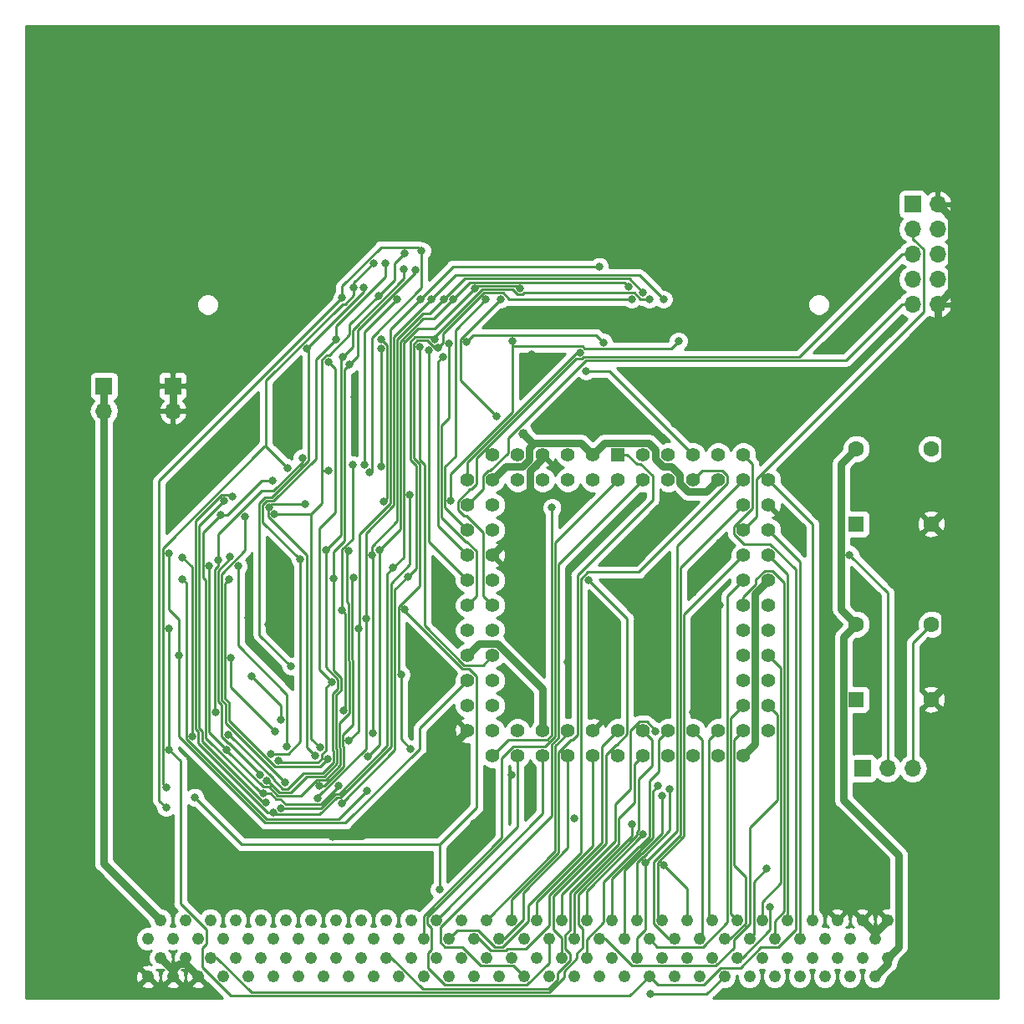
<source format=gbr>
G04 #@! TF.GenerationSoftware,KiCad,Pcbnew,(5.0.2)-1*
G04 #@! TF.CreationDate,2019-01-03T08:31:25-07:00*
G04 #@! TF.ProjectId,16MB DRAM,31364d42-2044-4524-914d-2e6b69636164,rev?*
G04 #@! TF.SameCoordinates,Original*
G04 #@! TF.FileFunction,Copper,L2,Bot*
G04 #@! TF.FilePolarity,Positive*
%FSLAX46Y46*%
G04 Gerber Fmt 4.6, Leading zero omitted, Abs format (unit mm)*
G04 Created by KiCad (PCBNEW (5.0.2)-1) date 1/3/2019 8:31:25 AM*
%MOMM*%
%LPD*%
G01*
G04 APERTURE LIST*
G04 #@! TA.AperFunction,ComponentPad*
%ADD10R,1.600000X1.600000*%
G04 #@! TD*
G04 #@! TA.AperFunction,ComponentPad*
%ADD11C,1.600000*%
G04 #@! TD*
G04 #@! TA.AperFunction,ComponentPad*
%ADD12R,1.700000X1.700000*%
G04 #@! TD*
G04 #@! TA.AperFunction,ComponentPad*
%ADD13O,1.700000X1.700000*%
G04 #@! TD*
G04 #@! TA.AperFunction,ComponentPad*
%ADD14C,1.219200*%
G04 #@! TD*
G04 #@! TA.AperFunction,ComponentPad*
%ADD15C,3.314700*%
G04 #@! TD*
G04 #@! TA.AperFunction,ComponentPad*
%ADD16C,1.397000*%
G04 #@! TD*
G04 #@! TA.AperFunction,ComponentPad*
%ADD17R,1.397000X1.397000*%
G04 #@! TD*
G04 #@! TA.AperFunction,ViaPad*
%ADD18C,1.000000*%
G04 #@! TD*
G04 #@! TA.AperFunction,ViaPad*
%ADD19C,0.800000*%
G04 #@! TD*
G04 #@! TA.AperFunction,Conductor*
%ADD20C,0.250000*%
G04 #@! TD*
G04 #@! TA.AperFunction,Conductor*
%ADD21C,0.750000*%
G04 #@! TD*
G04 #@! TA.AperFunction,Conductor*
%ADD22C,0.254000*%
G04 #@! TD*
G04 APERTURE END LIST*
D10*
G04 #@! TO.P,X1,1*
G04 #@! TO.N,Net-(X1-Pad1)*
X109855000Y-76200000D03*
D11*
G04 #@! TO.P,X1,8*
G04 #@! TO.N,+5V*
X109855000Y-68580000D03*
G04 #@! TO.P,X1,5*
G04 #@! TO.N,Net-(U7-Pad83)*
X117475000Y-68580000D03*
G04 #@! TO.P,X1,4*
G04 #@! TO.N,GND*
X117475000Y-76200000D03*
G04 #@! TD*
G04 #@! TO.P,X2,4*
G04 #@! TO.N,GND*
X117475000Y-93980000D03*
G04 #@! TO.P,X2,5*
G04 #@! TO.N,Net-(J3-Pad3)*
X117475000Y-86360000D03*
G04 #@! TO.P,X2,8*
G04 #@! TO.N,+5V*
X109855000Y-86360000D03*
D10*
G04 #@! TO.P,X2,1*
G04 #@! TO.N,Net-(X2-Pad1)*
X109855000Y-93980000D03*
G04 #@! TD*
D12*
G04 #@! TO.P,J5,1*
G04 #@! TO.N,+5V*
X33655000Y-62230000D03*
D13*
G04 #@! TO.P,J5,2*
X33655000Y-64770000D03*
G04 #@! TD*
G04 #@! TO.P,J6,2*
G04 #@! TO.N,GND*
X40640000Y-64770000D03*
D12*
G04 #@! TO.P,J6,1*
X40640000Y-62230000D03*
G04 #@! TD*
D13*
G04 #@! TO.P,J3,3*
G04 #@! TO.N,Net-(J3-Pad3)*
X115570000Y-100965000D03*
G04 #@! TO.P,J3,2*
G04 #@! TO.N,Net-(J3-Pad2)*
X113030000Y-100965000D03*
D12*
G04 #@! TO.P,J3,1*
G04 #@! TO.N,/CLK2*
X110490000Y-100965000D03*
G04 #@! TD*
D13*
G04 #@! TO.P,J4,10*
G04 #@! TO.N,GND*
X118110000Y-53975000D03*
G04 #@! TO.P,J4,9*
G04 #@! TO.N,Net-(J4-Pad9)*
X115570000Y-53975000D03*
G04 #@! TO.P,J4,8*
G04 #@! TO.N,Net-(J4-Pad8)*
X118110000Y-51435000D03*
G04 #@! TO.P,J4,7*
G04 #@! TO.N,Net-(J4-Pad7)*
X115570000Y-51435000D03*
G04 #@! TO.P,J4,6*
G04 #@! TO.N,Net-(J4-Pad6)*
X118110000Y-48895000D03*
G04 #@! TO.P,J4,5*
G04 #@! TO.N,Net-(J4-Pad5)*
X115570000Y-48895000D03*
G04 #@! TO.P,J4,4*
G04 #@! TO.N,+5V*
X118110000Y-46355000D03*
G04 #@! TO.P,J4,3*
G04 #@! TO.N,Net-(J4-Pad3)*
X115570000Y-46355000D03*
G04 #@! TO.P,J4,2*
G04 #@! TO.N,GND*
X118110000Y-43815000D03*
D12*
G04 #@! TO.P,J4,1*
G04 #@! TO.N,Net-(J4-Pad1)*
X115570000Y-43815000D03*
G04 #@! TD*
D14*
G04 #@! TO.P,J1,1*
G04 #@! TO.N,GND*
X113030000Y-116332000D03*
G04 #@! TO.P,J1,2*
X111760000Y-118237000D03*
G04 #@! TO.P,J1,3*
X110490000Y-116332000D03*
G04 #@! TO.P,J1,4*
X109220000Y-118237000D03*
G04 #@! TO.P,J1,5*
X107950000Y-116332000D03*
G04 #@! TO.P,J1,6*
G04 #@! TO.N,/A23*
X106680000Y-118237000D03*
G04 #@! TO.P,J1,7*
G04 #@! TO.N,/A22*
X105410000Y-116332000D03*
G04 #@! TO.P,J1,8*
G04 #@! TO.N,/A21*
X104140000Y-118237000D03*
G04 #@! TO.P,J1,9*
G04 #@! TO.N,/A20*
X102870000Y-116332000D03*
G04 #@! TO.P,J1,10*
G04 #@! TO.N,/A19*
X101600000Y-118237000D03*
G04 #@! TO.P,J1,11*
G04 #@! TO.N,/A18*
X100330000Y-116332000D03*
G04 #@! TO.P,J1,12*
G04 #@! TO.N,/A17*
X99060000Y-118237000D03*
G04 #@! TO.P,J1,13*
G04 #@! TO.N,/A16*
X97790000Y-116332000D03*
G04 #@! TO.P,J1,14*
G04 #@! TO.N,/A15*
X96520000Y-118237000D03*
G04 #@! TO.P,J1,15*
G04 #@! TO.N,/A14*
X95250000Y-116332000D03*
G04 #@! TO.P,J1,16*
G04 #@! TO.N,/A13*
X93980000Y-118237000D03*
G04 #@! TO.P,J1,17*
G04 #@! TO.N,/A12*
X92710000Y-116332000D03*
G04 #@! TO.P,J1,18*
G04 #@! TO.N,/A11*
X91440000Y-118237000D03*
G04 #@! TO.P,J1,19*
G04 #@! TO.N,/A10*
X90170000Y-116332000D03*
G04 #@! TO.P,J1,20*
G04 #@! TO.N,/A9*
X88900000Y-118237000D03*
G04 #@! TO.P,J1,21*
G04 #@! TO.N,/A8*
X87630000Y-116332000D03*
G04 #@! TO.P,J1,22*
G04 #@! TO.N,/A7*
X86360000Y-118237000D03*
G04 #@! TO.P,J1,23*
G04 #@! TO.N,/A6*
X85090000Y-116332000D03*
G04 #@! TO.P,J1,24*
G04 #@! TO.N,/A5*
X83820000Y-118237000D03*
G04 #@! TO.P,J1,25*
G04 #@! TO.N,/A4*
X82550000Y-116332000D03*
G04 #@! TO.P,J1,26*
G04 #@! TO.N,/A3*
X81280000Y-118237000D03*
G04 #@! TO.P,J1,27*
G04 #@! TO.N,/A2*
X80010000Y-116332000D03*
G04 #@! TO.P,J1,28*
G04 #@! TO.N,/A1*
X78740000Y-118237000D03*
G04 #@! TO.P,J1,29*
G04 #@! TO.N,/A0*
X77470000Y-116332000D03*
G04 #@! TO.P,J1,30*
G04 #@! TO.N,Net-(J1-Pad30)*
X76200000Y-118237000D03*
G04 #@! TO.P,J1,31*
G04 #@! TO.N,/~IOW*
X74930000Y-116332000D03*
G04 #@! TO.P,J1,32*
G04 #@! TO.N,/~MEMR*
X73660000Y-118237000D03*
G04 #@! TO.P,J1,33*
G04 #@! TO.N,/~MEMW*
X72390000Y-116332000D03*
G04 #@! TO.P,J1,34*
G04 #@! TO.N,/~MOVL*
X71120000Y-118237000D03*
G04 #@! TO.P,J1,35*
G04 #@! TO.N,Net-(J1-Pad35)*
X69850000Y-116332000D03*
G04 #@! TO.P,J1,36*
G04 #@! TO.N,/~M16*
X68580000Y-118237000D03*
G04 #@! TO.P,J1,37*
G04 #@! TO.N,/~BHE*
X67310000Y-116332000D03*
G04 #@! TO.P,J1,38*
G04 #@! TO.N,/CLK1*
X66040000Y-118237000D03*
G04 #@! TO.P,J1,39*
G04 #@! TO.N,/CLK2*
X64770000Y-116332000D03*
G04 #@! TO.P,J1,40*
G04 #@! TO.N,Net-(J1-Pad40)*
X63500000Y-118237000D03*
G04 #@! TO.P,J1,41*
G04 #@! TO.N,Net-(J1-Pad41)*
X62230000Y-116332000D03*
G04 #@! TO.P,J1,42*
G04 #@! TO.N,Net-(J1-Pad42)*
X60960000Y-118237000D03*
G04 #@! TO.P,J1,43*
G04 #@! TO.N,Net-(J1-Pad43)*
X59690000Y-116332000D03*
G04 #@! TO.P,J1,44*
G04 #@! TO.N,Net-(J1-Pad44)*
X58420000Y-118237000D03*
G04 #@! TO.P,J1,45*
G04 #@! TO.N,Net-(J1-Pad45)*
X57150000Y-116332000D03*
G04 #@! TO.P,J1,46*
G04 #@! TO.N,Net-(J1-Pad46)*
X55880000Y-118237000D03*
G04 #@! TO.P,J1,47*
G04 #@! TO.N,Net-(J1-Pad47)*
X54610000Y-116332000D03*
G04 #@! TO.P,J1,48*
G04 #@! TO.N,Net-(J1-Pad48)*
X53340000Y-118237000D03*
G04 #@! TO.P,J1,49*
G04 #@! TO.N,Net-(J1-Pad49)*
X52070000Y-116332000D03*
G04 #@! TO.P,J1,50*
G04 #@! TO.N,Net-(J1-Pad50)*
X50800000Y-118237000D03*
G04 #@! TO.P,J1,51*
G04 #@! TO.N,Net-(J1-Pad51)*
X49530000Y-116332000D03*
G04 #@! TO.P,J1,52*
G04 #@! TO.N,Net-(J1-Pad52)*
X48260000Y-118237000D03*
G04 #@! TO.P,J1,53*
G04 #@! TO.N,Net-(J1-Pad53)*
X46990000Y-116332000D03*
G04 #@! TO.P,J1,54*
G04 #@! TO.N,Net-(J1-Pad54)*
X45720000Y-118237000D03*
G04 #@! TO.P,J1,55*
G04 #@! TO.N,Net-(J1-Pad55)*
X44450000Y-116332000D03*
G04 #@! TO.P,J1,56*
G04 #@! TO.N,Net-(J1-Pad56)*
X43180000Y-118237000D03*
G04 #@! TO.P,J1,57*
G04 #@! TO.N,Net-(J1-Pad57)*
X41910000Y-116332000D03*
G04 #@! TO.P,J1,58*
G04 #@! TO.N,+5V*
X40640000Y-118237000D03*
G04 #@! TO.P,J1,59*
X39370000Y-116332000D03*
G04 #@! TO.P,J1,60*
X38100000Y-118237000D03*
G04 #@! TO.P,J1,61*
X113030000Y-120142000D03*
G04 #@! TO.P,J1,62*
X111760000Y-122047000D03*
G04 #@! TO.P,J1,63*
G04 #@! TO.N,Net-(J1-Pad63)*
X110490000Y-120142000D03*
G04 #@! TO.P,J1,64*
G04 #@! TO.N,Net-(J1-Pad64)*
X109220000Y-122047000D03*
G04 #@! TO.P,J1,65*
G04 #@! TO.N,Net-(J1-Pad65)*
X107950000Y-120142000D03*
G04 #@! TO.P,J1,66*
G04 #@! TO.N,/D15*
X106680000Y-122047000D03*
G04 #@! TO.P,J1,67*
G04 #@! TO.N,/D14*
X105410000Y-120142000D03*
G04 #@! TO.P,J1,68*
G04 #@! TO.N,/D13*
X104140000Y-122047000D03*
G04 #@! TO.P,J1,69*
G04 #@! TO.N,/D12*
X102870000Y-120142000D03*
G04 #@! TO.P,J1,70*
G04 #@! TO.N,/D11*
X101600000Y-122047000D03*
G04 #@! TO.P,J1,71*
G04 #@! TO.N,/D10*
X100330000Y-120142000D03*
G04 #@! TO.P,J1,72*
G04 #@! TO.N,/D9*
X99060000Y-122047000D03*
G04 #@! TO.P,J1,73*
G04 #@! TO.N,/D8*
X97790000Y-120142000D03*
G04 #@! TO.P,J1,74*
G04 #@! TO.N,/D7*
X96520000Y-122047000D03*
G04 #@! TO.P,J1,75*
G04 #@! TO.N,/D6*
X95250000Y-120142000D03*
G04 #@! TO.P,J1,76*
G04 #@! TO.N,/D5*
X93980000Y-122047000D03*
G04 #@! TO.P,J1,77*
G04 #@! TO.N,/D4*
X92710000Y-120142000D03*
G04 #@! TO.P,J1,78*
G04 #@! TO.N,/D3*
X91440000Y-122047000D03*
G04 #@! TO.P,J1,79*
G04 #@! TO.N,/D2*
X90170000Y-120142000D03*
G04 #@! TO.P,J1,80*
G04 #@! TO.N,/D1*
X88900000Y-122047000D03*
G04 #@! TO.P,J1,81*
G04 #@! TO.N,/D0*
X87630000Y-120142000D03*
G04 #@! TO.P,J1,82*
G04 #@! TO.N,Net-(J1-Pad82)*
X86360000Y-122047000D03*
G04 #@! TO.P,J1,83*
G04 #@! TO.N,Net-(J1-Pad83)*
X85090000Y-120142000D03*
G04 #@! TO.P,J1,84*
G04 #@! TO.N,Net-(J1-Pad84)*
X83820000Y-122047000D03*
G04 #@! TO.P,J1,85*
G04 #@! TO.N,/~RFSH*
X82550000Y-120142000D03*
G04 #@! TO.P,J1,86*
G04 #@! TO.N,Net-(J1-Pad86)*
X81280000Y-122047000D03*
G04 #@! TO.P,J1,87*
G04 #@! TO.N,/~WAIT*
X80010000Y-120142000D03*
G04 #@! TO.P,J1,88*
G04 #@! TO.N,Net-(J1-Pad88)*
X78740000Y-122047000D03*
G04 #@! TO.P,J1,89*
G04 #@! TO.N,Net-(J1-Pad89)*
X77470000Y-120142000D03*
G04 #@! TO.P,J1,90*
G04 #@! TO.N,/~AEN*
X76200000Y-122047000D03*
G04 #@! TO.P,J1,91*
G04 #@! TO.N,Net-(J1-Pad91)*
X74930000Y-120142000D03*
G04 #@! TO.P,J1,92*
G04 #@! TO.N,Net-(J1-Pad92)*
X73660000Y-122047000D03*
G04 #@! TO.P,J1,93*
G04 #@! TO.N,Net-(J1-Pad93)*
X72390000Y-120142000D03*
G04 #@! TO.P,J1,94*
G04 #@! TO.N,Net-(J1-Pad94)*
X71120000Y-122047000D03*
G04 #@! TO.P,J1,95*
G04 #@! TO.N,Net-(J1-Pad95)*
X69850000Y-120142000D03*
G04 #@! TO.P,J1,96*
G04 #@! TO.N,Net-(J1-Pad96)*
X68580000Y-122047000D03*
G04 #@! TO.P,J1,97*
G04 #@! TO.N,Net-(J1-Pad97)*
X67310000Y-120142000D03*
G04 #@! TO.P,J1,98*
G04 #@! TO.N,Net-(J1-Pad98)*
X66040000Y-122047000D03*
G04 #@! TO.P,J1,99*
G04 #@! TO.N,Net-(J1-Pad99)*
X64770000Y-120142000D03*
G04 #@! TO.P,J1,100*
G04 #@! TO.N,Net-(J1-Pad100)*
X63500000Y-122047000D03*
G04 #@! TO.P,J1,101*
G04 #@! TO.N,/~INTA*
X62230000Y-120142000D03*
G04 #@! TO.P,J1,102*
G04 #@! TO.N,Net-(J1-Pad102)*
X60960000Y-122047000D03*
G04 #@! TO.P,J1,103*
G04 #@! TO.N,Net-(J1-Pad103)*
X59690000Y-120142000D03*
G04 #@! TO.P,J1,104*
G04 #@! TO.N,Net-(J1-Pad104)*
X58420000Y-122047000D03*
G04 #@! TO.P,J1,105*
G04 #@! TO.N,Net-(J1-Pad105)*
X57150000Y-120142000D03*
G04 #@! TO.P,J1,106*
G04 #@! TO.N,Net-(J1-Pad106)*
X55880000Y-122047000D03*
G04 #@! TO.P,J1,107*
G04 #@! TO.N,Net-(J1-Pad107)*
X54610000Y-120142000D03*
G04 #@! TO.P,J1,108*
G04 #@! TO.N,Net-(J1-Pad108)*
X53340000Y-122047000D03*
G04 #@! TO.P,J1,109*
G04 #@! TO.N,Net-(J1-Pad109)*
X52070000Y-120142000D03*
G04 #@! TO.P,J1,110*
G04 #@! TO.N,Net-(J1-Pad110)*
X50800000Y-122047000D03*
G04 #@! TO.P,J1,111*
G04 #@! TO.N,Net-(J1-Pad111)*
X49530000Y-120142000D03*
G04 #@! TO.P,J1,112*
G04 #@! TO.N,Net-(J1-Pad112)*
X48260000Y-122047000D03*
G04 #@! TO.P,J1,113*
G04 #@! TO.N,Net-(J1-Pad113)*
X46990000Y-120142000D03*
G04 #@! TO.P,J1,114*
G04 #@! TO.N,Net-(J1-Pad114)*
X45720000Y-122047000D03*
G04 #@! TO.P,J1,115*
G04 #@! TO.N,/~RESET*
X44450000Y-120142000D03*
G04 #@! TO.P,J1,116*
G04 #@! TO.N,GND*
X43180000Y-122047000D03*
G04 #@! TO.P,J1,117*
X41910000Y-120142000D03*
G04 #@! TO.P,J1,118*
X40640000Y-122047000D03*
G04 #@! TO.P,J1,119*
X39370000Y-120142000D03*
G04 #@! TO.P,J1,120*
X38100000Y-122047000D03*
D15*
G04 #@! TO.P,J1,121*
X117475000Y-122047000D03*
G04 #@! TO.P,J1,122*
X32385000Y-122047000D03*
G04 #@! TD*
D16*
G04 #@! TO.P,U7,84*
G04 #@! TO.N,/~AEN*
X88265000Y-71755000D03*
G04 #@! TO.P,U7,83*
G04 #@! TO.N,Net-(U7-Pad83)*
X88265000Y-69215000D03*
G04 #@! TO.P,U7,82*
G04 #@! TO.N,GND*
X90805000Y-71755000D03*
G04 #@! TO.P,U7,81*
G04 #@! TO.N,Net-(J3-Pad2)*
X90805000Y-69215000D03*
G04 #@! TO.P,U7,80*
G04 #@! TO.N,/~M16*
X93345000Y-71755000D03*
G04 #@! TO.P,U7,79*
G04 #@! TO.N,/MA12*
X93345000Y-69215000D03*
G04 #@! TO.P,U7,78*
G04 #@! TO.N,+5V*
X95885000Y-71755000D03*
G04 #@! TO.P,U7,77*
G04 #@! TO.N,/MA11*
X95885000Y-69215000D03*
G04 #@! TO.P,U7,76*
G04 #@! TO.N,/D0*
X98425000Y-71755000D03*
G04 #@! TO.P,U7,75*
G04 #@! TO.N,/D1*
X98425000Y-69215000D03*
G04 #@! TO.P,U7,74*
G04 #@! TO.N,/A22*
X100965000Y-71755000D03*
G04 #@! TO.P,U7,73*
G04 #@! TO.N,/A11*
X98425000Y-74295000D03*
G04 #@! TO.P,U7,72*
G04 #@! TO.N,GND*
X100965000Y-74295000D03*
G04 #@! TO.P,U7,71*
G04 #@! TO.N,Net-(J4-Pad3)*
X98425000Y-76835000D03*
G04 #@! TO.P,U7,70*
G04 #@! TO.N,/A21*
X100965000Y-76835000D03*
G04 #@! TO.P,U7,69*
G04 #@! TO.N,/A10*
X98425000Y-79375000D03*
G04 #@! TO.P,U7,68*
G04 #@! TO.N,/A20*
X100965000Y-79375000D03*
G04 #@! TO.P,U7,67*
G04 #@! TO.N,/A9*
X98425000Y-81915000D03*
G04 #@! TO.P,U7,66*
G04 #@! TO.N,+5V*
X100965000Y-81915000D03*
G04 #@! TO.P,U7,65*
G04 #@! TO.N,/A19*
X98425000Y-84455000D03*
G04 #@! TO.P,U7,64*
G04 #@! TO.N,/A8*
X100965000Y-84455000D03*
G04 #@! TO.P,U7,63*
G04 #@! TO.N,/A17*
X98425000Y-86995000D03*
G04 #@! TO.P,U7,62*
G04 #@! TO.N,Net-(J4-Pad1)*
X100965000Y-86995000D03*
G04 #@! TO.P,U7,61*
G04 #@! TO.N,/A6*
X98425000Y-89535000D03*
G04 #@! TO.P,U7,60*
G04 #@! TO.N,/A18*
X100965000Y-89535000D03*
G04 #@! TO.P,U7,59*
G04 #@! TO.N,GND*
X98425000Y-92075000D03*
G04 #@! TO.P,U7,58*
G04 #@! TO.N,/A7*
X100965000Y-92075000D03*
G04 #@! TO.P,U7,57*
G04 #@! TO.N,/A16*
X98425000Y-94615000D03*
G04 #@! TO.P,U7,56*
G04 #@! TO.N,/A5*
X100965000Y-94615000D03*
G04 #@! TO.P,U7,55*
G04 #@! TO.N,/A15*
X98425000Y-97155000D03*
G04 #@! TO.P,U7,54*
G04 #@! TO.N,/A4*
X100965000Y-97155000D03*
G04 #@! TO.P,U7,53*
G04 #@! TO.N,+5V*
X98425000Y-99695000D03*
G04 #@! TO.P,U7,52*
G04 #@! TO.N,/A14*
X95885000Y-97155000D03*
G04 #@! TO.P,U7,51*
G04 #@! TO.N,/A3*
X95885000Y-99695000D03*
G04 #@! TO.P,U7,50*
G04 #@! TO.N,/A13*
X93345000Y-97155000D03*
G04 #@! TO.P,U7,49*
G04 #@! TO.N,/A2*
X93345000Y-99695000D03*
G04 #@! TO.P,U7,48*
G04 #@! TO.N,/~RFSH*
X90805000Y-97155000D03*
G04 #@! TO.P,U7,47*
G04 #@! TO.N,GND*
X90805000Y-99695000D03*
G04 #@! TO.P,U7,46*
G04 #@! TO.N,/~RESET*
X88265000Y-97155000D03*
G04 #@! TO.P,U7,45*
G04 #@! TO.N,/~INTA*
X88265000Y-99695000D03*
G04 #@! TO.P,U7,44*
G04 #@! TO.N,/~MOVL*
X85725000Y-97155000D03*
G04 #@! TO.P,U7,43*
G04 #@! TO.N,+5V*
X85725000Y-99695000D03*
G04 #@! TO.P,U7,42*
G04 #@! TO.N,GND*
X83185000Y-97155000D03*
G04 #@! TO.P,U7,41*
G04 #@! TO.N,/A0*
X83185000Y-99695000D03*
G04 #@! TO.P,U7,40*
G04 #@! TO.N,/~MEMW*
X80645000Y-97155000D03*
G04 #@! TO.P,U7,39*
G04 #@! TO.N,/~MEMR*
X80645000Y-99695000D03*
G04 #@! TO.P,U7,38*
G04 #@! TO.N,+5V*
X78105000Y-97155000D03*
G04 #@! TO.P,U7,37*
G04 #@! TO.N,/~BHE*
X78105000Y-99695000D03*
G04 #@! TO.P,U7,36*
G04 #@! TO.N,/A23*
X75565000Y-97155000D03*
G04 #@! TO.P,U7,35*
G04 #@! TO.N,/A1*
X75565000Y-99695000D03*
G04 #@! TO.P,U7,34*
G04 #@! TO.N,/A12*
X73025000Y-97155000D03*
G04 #@! TO.P,U7,33*
G04 #@! TO.N,/~RAS3*
X73025000Y-99695000D03*
G04 #@! TO.P,U7,32*
G04 #@! TO.N,GND*
X70485000Y-97155000D03*
G04 #@! TO.P,U7,31*
G04 #@! TO.N,/~RAS1*
X73025000Y-94615000D03*
G04 #@! TO.P,U7,30*
G04 #@! TO.N,/~CAS2*
X70485000Y-94615000D03*
G04 #@! TO.P,U7,29*
G04 #@! TO.N,/~CAS3*
X73025000Y-92075000D03*
G04 #@! TO.P,U7,28*
G04 #@! TO.N,/BA0*
X70485000Y-92075000D03*
G04 #@! TO.P,U7,27*
G04 #@! TO.N,/MA10*
X73025000Y-89535000D03*
G04 #@! TO.P,U7,26*
G04 #@! TO.N,+5V*
X70485000Y-89535000D03*
G04 #@! TO.P,U7,25*
G04 #@! TO.N,/MA9*
X73025000Y-86995000D03*
G04 #@! TO.P,U7,24*
G04 #@! TO.N,/MA8*
X70485000Y-86995000D03*
G04 #@! TO.P,U7,23*
G04 #@! TO.N,Net-(J4-Pad5)*
X73025000Y-84455000D03*
G04 #@! TO.P,U7,22*
G04 #@! TO.N,/MA7*
X70485000Y-84455000D03*
G04 #@! TO.P,U7,21*
G04 #@! TO.N,/MA5*
X73025000Y-81915000D03*
G04 #@! TO.P,U7,20*
G04 #@! TO.N,/MA6*
X70485000Y-81915000D03*
G04 #@! TO.P,U7,19*
G04 #@! TO.N,GND*
X73025000Y-79375000D03*
G04 #@! TO.P,U7,18*
G04 #@! TO.N,/MA4*
X70485000Y-79375000D03*
G04 #@! TO.P,U7,17*
G04 #@! TO.N,/MA3*
X73025000Y-76835000D03*
G04 #@! TO.P,U7,16*
G04 #@! TO.N,/MA2*
X70485000Y-76835000D03*
G04 #@! TO.P,U7,15*
G04 #@! TO.N,/MA1*
X73025000Y-74295000D03*
G04 #@! TO.P,U7,14*
G04 #@! TO.N,Net-(J4-Pad9)*
X70485000Y-74295000D03*
G04 #@! TO.P,U7,13*
G04 #@! TO.N,+5V*
X73025000Y-71755000D03*
G04 #@! TO.P,U7,12*
G04 #@! TO.N,/~WE*
X70485000Y-71755000D03*
G04 #@! TO.P,U7,11*
G04 #@! TO.N,/~OE*
X73025000Y-69215000D03*
G04 #@! TO.P,U7,10*
G04 #@! TO.N,/~WAIT*
X75565000Y-71755000D03*
G04 #@! TO.P,U7,9*
G04 #@! TO.N,/MA0*
X75565000Y-69215000D03*
G04 #@! TO.P,U7,8*
G04 #@! TO.N,/~RAS2*
X78105000Y-71755000D03*
G04 #@! TO.P,U7,7*
G04 #@! TO.N,GND*
X78105000Y-69215000D03*
G04 #@! TO.P,U7,6*
G04 #@! TO.N,/~RAS0*
X80645000Y-71755000D03*
G04 #@! TO.P,U7,5*
G04 #@! TO.N,/~CAS1*
X80645000Y-69215000D03*
G04 #@! TO.P,U7,4*
G04 #@! TO.N,/~CAS0*
X83185000Y-71755000D03*
G04 #@! TO.P,U7,3*
G04 #@! TO.N,+5V*
X83185000Y-69215000D03*
G04 #@! TO.P,U7,2*
G04 #@! TO.N,/CLK1*
X85725000Y-71755000D03*
D17*
G04 #@! TO.P,U7,1*
G04 #@! TO.N,/~IOW*
X85725000Y-69215000D03*
G04 #@! TD*
D18*
G04 #@! TO.N,GND*
X56854500Y-107824700D03*
D19*
X123190000Y-26670000D03*
X121920000Y-26670000D03*
X123190000Y-27940000D03*
X121920000Y-27940000D03*
X26670000Y-26670000D03*
X27940000Y-26670000D03*
X27940000Y-27940000D03*
X26670000Y-27940000D03*
X76200000Y-86995000D03*
X76200000Y-78740000D03*
X76835000Y-74295000D03*
X80645000Y-74295000D03*
X85090000Y-48895000D03*
X86360000Y-49530000D03*
X111125000Y-88900000D03*
X111125000Y-98425000D03*
X113030000Y-52070000D03*
X107315000Y-58420000D03*
X113665000Y-56515000D03*
X98425000Y-64770000D03*
X97790000Y-61595000D03*
X100965000Y-68580000D03*
X88900000Y-66675000D03*
X91440000Y-66040000D03*
X52070000Y-64770000D03*
X46990000Y-67310000D03*
X67695200Y-81915000D03*
X67527566Y-85725000D03*
X42545000Y-106045000D03*
X42996600Y-113665000D03*
X57150000Y-109855000D03*
X60325000Y-113665000D03*
X76835000Y-103505000D03*
X76200000Y-94615000D03*
X80645000Y-90170000D03*
X89383600Y-93980000D03*
X90170000Y-80645000D03*
X86360000Y-79375000D03*
X91440000Y-74295000D03*
X96020900Y-84455000D03*
X93345000Y-95250000D03*
X71148500Y-106500400D03*
X74930000Y-101600000D03*
X81280000Y-106045000D03*
X65405000Y-88265000D03*
X68811800Y-92075000D03*
X76980000Y-59055000D03*
X96020900Y-78105000D03*
X93345000Y-83185000D03*
X48260000Y-85725000D03*
X50290000Y-86360000D03*
X59055000Y-63320400D03*
G04 #@! TO.N,Net-(J3-Pad2)*
X109200900Y-79324800D03*
G04 #@! TO.N,/MA12*
X82492900Y-60704700D03*
D18*
G04 #@! TO.N,+5V*
X76103900Y-67064300D03*
D19*
G04 #@! TO.N,/MA11*
X70392300Y-57743600D03*
X84239800Y-57822400D03*
G04 #@! TO.N,/D0*
X88488100Y-110531700D03*
G04 #@! TO.N,/D1*
X40254500Y-86778600D03*
X40254500Y-99060000D03*
G04 #@! TO.N,/A8*
X90984900Y-103037300D03*
G04 #@! TO.N,/A17*
X100795200Y-111135500D03*
G04 #@! TO.N,/A6*
X89789700Y-102737400D03*
G04 #@! TO.N,/A7*
X90165500Y-103725600D03*
G04 #@! TO.N,/A4*
X88286300Y-107620600D03*
G04 #@! TO.N,/A3*
X87183400Y-106625300D03*
G04 #@! TO.N,/A2*
X89535000Y-97190500D03*
G04 #@! TO.N,/A12*
X90355700Y-110783900D03*
G04 #@! TO.N,/~RAS3*
X79037500Y-74570700D03*
G04 #@! TO.N,/BA0*
X41275000Y-89562700D03*
X40254500Y-79182400D03*
G04 #@! TO.N,/MA10*
X65637800Y-58281000D03*
G04 #@! TO.N,/MA7*
X68625800Y-57974800D03*
G04 #@! TO.N,/MA5*
X63362000Y-53461300D03*
X60088300Y-70213300D03*
G04 #@! TO.N,/MA6*
X66565800Y-58645900D03*
G04 #@! TO.N,/MA4*
X67977800Y-59261800D03*
G04 #@! TO.N,/MA3*
X61708800Y-57488000D03*
X62017300Y-73956100D03*
G04 #@! TO.N,/MA2*
X72318700Y-53483000D03*
G04 #@! TO.N,/MA1*
X61733300Y-58463300D03*
X61733300Y-70350200D03*
G04 #@! TO.N,/~WE*
X44941900Y-95250000D03*
X81871100Y-58837600D03*
X53747100Y-69529800D03*
X45217700Y-79851500D03*
G04 #@! TO.N,/~OE*
X57944800Y-95074800D03*
X58830800Y-70226200D03*
X57770300Y-84917800D03*
G04 #@! TO.N,/~WAIT*
X82775300Y-81883100D03*
G04 #@! TO.N,/MA0*
X73838500Y-53429000D03*
X73454000Y-65309700D03*
G04 #@! TO.N,/D15*
X45792900Y-73877500D03*
X50095400Y-104405500D03*
G04 #@! TO.N,/D14*
X47931300Y-75486100D03*
X52018700Y-102398600D03*
G04 #@! TO.N,/D13*
X47241500Y-80474000D03*
X52213200Y-98743100D03*
G04 #@! TO.N,/D12*
X41617900Y-79607900D03*
X42601700Y-97710100D03*
G04 #@! TO.N,/D11*
X46296600Y-81809600D03*
X56306600Y-100055700D03*
G04 #@! TO.N,/D10*
X41626900Y-81785400D03*
X60266700Y-103252300D03*
G04 #@! TO.N,/D9*
X46497900Y-89814700D03*
X50959100Y-97204500D03*
G04 #@! TO.N,/D8*
X101153800Y-114975600D03*
X48621300Y-91615800D03*
X51579900Y-96005800D03*
G04 #@! TO.N,/D7*
X88966900Y-123851400D03*
X46697500Y-73473400D03*
X64657200Y-73230000D03*
X50789400Y-105448600D03*
G04 #@! TO.N,/D6*
X50766100Y-71836600D03*
X45468800Y-75298900D03*
X57402400Y-102741600D03*
X49842000Y-103516300D03*
G04 #@! TO.N,/D5*
X46446000Y-79512300D03*
X49456000Y-101600000D03*
G04 #@! TO.N,/D4*
X44317700Y-80475900D03*
X58445700Y-78981000D03*
X46079400Y-99060000D03*
G04 #@! TO.N,/D3*
X67649000Y-113256000D03*
X64101600Y-84861800D03*
X42832700Y-103903500D03*
G04 #@! TO.N,/D2*
X58961000Y-81678700D03*
X55477000Y-102725700D03*
G04 #@! TO.N,/MD0*
X52601300Y-90635000D03*
X59948400Y-52273700D03*
X54241500Y-58440100D03*
G04 #@! TO.N,/MD1*
X56724500Y-92206200D03*
X56408800Y-59817400D03*
X51316400Y-100181100D03*
G04 #@! TO.N,/MD2*
X65190500Y-50479900D03*
X58559300Y-60041000D03*
X56954300Y-81765900D03*
X50170700Y-102231200D03*
G04 #@! TO.N,/MD3*
X71229900Y-52355100D03*
X75805400Y-52355100D03*
X51623300Y-105025000D03*
X62964600Y-80674900D03*
G04 #@! TO.N,/MD4*
X46286600Y-97542900D03*
X64060300Y-50424800D03*
X56136400Y-78886400D03*
X57876000Y-59260200D03*
G04 #@! TO.N,/MD5*
X53560800Y-79818200D03*
X50608600Y-99503400D03*
X62177400Y-49813600D03*
X57210500Y-57484200D03*
G04 #@! TO.N,/MD6*
X39977600Y-102877500D03*
X60967100Y-49801900D03*
X52269500Y-70527900D03*
X58982600Y-52232100D03*
G04 #@! TO.N,/MD7*
X39956800Y-104929500D03*
X65834800Y-48535000D03*
X57797700Y-53327800D03*
X60602500Y-70956400D03*
G04 #@! TO.N,/MD8*
X87111000Y-53437000D03*
X64720400Y-98983900D03*
X63748400Y-91472200D03*
X67494100Y-58369400D03*
G04 #@! TO.N,/MD9*
X83816100Y-50141200D03*
X65690000Y-53458500D03*
X58449500Y-98194800D03*
X59443900Y-86774500D03*
G04 #@! TO.N,/MD10*
X88888000Y-53416400D03*
X64415300Y-81566300D03*
X57747500Y-104509600D03*
X67136200Y-57478800D03*
G04 #@! TO.N,/MD11*
X90325200Y-53461000D03*
X66820000Y-53464600D03*
X55336300Y-103971600D03*
X60195400Y-85789000D03*
G04 #@! TO.N,/MD12*
X88263600Y-52783300D03*
X60886400Y-97415200D03*
X60816300Y-79327300D03*
X68115000Y-53475400D03*
G04 #@! TO.N,/MD13*
X86770600Y-52162400D03*
X69010800Y-53465400D03*
X60411100Y-99766700D03*
X61589000Y-78816400D03*
G04 #@! TO.N,/MD14*
X64084500Y-48799900D03*
X56386500Y-70783200D03*
X61480800Y-53085000D03*
X50941000Y-75230500D03*
X55564000Y-98851400D03*
G04 #@! TO.N,/MD15*
X54074100Y-74231700D03*
X68807400Y-73882400D03*
X50377100Y-74537000D03*
X75070400Y-57689300D03*
X55078300Y-99714400D03*
X91858900Y-57678400D03*
G04 #@! TD*
D20*
G04 #@! TO.N,/~AEN*
X88265000Y-71755000D02*
X79724300Y-80295700D01*
X79724300Y-80295700D02*
X79724300Y-97870300D01*
X79724300Y-97870300D02*
X79054100Y-98540500D01*
X79054100Y-98540500D02*
X79054100Y-105753000D01*
X79054100Y-105753000D02*
X67740100Y-117067000D01*
X67740100Y-117067000D02*
X67740100Y-118578300D01*
X67740100Y-118578300D02*
X68222600Y-119060800D01*
X68222600Y-119060800D02*
X69945700Y-119060800D01*
X69945700Y-119060800D02*
X71850700Y-120965800D01*
X71850700Y-120965800D02*
X75118800Y-120965800D01*
X75118800Y-120965800D02*
X76200000Y-122047000D01*
D21*
G04 #@! TO.N,GND*
X70485000Y-97155000D02*
X59815300Y-107824700D01*
X59815300Y-107824700D02*
X56854500Y-107824700D01*
X41910000Y-120777000D02*
X43180000Y-122047000D01*
X40640000Y-121412000D02*
X41275000Y-120777000D01*
X41275000Y-120777000D02*
X41910000Y-120777000D01*
X41910000Y-120142000D02*
X41910000Y-120777000D01*
X40640000Y-121412000D02*
X40640000Y-122047000D01*
X39370000Y-120142000D02*
X40640000Y-121412000D01*
X117475000Y-76200000D02*
X118783500Y-77508500D01*
X118783500Y-77508500D02*
X118783500Y-92671500D01*
X118783500Y-92671500D02*
X117475000Y-93980000D01*
X117475000Y-76200000D02*
X118797500Y-74877500D01*
X118797500Y-74877500D02*
X118797500Y-56012500D01*
X118797500Y-56012500D02*
X118110000Y-55325000D01*
X40640000Y-62230000D02*
X40640000Y-64770000D01*
X73025000Y-79375000D02*
X76835000Y-75565000D01*
X76835000Y-75565000D02*
X76835000Y-74295000D01*
X76835000Y-70807500D02*
X78105000Y-69537500D01*
X78105000Y-69537500D02*
X78105000Y-69215000D01*
X111760000Y-117602000D02*
X111760000Y-118237000D01*
X113030000Y-116332000D02*
X111760000Y-117602000D01*
X110490000Y-116332000D02*
X111760000Y-117602000D01*
X118110000Y-53975000D02*
X118110000Y-55325000D01*
X118110000Y-43815000D02*
X119473900Y-45178900D01*
X119473900Y-45178900D02*
X119473900Y-52611100D01*
X119473900Y-52611100D02*
X118110000Y-53975000D01*
X76835000Y-74295000D02*
X76835000Y-70807500D01*
D20*
G04 #@! TO.N,Net-(J3-Pad2)*
X109200900Y-79324800D02*
X113030000Y-83153900D01*
X113030000Y-83153900D02*
X113030000Y-100965000D01*
G04 #@! TO.N,/~M16*
X93345000Y-71755000D02*
X94271600Y-70828400D01*
X94271600Y-70828400D02*
X96326300Y-70828400D01*
X96326300Y-70828400D02*
X96824800Y-71326900D01*
X96824800Y-71326900D02*
X96824800Y-72121900D01*
X96824800Y-72121900D02*
X87847300Y-81099400D01*
X87847300Y-81099400D02*
X82690400Y-81099400D01*
X82690400Y-81099400D02*
X81989300Y-81800500D01*
X81989300Y-81800500D02*
X81989300Y-109526500D01*
X81989300Y-109526500D02*
X76646000Y-114869800D01*
X76646000Y-114869800D02*
X76646000Y-116429900D01*
X76646000Y-116429900D02*
X73980800Y-119095100D01*
X73980800Y-119095100D02*
X73294700Y-119095100D01*
X73294700Y-119095100D02*
X71558100Y-117358500D01*
X71558100Y-117358500D02*
X69458500Y-117358500D01*
X69458500Y-117358500D02*
X68580000Y-118237000D01*
G04 #@! TO.N,/MA12*
X93345000Y-69215000D02*
X84834700Y-60704700D01*
X84834700Y-60704700D02*
X82492900Y-60704700D01*
D21*
G04 #@! TO.N,+5V*
X33655000Y-64770000D02*
X33655000Y-110617000D01*
X33655000Y-110617000D02*
X39370000Y-116332000D01*
X33655000Y-62230000D02*
X33655000Y-64770000D01*
X78105000Y-97155000D02*
X78105000Y-92941500D01*
X78105000Y-92941500D02*
X73523500Y-88360000D01*
X73523500Y-88360000D02*
X71660000Y-88360000D01*
X71660000Y-88360000D02*
X70485000Y-89535000D01*
X109855000Y-68580000D02*
X108325600Y-70109400D01*
X108325600Y-70109400D02*
X108325600Y-84830600D01*
X108325600Y-84830600D02*
X109855000Y-86360000D01*
X77157400Y-68117800D02*
X76103900Y-67064300D01*
X77157400Y-68117800D02*
X76738800Y-68536400D01*
X76738800Y-68536400D02*
X76738800Y-69701300D01*
X76738800Y-69701300D02*
X76051300Y-70388800D01*
X76051300Y-70388800D02*
X74391200Y-70388800D01*
X74391200Y-70388800D02*
X73025000Y-71755000D01*
X83185000Y-69215000D02*
X81969700Y-67999700D01*
X81969700Y-67999700D02*
X77275500Y-67999700D01*
X77275500Y-67999700D02*
X77157400Y-68117800D01*
X95885000Y-71755000D02*
X94700600Y-72939400D01*
X94700600Y-72939400D02*
X92843200Y-72939400D01*
X92843200Y-72939400D02*
X91978900Y-72075100D01*
X91978900Y-72075100D02*
X91978900Y-71246300D01*
X91978900Y-71246300D02*
X91121500Y-70388900D01*
X91121500Y-70388900D02*
X90296400Y-70388900D01*
X90296400Y-70388900D02*
X89535000Y-69627500D01*
X89535000Y-69627500D02*
X89535000Y-68735100D01*
X89535000Y-68735100D02*
X88841000Y-68041100D01*
X88841000Y-68041100D02*
X84358900Y-68041100D01*
X84358900Y-68041100D02*
X83185000Y-69215000D01*
X100965000Y-81915000D02*
X99628100Y-83251900D01*
X99628100Y-83251900D02*
X99628100Y-98491900D01*
X99628100Y-98491900D02*
X98425000Y-99695000D01*
X113030000Y-120142000D02*
X114118100Y-119053900D01*
X114118100Y-119053900D02*
X114118100Y-109717900D01*
X114118100Y-109717900D02*
X108579600Y-104179400D01*
X108579600Y-104179400D02*
X108579600Y-87635400D01*
X108579600Y-87635400D02*
X109855000Y-86360000D01*
X111760000Y-122047000D02*
X113030000Y-120777000D01*
X113030000Y-120777000D02*
X113030000Y-120142000D01*
D20*
G04 #@! TO.N,/MA11*
X70392300Y-57743600D02*
X71060700Y-57075200D01*
X71060700Y-57075200D02*
X83492600Y-57075200D01*
X83492600Y-57075200D02*
X84239800Y-57822400D01*
G04 #@! TO.N,/D0*
X98425000Y-71755000D02*
X91753900Y-78426100D01*
X91753900Y-78426100D02*
X91753900Y-107265900D01*
X91753900Y-107265900D02*
X88488100Y-110531700D01*
X87630000Y-120142000D02*
X87630000Y-118132100D01*
X87630000Y-118132100D02*
X88488100Y-117274000D01*
X88488100Y-117274000D02*
X88488100Y-110531700D01*
G04 #@! TO.N,/D1*
X40254500Y-99060000D02*
X40254500Y-86778600D01*
X88900000Y-122047000D02*
X86932100Y-124014900D01*
X86932100Y-124014900D02*
X46519400Y-124014900D01*
X46519400Y-124014900D02*
X43617500Y-121113000D01*
X43617500Y-121113000D02*
X43617500Y-119174500D01*
X43617500Y-119174500D02*
X44030100Y-118761900D01*
X44030100Y-118761900D02*
X44030100Y-117287000D01*
X44030100Y-117287000D02*
X41394800Y-114651700D01*
X41394800Y-114651700D02*
X41394800Y-100200300D01*
X41394800Y-100200300D02*
X40254500Y-99060000D01*
X98425000Y-69215000D02*
X99350700Y-70140700D01*
X99350700Y-70140700D02*
X99350700Y-74660100D01*
X99350700Y-74660100D02*
X98108300Y-75902500D01*
X98108300Y-75902500D02*
X98033800Y-75902500D01*
X98033800Y-75902500D02*
X97470500Y-76465800D01*
X97470500Y-76465800D02*
X97470500Y-77237400D01*
X97470500Y-77237400D02*
X98460500Y-78227400D01*
X98460500Y-78227400D02*
X101123900Y-78227400D01*
X101123900Y-78227400D02*
X103740200Y-80843700D01*
X103740200Y-80843700D02*
X103740200Y-117261900D01*
X103740200Y-117261900D02*
X101924200Y-119077900D01*
X101924200Y-119077900D02*
X100209100Y-119077900D01*
X100209100Y-119077900D02*
X98117400Y-121169600D01*
X98117400Y-121169600D02*
X96161500Y-121169600D01*
X96161500Y-121169600D02*
X94451800Y-122879300D01*
X94451800Y-122879300D02*
X89732300Y-122879300D01*
X89732300Y-122879300D02*
X88900000Y-122047000D01*
G04 #@! TO.N,/A22*
X105410000Y-116332000D02*
X105410000Y-76200000D01*
X105410000Y-76200000D02*
X100965000Y-71755000D01*
G04 #@! TO.N,/A11*
X98425000Y-74295000D02*
X92093100Y-80626900D01*
X92093100Y-80626900D02*
X92093100Y-107698500D01*
X92093100Y-107698500D02*
X89346200Y-110445400D01*
X89346200Y-110445400D02*
X89346200Y-116698800D01*
X89346200Y-116698800D02*
X90884400Y-118237000D01*
X90884400Y-118237000D02*
X91440000Y-118237000D01*
G04 #@! TO.N,Net-(J4-Pad3)*
X115570000Y-46355000D02*
X115570000Y-47455000D01*
X98425000Y-76835000D02*
X99749100Y-75510900D01*
X99749100Y-75510900D02*
X99749100Y-71671400D01*
X99749100Y-71671400D02*
X116669900Y-54750600D01*
X116669900Y-54750600D02*
X116669900Y-48417100D01*
X116669900Y-48417100D02*
X115707800Y-47455000D01*
X115707800Y-47455000D02*
X115570000Y-47455000D01*
G04 #@! TO.N,/A21*
X100965000Y-76835000D02*
X104140000Y-80010000D01*
X104140000Y-80010000D02*
X104140000Y-118237000D01*
G04 #@! TO.N,/A10*
X98425000Y-79375000D02*
X92432300Y-85367700D01*
X92432300Y-85367700D02*
X92432300Y-107838900D01*
X92432300Y-107838900D02*
X89741600Y-110529600D01*
X89741600Y-110529600D02*
X89741600Y-115903600D01*
X89741600Y-115903600D02*
X90170000Y-116332000D01*
G04 #@! TO.N,/A20*
X100965000Y-79375000D02*
X102920400Y-81330400D01*
X102920400Y-81330400D02*
X102920400Y-116281600D01*
X102920400Y-116281600D02*
X102870000Y-116332000D01*
G04 #@! TO.N,/A9*
X88900000Y-118237000D02*
X89723800Y-119060800D01*
X89723800Y-119060800D02*
X94321300Y-119060800D01*
X94321300Y-119060800D02*
X96808800Y-116573300D01*
X96808800Y-116573300D02*
X96808800Y-83531200D01*
X96808800Y-83531200D02*
X98425000Y-81915000D01*
G04 #@! TO.N,/A19*
X98425000Y-84455000D02*
X98425000Y-83605900D01*
X98425000Y-83605900D02*
X99692100Y-82338800D01*
X99692100Y-82338800D02*
X99692100Y-81857200D01*
X99692100Y-81857200D02*
X100596000Y-80953300D01*
X100596000Y-80953300D02*
X101364800Y-80953300D01*
X101364800Y-80953300D02*
X102565900Y-82154400D01*
X102565900Y-82154400D02*
X102565900Y-115463900D01*
X102565900Y-115463900D02*
X101600000Y-116429800D01*
X101600000Y-116429800D02*
X101600000Y-118237000D01*
G04 #@! TO.N,/A8*
X90984900Y-103037300D02*
X90984900Y-107229200D01*
X90984900Y-107229200D02*
X88296500Y-109917600D01*
X88296500Y-109917600D02*
X88233800Y-109917600D01*
X88233800Y-109917600D02*
X87630000Y-110521400D01*
X87630000Y-110521400D02*
X87630000Y-116332000D01*
G04 #@! TO.N,/A17*
X100795200Y-111135500D02*
X99478600Y-112452100D01*
X99478600Y-112452100D02*
X99478600Y-117818400D01*
X99478600Y-117818400D02*
X99060000Y-118237000D01*
G04 #@! TO.N,/A6*
X89789700Y-102737400D02*
X89239500Y-103287600D01*
X89239500Y-103287600D02*
X89239500Y-108015500D01*
X89239500Y-108015500D02*
X88015600Y-109239400D01*
X88015600Y-109239400D02*
X87952800Y-109239400D01*
X87952800Y-109239400D02*
X85090000Y-112102200D01*
X85090000Y-112102200D02*
X85090000Y-116332000D01*
G04 #@! TO.N,/A18*
X100965000Y-89535000D02*
X102226700Y-90796700D01*
X102226700Y-90796700D02*
X102226700Y-112581000D01*
X102226700Y-112581000D02*
X100330000Y-114477700D01*
X100330000Y-114477700D02*
X100330000Y-116332000D01*
G04 #@! TO.N,/A7*
X90165500Y-103725600D02*
X90165500Y-107569100D01*
X90165500Y-107569100D02*
X88156100Y-109578500D01*
X88156100Y-109578500D02*
X88093300Y-109578500D01*
X88093300Y-109578500D02*
X86360000Y-111311800D01*
X86360000Y-111311800D02*
X86360000Y-118237000D01*
G04 #@! TO.N,/A16*
X98425000Y-94615000D02*
X97148000Y-95892000D01*
X97148000Y-95892000D02*
X97148000Y-115690000D01*
X97148000Y-115690000D02*
X97790000Y-116332000D01*
G04 #@! TO.N,/A5*
X100965000Y-94615000D02*
X101877700Y-95527700D01*
X101877700Y-95527700D02*
X101877700Y-104174900D01*
X101877700Y-104174900D02*
X99111500Y-106941100D01*
X99111500Y-106941100D02*
X99111500Y-116680100D01*
X99111500Y-116680100D02*
X97448900Y-118342700D01*
X97448900Y-118342700D02*
X97448900Y-119123400D01*
X97448900Y-119123400D02*
X95606500Y-120965800D01*
X95606500Y-120965800D02*
X87183800Y-120965800D01*
X87183800Y-120965800D02*
X84455000Y-118237000D01*
X84455000Y-118237000D02*
X83820000Y-118237000D01*
G04 #@! TO.N,/A15*
X98425000Y-97155000D02*
X97487200Y-98092800D01*
X97487200Y-98092800D02*
X97487200Y-110804900D01*
X97487200Y-110804900D02*
X98618900Y-111936600D01*
X98618900Y-111936600D02*
X98618900Y-116693000D01*
X98618900Y-116693000D02*
X97074900Y-118237000D01*
X97074900Y-118237000D02*
X96520000Y-118237000D01*
G04 #@! TO.N,/A4*
X88286300Y-107620600D02*
X88286300Y-107629700D01*
X88286300Y-107629700D02*
X82550000Y-113366000D01*
X82550000Y-113366000D02*
X82550000Y-116332000D01*
G04 #@! TO.N,/A14*
X95250000Y-116332000D02*
X94963600Y-116045600D01*
X94963600Y-116045600D02*
X94963600Y-98076400D01*
X94963600Y-98076400D02*
X95885000Y-97155000D01*
G04 #@! TO.N,/A3*
X81280000Y-118237000D02*
X81280000Y-113676800D01*
X81280000Y-113676800D02*
X87183400Y-107773400D01*
X87183400Y-107773400D02*
X87183400Y-106625300D01*
G04 #@! TO.N,/A13*
X93345000Y-97155000D02*
X94258900Y-98068900D01*
X94258900Y-98068900D02*
X94258900Y-117958100D01*
X94258900Y-117958100D02*
X93980000Y-118237000D01*
G04 #@! TO.N,/A2*
X80010000Y-116332000D02*
X80010000Y-113777200D01*
X80010000Y-113777200D02*
X85453200Y-108334000D01*
X85453200Y-108334000D02*
X85453200Y-104609600D01*
X85453200Y-104609600D02*
X87007600Y-103055200D01*
X87007600Y-103055200D02*
X87007600Y-97113100D01*
X87007600Y-97113100D02*
X87884700Y-96236000D01*
X87884700Y-96236000D02*
X88654800Y-96236000D01*
X88654800Y-96236000D02*
X89535000Y-97116200D01*
X89535000Y-97116200D02*
X89535000Y-97190500D01*
G04 #@! TO.N,/~RFSH*
X90805000Y-97155000D02*
X89859300Y-98100700D01*
X89859300Y-98100700D02*
X89859300Y-101270100D01*
X89859300Y-101270100D02*
X88900400Y-102229000D01*
X88900400Y-102229000D02*
X88900400Y-107875000D01*
X88900400Y-107875000D02*
X87875100Y-108900300D01*
X87875100Y-108900300D02*
X87812300Y-108900300D01*
X87812300Y-108900300D02*
X84266200Y-112446400D01*
X84266200Y-112446400D02*
X84266200Y-116555600D01*
X84266200Y-116555600D02*
X82550000Y-118271800D01*
X82550000Y-118271800D02*
X82550000Y-120142000D01*
G04 #@! TO.N,/~RESET*
X44450000Y-120142000D02*
X45085000Y-120142000D01*
X45085000Y-120142000D02*
X48609500Y-123666500D01*
X48609500Y-123666500D02*
X78772700Y-123666500D01*
X78772700Y-123666500D02*
X80308800Y-122130400D01*
X80308800Y-122130400D02*
X80308800Y-121488000D01*
X80308800Y-121488000D02*
X81590500Y-120206300D01*
X81590500Y-120206300D02*
X81590500Y-119681100D01*
X81590500Y-119681100D02*
X82144400Y-119127200D01*
X82144400Y-119127200D02*
X82144400Y-117196400D01*
X82144400Y-117196400D02*
X81720800Y-116772800D01*
X81720800Y-116772800D02*
X81720800Y-113715600D01*
X81720800Y-113715600D02*
X87672200Y-107764200D01*
X87672200Y-107764200D02*
X87672200Y-107366300D01*
X87672200Y-107366300D02*
X87797500Y-107241000D01*
X87797500Y-107241000D02*
X87797500Y-102059400D01*
X87797500Y-102059400D02*
X89193600Y-100663300D01*
X89193600Y-100663300D02*
X89193600Y-98083600D01*
X89193600Y-98083600D02*
X88265000Y-97155000D01*
G04 #@! TO.N,/~INTA*
X62230000Y-120142000D02*
X62784900Y-120142000D01*
X62784900Y-120142000D02*
X65944900Y-123302000D01*
X65944900Y-123302000D02*
X78650700Y-123302000D01*
X78650700Y-123302000D02*
X79582100Y-122370600D01*
X79582100Y-122370600D02*
X79582100Y-121735000D01*
X79582100Y-121735000D02*
X80875400Y-120441700D01*
X80875400Y-120441700D02*
X80875400Y-119737400D01*
X80875400Y-119737400D02*
X80409800Y-119271800D01*
X80409800Y-119271800D02*
X80409800Y-117837200D01*
X80409800Y-117837200D02*
X80866700Y-117380300D01*
X80866700Y-117380300D02*
X80866700Y-113610500D01*
X80866700Y-113610500D02*
X85792300Y-108684900D01*
X85792300Y-108684900D02*
X85792300Y-106058000D01*
X85792300Y-106058000D02*
X87387700Y-104462600D01*
X87387700Y-104462600D02*
X87387700Y-100572300D01*
X87387700Y-100572300D02*
X88265000Y-99695000D01*
G04 #@! TO.N,/~MOVL*
X71120000Y-118237000D02*
X71650000Y-118237000D01*
X71650000Y-118237000D02*
X72851900Y-119438900D01*
X72851900Y-119438900D02*
X74319300Y-119438900D01*
X74319300Y-119438900D02*
X74493600Y-119264600D01*
X74493600Y-119264600D02*
X76372900Y-119264600D01*
X76372900Y-119264600D02*
X78754400Y-116883100D01*
X78754400Y-116883100D02*
X78754400Y-113833900D01*
X78754400Y-113833900D02*
X84107300Y-108481000D01*
X84107300Y-108481000D02*
X84107300Y-98772700D01*
X84107300Y-98772700D02*
X85725000Y-97155000D01*
G04 #@! TO.N,/A0*
X83185000Y-99695000D02*
X83185000Y-108810600D01*
X83185000Y-108810600D02*
X77470000Y-114525600D01*
X77470000Y-114525600D02*
X77470000Y-116332000D01*
G04 #@! TO.N,/~MEMW*
X80645000Y-97155000D02*
X80645000Y-97444700D01*
X80645000Y-97444700D02*
X79393300Y-98696400D01*
X79393300Y-98696400D02*
X79393300Y-109328700D01*
X79393300Y-109328700D02*
X72390000Y-116332000D01*
G04 #@! TO.N,/~MEMR*
X80645000Y-99695000D02*
X80645000Y-109036200D01*
X80645000Y-109036200D02*
X76150300Y-113530900D01*
X76150300Y-113530900D02*
X76150300Y-116282000D01*
X76150300Y-116282000D02*
X74195300Y-118237000D01*
X74195300Y-118237000D02*
X73660000Y-118237000D01*
G04 #@! TO.N,/~BHE*
X78105000Y-99695000D02*
X78105000Y-105537000D01*
X78105000Y-105537000D02*
X67310000Y-116332000D01*
G04 #@! TO.N,/A1*
X75565000Y-99695000D02*
X75565000Y-106872300D01*
X75565000Y-106872300D02*
X66439800Y-115997500D01*
X66439800Y-115997500D02*
X66439800Y-116731800D01*
X66439800Y-116731800D02*
X66863800Y-117155800D01*
X66863800Y-117155800D02*
X66863800Y-119290100D01*
X66863800Y-119290100D02*
X66459400Y-119694500D01*
X66459400Y-119694500D02*
X66459400Y-121158100D01*
X66459400Y-121158100D02*
X68222700Y-122921400D01*
X68222700Y-122921400D02*
X76515000Y-122921400D01*
X76515000Y-122921400D02*
X78740000Y-120696400D01*
X78740000Y-120696400D02*
X78740000Y-118237000D01*
G04 #@! TO.N,/A12*
X92710000Y-116332000D02*
X92710000Y-113138200D01*
X92710000Y-113138200D02*
X90355700Y-110783900D01*
G04 #@! TO.N,/~RAS3*
X73025000Y-99695000D02*
X74637500Y-98082500D01*
X74637500Y-98082500D02*
X78552600Y-98082500D01*
X78552600Y-98082500D02*
X79037500Y-97597600D01*
X79037500Y-97597600D02*
X79037500Y-74570700D01*
G04 #@! TO.N,/BA0*
X41275000Y-89562700D02*
X41275000Y-97731400D01*
X41275000Y-97731400D02*
X50010600Y-106467000D01*
X50010600Y-106467000D02*
X58144200Y-106467000D01*
X58144200Y-106467000D02*
X65644500Y-98966700D01*
X65644500Y-98966700D02*
X65644500Y-96915500D01*
X65644500Y-96915500D02*
X70485000Y-92075000D01*
X41275000Y-89562700D02*
X41275000Y-85882200D01*
X41275000Y-85882200D02*
X40254500Y-84861700D01*
X40254500Y-84861700D02*
X40254500Y-79182400D01*
G04 #@! TO.N,/MA10*
X73025000Y-89535000D02*
X72051400Y-90508600D01*
X72051400Y-90508600D02*
X70148800Y-90508600D01*
X70148800Y-90508600D02*
X66153500Y-86513300D01*
X66153500Y-86513300D02*
X66153500Y-70227900D01*
X66153500Y-70227900D02*
X65637800Y-69712200D01*
X65637800Y-69712200D02*
X65637800Y-58281000D01*
G04 #@! TO.N,Net-(J4-Pad5)*
X115570000Y-48895000D02*
X114470000Y-48895000D01*
X73025000Y-84455000D02*
X72060500Y-83490500D01*
X72060500Y-83490500D02*
X72060500Y-77042900D01*
X72060500Y-77042900D02*
X70384900Y-75367300D01*
X70384900Y-75367300D02*
X70162800Y-75367300D01*
X70162800Y-75367300D02*
X69551900Y-74756400D01*
X69551900Y-74756400D02*
X69551900Y-73907700D01*
X69551900Y-73907700D02*
X70748100Y-72711500D01*
X70748100Y-72711500D02*
X70853300Y-72711500D01*
X70853300Y-72711500D02*
X71408200Y-72156600D01*
X71408200Y-72156600D02*
X71408200Y-69505200D01*
X71408200Y-69505200D02*
X81442800Y-59470600D01*
X81442800Y-59470600D02*
X82106700Y-59470600D01*
X82106700Y-59470600D02*
X82276400Y-59300900D01*
X82276400Y-59300900D02*
X104064100Y-59300900D01*
X104064100Y-59300900D02*
X114470000Y-48895000D01*
G04 #@! TO.N,/MA7*
X70485000Y-84455000D02*
X71415900Y-83524100D01*
X71415900Y-83524100D02*
X71415900Y-78982300D01*
X71415900Y-78982300D02*
X70416200Y-77982600D01*
X70416200Y-77982600D02*
X70304600Y-77982600D01*
X70304600Y-77982600D02*
X67854100Y-75532100D01*
X67854100Y-75532100D02*
X67854100Y-66260900D01*
X67854100Y-66260900D02*
X68625800Y-65489200D01*
X68625800Y-65489200D02*
X68625800Y-57974800D01*
G04 #@! TO.N,/MA5*
X63362000Y-53461300D02*
X60088300Y-56735000D01*
X60088300Y-56735000D02*
X60088300Y-70213300D01*
G04 #@! TO.N,/MA6*
X70485000Y-81915000D02*
X66565800Y-77995800D01*
X66565800Y-77995800D02*
X66565800Y-58645900D01*
G04 #@! TO.N,/MA4*
X67977800Y-59261800D02*
X67476700Y-59762900D01*
X67476700Y-59762900D02*
X67476700Y-76366700D01*
X67476700Y-76366700D02*
X70485000Y-79375000D01*
G04 #@! TO.N,/MA3*
X62017300Y-73956100D02*
X62347400Y-73626000D01*
X62347400Y-73626000D02*
X62347400Y-58126600D01*
X62347400Y-58126600D02*
X61708800Y-57488000D01*
G04 #@! TO.N,/MA2*
X70485000Y-76835000D02*
X68193300Y-74543300D01*
X68193300Y-74543300D02*
X68193300Y-70396700D01*
X68193300Y-70396700D02*
X69239900Y-69350100D01*
X69239900Y-69350100D02*
X69239900Y-56561800D01*
X69239900Y-56561800D02*
X72318700Y-53483000D01*
G04 #@! TO.N,/MA1*
X61733300Y-70350200D02*
X61733300Y-58463300D01*
G04 #@! TO.N,Net-(J4-Pad9)*
X70485000Y-74295000D02*
X72085500Y-72694500D01*
X72085500Y-72694500D02*
X72085500Y-71311000D01*
X72085500Y-71311000D02*
X72565400Y-70831100D01*
X72565400Y-70831100D02*
X72776600Y-70831100D01*
X72776600Y-70831100D02*
X74609300Y-68998400D01*
X74609300Y-68998400D02*
X74609300Y-67504400D01*
X74609300Y-67504400D02*
X82473600Y-59640100D01*
X82473600Y-59640100D02*
X108804900Y-59640100D01*
X108804900Y-59640100D02*
X114470000Y-53975000D01*
X115570000Y-53975000D02*
X114470000Y-53975000D01*
G04 #@! TO.N,/~WE*
X44941900Y-95250000D02*
X44866500Y-95174600D01*
X44866500Y-95174600D02*
X44866500Y-80795600D01*
X44866500Y-80795600D02*
X45217700Y-80444400D01*
X45217700Y-80444400D02*
X45217700Y-79851500D01*
X53747100Y-69529800D02*
X53747100Y-69964200D01*
X53747100Y-69964200D02*
X50858600Y-72852700D01*
X50858600Y-72852700D02*
X49654400Y-72852700D01*
X49654400Y-72852700D02*
X45217700Y-77289400D01*
X45217700Y-77289400D02*
X45217700Y-79851500D01*
X70485000Y-71755000D02*
X70485000Y-69948700D01*
X70485000Y-69948700D02*
X81596100Y-58837600D01*
X81596100Y-58837600D02*
X81871100Y-58837600D01*
G04 #@! TO.N,/~OE*
X57770300Y-84917800D02*
X57770300Y-78783000D01*
X57770300Y-78783000D02*
X58830800Y-77722500D01*
X58830800Y-77722500D02*
X58830800Y-70226200D01*
X57770300Y-84917800D02*
X58127400Y-85274900D01*
X58127400Y-85274900D02*
X58127400Y-94892200D01*
X58127400Y-94892200D02*
X57944800Y-95074800D01*
G04 #@! TO.N,/~WAIT*
X80010000Y-120142000D02*
X80010000Y-118132000D01*
X80010000Y-118132000D02*
X79155500Y-117277500D01*
X79155500Y-117277500D02*
X79155500Y-113912400D01*
X79155500Y-113912400D02*
X84503800Y-108564100D01*
X84503800Y-108564100D02*
X84503800Y-99583300D01*
X84503800Y-99583300D02*
X85528500Y-98558600D01*
X85528500Y-98558600D02*
X85632600Y-98558600D01*
X85632600Y-98558600D02*
X86668400Y-97522800D01*
X86668400Y-97522800D02*
X86668400Y-85776200D01*
X86668400Y-85776200D02*
X82775300Y-81883100D01*
G04 #@! TO.N,/MA0*
X73454000Y-65309700D02*
X69778100Y-61633800D01*
X69778100Y-61633800D02*
X69778100Y-57489400D01*
X69778100Y-57489400D02*
X73838500Y-53429000D01*
G04 #@! TO.N,/CLK1*
X66040000Y-118237000D02*
X66040000Y-115917700D01*
X66040000Y-115917700D02*
X73956100Y-108001600D01*
X73956100Y-108001600D02*
X73956100Y-99953300D01*
X73956100Y-99953300D02*
X75148600Y-98760800D01*
X75148600Y-98760800D02*
X78354100Y-98760800D01*
X78354100Y-98760800D02*
X79376800Y-97738100D01*
X79376800Y-97738100D02*
X79376800Y-78103200D01*
X79376800Y-78103200D02*
X85725000Y-71755000D01*
G04 #@! TO.N,/~IOW*
X86673500Y-69215000D02*
X87622000Y-70163500D01*
X87622000Y-70163500D02*
X88029600Y-70163500D01*
X88029600Y-70163500D02*
X89225000Y-71358900D01*
X89225000Y-71358900D02*
X89225000Y-73804000D01*
X89225000Y-73804000D02*
X81606100Y-81422900D01*
X81606100Y-81422900D02*
X81606100Y-97573600D01*
X81606100Y-97573600D02*
X81112000Y-98067700D01*
X81112000Y-98067700D02*
X80981200Y-98067700D01*
X80981200Y-98067700D02*
X79732400Y-99316500D01*
X79732400Y-99316500D02*
X79732400Y-109469100D01*
X79732400Y-109469100D02*
X74930000Y-114271500D01*
X74930000Y-114271500D02*
X74930000Y-116332000D01*
X85725000Y-69215000D02*
X86673500Y-69215000D01*
G04 #@! TO.N,/D15*
X45792900Y-73877500D02*
X43310500Y-76359900D01*
X43310500Y-76359900D02*
X43310500Y-96885900D01*
X43310500Y-96885900D02*
X43649600Y-97225000D01*
X43649600Y-97225000D02*
X43649600Y-98218100D01*
X43649600Y-98218100D02*
X49837000Y-104405500D01*
X49837000Y-104405500D02*
X50095400Y-104405500D01*
G04 #@! TO.N,/D14*
X47931300Y-75486100D02*
X47931300Y-78895500D01*
X47931300Y-78895500D02*
X45544700Y-81282100D01*
X45544700Y-81282100D02*
X45544700Y-94014600D01*
X45544700Y-94014600D02*
X46031300Y-94501200D01*
X46031300Y-94501200D02*
X46031300Y-96411200D01*
X46031300Y-96411200D02*
X52018700Y-102398600D01*
G04 #@! TO.N,/D13*
X52213200Y-98743100D02*
X52213200Y-93486000D01*
X52213200Y-93486000D02*
X47241500Y-88514300D01*
X47241500Y-88514300D02*
X47241500Y-80474000D01*
G04 #@! TO.N,/D12*
X41617900Y-79607900D02*
X42583000Y-80573000D01*
X42583000Y-80573000D02*
X42583000Y-97691400D01*
X42583000Y-97691400D02*
X42601700Y-97710100D01*
G04 #@! TO.N,/D11*
X46296600Y-81809600D02*
X45883800Y-82222400D01*
X45883800Y-82222400D02*
X45883800Y-93874100D01*
X45883800Y-93874100D02*
X46370400Y-94360700D01*
X46370400Y-94360700D02*
X46370400Y-96144300D01*
X46370400Y-96144300D02*
X51021500Y-100795400D01*
X51021500Y-100795400D02*
X55566900Y-100795400D01*
X55566900Y-100795400D02*
X56306600Y-100055700D01*
G04 #@! TO.N,/D10*
X41626900Y-81785400D02*
X41987600Y-82146100D01*
X41987600Y-82146100D02*
X41987600Y-97964400D01*
X41987600Y-97964400D02*
X50131900Y-106108700D01*
X50131900Y-106108700D02*
X57410300Y-106108700D01*
X57410300Y-106108700D02*
X60266700Y-103252300D01*
G04 #@! TO.N,/D9*
X50959100Y-97204500D02*
X46497900Y-92743300D01*
X46497900Y-92743300D02*
X46497900Y-89814700D01*
G04 #@! TO.N,/D8*
X51579900Y-96005800D02*
X51579900Y-94574400D01*
X51579900Y-94574400D02*
X48621300Y-91615800D01*
X97790000Y-120142000D02*
X98345600Y-120142000D01*
X98345600Y-120142000D02*
X101153800Y-117333800D01*
X101153800Y-117333800D02*
X101153800Y-114975600D01*
G04 #@! TO.N,/D7*
X46697500Y-73473400D02*
X46483700Y-73259600D01*
X46483700Y-73259600D02*
X45542400Y-73259600D01*
X45542400Y-73259600D02*
X42928200Y-75873800D01*
X42928200Y-75873800D02*
X42928200Y-96983200D01*
X42928200Y-96983200D02*
X43215800Y-97270800D01*
X43215800Y-97270800D02*
X43215800Y-98394300D01*
X43215800Y-98394300D02*
X50270100Y-105448600D01*
X50270100Y-105448600D02*
X50789400Y-105448600D01*
X64657200Y-73230000D02*
X64657200Y-80335300D01*
X64657200Y-80335300D02*
X62787500Y-82205000D01*
X62787500Y-82205000D02*
X62787500Y-98738400D01*
X62787500Y-98738400D02*
X57637100Y-103888800D01*
X57637100Y-103888800D02*
X57264400Y-103888800D01*
X57264400Y-103888800D02*
X55514000Y-105639200D01*
X55514000Y-105639200D02*
X50980000Y-105639200D01*
X50980000Y-105639200D02*
X50789400Y-105448600D01*
X96520000Y-122047000D02*
X94715600Y-123851400D01*
X94715600Y-123851400D02*
X88966900Y-123851400D01*
G04 #@! TO.N,/D6*
X45468800Y-75298900D02*
X43685400Y-77082300D01*
X43685400Y-77082300D02*
X43685400Y-81637400D01*
X43685400Y-81637400D02*
X43988700Y-81940700D01*
X43988700Y-81940700D02*
X43988700Y-97874800D01*
X43988700Y-97874800D02*
X49630200Y-103516300D01*
X49630200Y-103516300D02*
X49842000Y-103516300D01*
X57402400Y-102741600D02*
X57402400Y-102791700D01*
X57402400Y-102791700D02*
X55608300Y-104585800D01*
X55608300Y-104585800D02*
X52052600Y-104585800D01*
X52052600Y-104585800D02*
X51515600Y-104048800D01*
X51515600Y-104048800D02*
X51093200Y-104048800D01*
X51093200Y-104048800D02*
X50560700Y-103516300D01*
X50560700Y-103516300D02*
X49842000Y-103516300D01*
X45468800Y-75298900D02*
X46143700Y-75298900D01*
X46143700Y-75298900D02*
X49605900Y-71836700D01*
X49605900Y-71836700D02*
X50766100Y-71836700D01*
X50766100Y-71836700D02*
X50766100Y-71836600D01*
G04 #@! TO.N,/D5*
X49456000Y-101600000D02*
X49456000Y-101568100D01*
X49456000Y-101568100D02*
X46333800Y-98445900D01*
X46333800Y-98445900D02*
X46255500Y-98445900D01*
X46255500Y-98445900D02*
X45556000Y-97746400D01*
X45556000Y-97746400D02*
X45556000Y-94505500D01*
X45556000Y-94505500D02*
X45205600Y-94155100D01*
X45205600Y-94155100D02*
X45205600Y-80936100D01*
X45205600Y-80936100D02*
X46446000Y-79695700D01*
X46446000Y-79695700D02*
X46446000Y-79512300D01*
G04 #@! TO.N,/D4*
X46079400Y-99060000D02*
X44327800Y-97308400D01*
X44327800Y-97308400D02*
X44327800Y-80486000D01*
X44327800Y-80486000D02*
X44317700Y-80475900D01*
X46079400Y-99060000D02*
X46079400Y-99146200D01*
X46079400Y-99146200D02*
X49778500Y-102845300D01*
X49778500Y-102845300D02*
X50369300Y-102845300D01*
X50369300Y-102845300D02*
X51233700Y-103709700D01*
X51233700Y-103709700D02*
X53595700Y-103709700D01*
X53595700Y-103709700D02*
X55193900Y-102111500D01*
X55193900Y-102111500D02*
X56138700Y-102111500D01*
X56138700Y-102111500D02*
X57632200Y-100618000D01*
X57632200Y-100618000D02*
X57632200Y-98949500D01*
X57632200Y-98949500D02*
X57496200Y-98813500D01*
X57496200Y-98813500D02*
X57496200Y-96391900D01*
X57496200Y-96391900D02*
X58558900Y-95329200D01*
X58558900Y-95329200D02*
X58558900Y-90136300D01*
X58558900Y-90136300D02*
X58466500Y-90043900D01*
X58466500Y-90043900D02*
X58466500Y-84292000D01*
X58466500Y-84292000D02*
X58308100Y-84133600D01*
X58308100Y-84133600D02*
X58308100Y-79118600D01*
X58308100Y-79118600D02*
X58445700Y-78981000D01*
G04 #@! TO.N,/D3*
X67649000Y-108689400D02*
X67649000Y-113256000D01*
X67649000Y-108689400D02*
X47618600Y-108689400D01*
X47618600Y-108689400D02*
X42832700Y-103903500D01*
X64101600Y-84861800D02*
X64101600Y-84995700D01*
X64101600Y-84995700D02*
X69963900Y-90858000D01*
X69963900Y-90858000D02*
X70631200Y-90858000D01*
X70631200Y-90858000D02*
X71424700Y-91651500D01*
X71424700Y-91651500D02*
X71424700Y-104913700D01*
X71424700Y-104913700D02*
X67649000Y-108689400D01*
G04 #@! TO.N,/D2*
X55477000Y-102725700D02*
X56004100Y-102725700D01*
X56004100Y-102725700D02*
X57971300Y-100758500D01*
X57971300Y-100758500D02*
X57971300Y-98809000D01*
X57971300Y-98809000D02*
X57835300Y-98673000D01*
X57835300Y-98673000D02*
X57835300Y-97601500D01*
X57835300Y-97601500D02*
X58899100Y-96537700D01*
X58899100Y-96537700D02*
X58899100Y-89996800D01*
X58899100Y-89996800D02*
X58817300Y-89915000D01*
X58817300Y-89915000D02*
X58817300Y-81822400D01*
X58817300Y-81822400D02*
X58961000Y-81678700D01*
G04 #@! TO.N,/MD0*
X54241500Y-58440100D02*
X54391900Y-58590500D01*
X54391900Y-58590500D02*
X54391900Y-69809000D01*
X54391900Y-69809000D02*
X50670200Y-73530700D01*
X50670200Y-73530700D02*
X49994800Y-73530700D01*
X49994800Y-73530700D02*
X49423700Y-74101800D01*
X49423700Y-74101800D02*
X49423700Y-87457400D01*
X49423700Y-87457400D02*
X52601300Y-90635000D01*
X59948400Y-52273700D02*
X59948400Y-52733200D01*
X59948400Y-52733200D02*
X54241500Y-58440100D01*
G04 #@! TO.N,/MD1*
X56408800Y-59817400D02*
X57070600Y-60479200D01*
X57070600Y-60479200D02*
X57070600Y-75053700D01*
X57070600Y-75053700D02*
X55474400Y-76649900D01*
X55474400Y-76649900D02*
X55474400Y-90956100D01*
X55474400Y-90956100D02*
X56724500Y-92206200D01*
X51316400Y-100181100D02*
X51466900Y-100331600D01*
X51466900Y-100331600D02*
X55345900Y-100331600D01*
X55345900Y-100331600D02*
X55692500Y-99985000D01*
X55692500Y-99985000D02*
X55692500Y-99591400D01*
X55692500Y-99591400D02*
X56178100Y-99105800D01*
X56178100Y-99105800D02*
X56178100Y-92752600D01*
X56178100Y-92752600D02*
X56724500Y-92206200D01*
G04 #@! TO.N,/MD2*
X58559300Y-60041000D02*
X59346500Y-59253800D01*
X59346500Y-59253800D02*
X59346500Y-56567600D01*
X59346500Y-56567600D02*
X65190500Y-50723600D01*
X65190500Y-50723600D02*
X65190500Y-50479900D01*
X56954300Y-81765900D02*
X56954300Y-79003400D01*
X56954300Y-79003400D02*
X58018100Y-77939600D01*
X58018100Y-77939600D02*
X58018100Y-60582200D01*
X58018100Y-60582200D02*
X58559300Y-60041000D01*
X50170700Y-102231200D02*
X50234800Y-102231200D01*
X50234800Y-102231200D02*
X51374200Y-103370600D01*
X51374200Y-103370600D02*
X52603900Y-103370600D01*
X52603900Y-103370600D02*
X54202100Y-101772400D01*
X54202100Y-101772400D02*
X55998200Y-101772400D01*
X55998200Y-101772400D02*
X57293100Y-100477500D01*
X57293100Y-100477500D02*
X57293100Y-99090000D01*
X57293100Y-99090000D02*
X57157100Y-98954000D01*
X57157100Y-98954000D02*
X57157100Y-93574900D01*
X57157100Y-93574900D02*
X57709400Y-93022600D01*
X57709400Y-93022600D02*
X57709400Y-91843100D01*
X57709400Y-91843100D02*
X56954300Y-91088000D01*
X56954300Y-91088000D02*
X56954300Y-81765900D01*
G04 #@! TO.N,/MD3*
X71229900Y-52355100D02*
X71505000Y-52080000D01*
X71505000Y-52080000D02*
X75530300Y-52080000D01*
X75530300Y-52080000D02*
X75805400Y-52355100D01*
X62964600Y-80674900D02*
X64043000Y-79596500D01*
X64043000Y-79596500D02*
X64043000Y-57880300D01*
X64043000Y-57880300D02*
X65505500Y-56417800D01*
X65505500Y-56417800D02*
X67167200Y-56417800D01*
X67167200Y-56417800D02*
X71229900Y-52355100D01*
X62964600Y-80674900D02*
X62368600Y-81270900D01*
X62368600Y-81270900D02*
X62368600Y-98677700D01*
X62368600Y-98677700D02*
X57496600Y-103549700D01*
X57496600Y-103549700D02*
X57123900Y-103549700D01*
X57123900Y-103549700D02*
X55648600Y-105025000D01*
X55648600Y-105025000D02*
X51623300Y-105025000D01*
G04 #@! TO.N,/MD4*
X56136400Y-78886400D02*
X56136400Y-90749700D01*
X56136400Y-90749700D02*
X57370300Y-91983600D01*
X57370300Y-91983600D02*
X57370300Y-92882100D01*
X57370300Y-92882100D02*
X56818000Y-93434400D01*
X56818000Y-93434400D02*
X56818000Y-99094500D01*
X56818000Y-99094500D02*
X56954000Y-99230500D01*
X56954000Y-99230500D02*
X56954000Y-100337000D01*
X56954000Y-100337000D02*
X55857700Y-101433300D01*
X55857700Y-101433300D02*
X53891900Y-101433300D01*
X53891900Y-101433300D02*
X52293700Y-103031500D01*
X52293700Y-103031500D02*
X51754500Y-103031500D01*
X51754500Y-103031500D02*
X50784900Y-102061900D01*
X50784900Y-102061900D02*
X50784900Y-101975700D01*
X50784900Y-101975700D02*
X46352100Y-97542900D01*
X46352100Y-97542900D02*
X46286600Y-97542900D01*
X64060300Y-50424800D02*
X64060300Y-51374100D01*
X64060300Y-51374100D02*
X58887600Y-56546800D01*
X58887600Y-56546800D02*
X58887600Y-58248600D01*
X58887600Y-58248600D02*
X57876000Y-59260200D01*
X57876000Y-59260200D02*
X57678900Y-59457300D01*
X57678900Y-59457300D02*
X57678900Y-77343900D01*
X57678900Y-77343900D02*
X56136400Y-78886400D01*
G04 #@! TO.N,/MD5*
X57210500Y-57484200D02*
X57210500Y-56165900D01*
X57210500Y-56165900D02*
X62177400Y-51199000D01*
X62177400Y-51199000D02*
X62177400Y-49813600D01*
X53560800Y-79818200D02*
X49763000Y-76020400D01*
X49763000Y-76020400D02*
X49763000Y-74282500D01*
X49763000Y-74282500D02*
X50175600Y-73869900D01*
X50175600Y-73869900D02*
X50866000Y-73869900D01*
X50866000Y-73869900D02*
X55121700Y-69614200D01*
X55121700Y-69614200D02*
X55121700Y-59573000D01*
X55121700Y-59573000D02*
X57210500Y-57484200D01*
X50608600Y-99503400D02*
X52321400Y-99503400D01*
X52321400Y-99503400D02*
X53560800Y-98264000D01*
X53560800Y-98264000D02*
X53560800Y-79818200D01*
G04 #@! TO.N,/MD6*
X50096700Y-68355100D02*
X50096700Y-61657100D01*
X50096700Y-61657100D02*
X57811900Y-53941900D01*
X57811900Y-53941900D02*
X58087400Y-53941900D01*
X58087400Y-53941900D02*
X58982600Y-53046700D01*
X58982600Y-53046700D02*
X58982600Y-52232100D01*
X52269500Y-70527900D02*
X50096700Y-68355100D01*
X50096700Y-68355100D02*
X49932000Y-68355100D01*
X49932000Y-68355100D02*
X39625700Y-78661400D01*
X39625700Y-78661400D02*
X39625700Y-102525600D01*
X39625700Y-102525600D02*
X39977600Y-102877500D01*
X58982600Y-52232100D02*
X58982600Y-51786400D01*
X58982600Y-51786400D02*
X60967100Y-49801900D01*
G04 #@! TO.N,/MD7*
X65834800Y-48535000D02*
X65485600Y-48185800D01*
X65485600Y-48185800D02*
X61714800Y-48185800D01*
X61714800Y-48185800D02*
X57797700Y-52102900D01*
X57797700Y-52102900D02*
X57797700Y-53327800D01*
X57797700Y-53327800D02*
X39261900Y-71863600D01*
X39261900Y-71863600D02*
X39261900Y-104234600D01*
X39261900Y-104234600D02*
X39956800Y-104929500D01*
X65834800Y-48535000D02*
X65834800Y-52300400D01*
X65834800Y-52300400D02*
X60779300Y-57355900D01*
X60779300Y-57355900D02*
X60779300Y-70779600D01*
X60779300Y-70779600D02*
X60602500Y-70956400D01*
G04 #@! TO.N,/MD8*
X67494100Y-58369400D02*
X68011700Y-57851800D01*
X68011700Y-57851800D02*
X68011700Y-56921400D01*
X68011700Y-56921400D02*
X72118200Y-52814900D01*
X72118200Y-52814900D02*
X74113500Y-52814900D01*
X74113500Y-52814900D02*
X74735600Y-53437000D01*
X74735600Y-53437000D02*
X87111000Y-53437000D01*
X67494100Y-58369400D02*
X67157900Y-58369400D01*
X67157900Y-58369400D02*
X66433400Y-57644900D01*
X66433400Y-57644900D02*
X65385900Y-57644900D01*
X65385900Y-57644900D02*
X65023600Y-58007200D01*
X65023600Y-58007200D02*
X65023600Y-69577600D01*
X65023600Y-69577600D02*
X65610400Y-70164400D01*
X65610400Y-70164400D02*
X65610400Y-82484600D01*
X65610400Y-82484600D02*
X63487500Y-84607500D01*
X63487500Y-84607500D02*
X63487500Y-91211300D01*
X63487500Y-91211300D02*
X63748400Y-91472200D01*
X63748400Y-91472200D02*
X63748400Y-98011900D01*
X63748400Y-98011900D02*
X64720400Y-98983900D01*
G04 #@! TO.N,/MD9*
X83816100Y-50141200D02*
X69007300Y-50141200D01*
X69007300Y-50141200D02*
X65690000Y-53458500D01*
X59443900Y-86774500D02*
X59575100Y-86643300D01*
X59575100Y-86643300D02*
X59575100Y-77266800D01*
X59575100Y-77266800D02*
X62686500Y-74155400D01*
X62686500Y-74155400D02*
X62686500Y-56462000D01*
X62686500Y-56462000D02*
X65690000Y-53458500D01*
X58449500Y-98194800D02*
X59443900Y-97200400D01*
X59443900Y-97200400D02*
X59443900Y-86774500D01*
G04 #@! TO.N,/MD10*
X67136200Y-57305800D02*
X67147600Y-57305800D01*
X67147600Y-57305800D02*
X71977600Y-52475800D01*
X71977600Y-52475800D02*
X75057700Y-52475800D01*
X75057700Y-52475800D02*
X75551100Y-52969200D01*
X75551100Y-52969200D02*
X76059800Y-52969200D01*
X76059800Y-52969200D02*
X76214100Y-52814900D01*
X76214100Y-52814900D02*
X87426800Y-52814900D01*
X87426800Y-52814900D02*
X88028300Y-53416400D01*
X88028300Y-53416400D02*
X88888000Y-53416400D01*
X67136200Y-57305800D02*
X65145700Y-57305800D01*
X65145700Y-57305800D02*
X64684500Y-57767000D01*
X64684500Y-57767000D02*
X64684500Y-69718100D01*
X64684500Y-69718100D02*
X65271300Y-70304900D01*
X65271300Y-70304900D02*
X65271300Y-80710300D01*
X65271300Y-80710300D02*
X64415300Y-81566300D01*
X67136200Y-57478800D02*
X67136200Y-57305800D01*
X57747500Y-104509600D02*
X63126700Y-99130400D01*
X63126700Y-99130400D02*
X63126700Y-82854900D01*
X63126700Y-82854900D02*
X64415300Y-81566300D01*
G04 #@! TO.N,/MD11*
X66820000Y-53464600D02*
X69277600Y-51007000D01*
X69277600Y-51007000D02*
X87871200Y-51007000D01*
X87871200Y-51007000D02*
X90325200Y-53461000D01*
X60195400Y-85789000D02*
X60195400Y-77126100D01*
X60195400Y-77126100D02*
X63025700Y-74295800D01*
X63025700Y-74295800D02*
X63025700Y-57258900D01*
X63025700Y-57258900D02*
X66820000Y-53464600D01*
X55336300Y-103971600D02*
X55336300Y-103873100D01*
X55336300Y-103873100D02*
X60195400Y-99014000D01*
X60195400Y-99014000D02*
X60195400Y-85789000D01*
G04 #@! TO.N,/MD12*
X68115000Y-53475400D02*
X70210500Y-51379900D01*
X70210500Y-51379900D02*
X86860200Y-51379900D01*
X86860200Y-51379900D02*
X88263600Y-52783300D01*
X60816300Y-79327300D02*
X60816300Y-78481300D01*
X60816300Y-78481300D02*
X63364800Y-75932800D01*
X63364800Y-75932800D02*
X63364800Y-57523200D01*
X63364800Y-57523200D02*
X65960000Y-54928000D01*
X65960000Y-54928000D02*
X66662400Y-54928000D01*
X66662400Y-54928000D02*
X68115000Y-53475400D01*
X60886400Y-97415200D02*
X60886400Y-79397400D01*
X60886400Y-79397400D02*
X60816300Y-79327300D01*
G04 #@! TO.N,/MD13*
X69010800Y-53465400D02*
X70735300Y-51740900D01*
X70735300Y-51740900D02*
X86349100Y-51740900D01*
X86349100Y-51740900D02*
X86770600Y-52162400D01*
X61589000Y-78816400D02*
X63703900Y-76701500D01*
X63703900Y-76701500D02*
X63703900Y-57735600D01*
X63703900Y-57735600D02*
X66002900Y-55436600D01*
X66002900Y-55436600D02*
X67039600Y-55436600D01*
X67039600Y-55436600D02*
X69010800Y-53465400D01*
X60411100Y-99766700D02*
X61589000Y-98588800D01*
X61589000Y-98588800D02*
X61589000Y-78816400D01*
G04 #@! TO.N,/MD14*
X61480800Y-53085000D02*
X63073800Y-51492000D01*
X63073800Y-51492000D02*
X63073800Y-49810600D01*
X63073800Y-49810600D02*
X64084500Y-48799900D01*
X55762600Y-70783200D02*
X55762600Y-59571300D01*
X55762600Y-59571300D02*
X56233600Y-59100300D01*
X56233600Y-59100300D02*
X56495400Y-59100300D01*
X56495400Y-59100300D02*
X58548500Y-57047200D01*
X58548500Y-57047200D02*
X58548500Y-56017300D01*
X58548500Y-56017300D02*
X61480800Y-53085000D01*
X54663100Y-75230500D02*
X50941000Y-75230500D01*
X55762600Y-70783200D02*
X55762600Y-74131000D01*
X55762600Y-74131000D02*
X54663100Y-75230500D01*
X54663100Y-75230500D02*
X54663100Y-97950500D01*
X54663100Y-97950500D02*
X55564000Y-98851400D01*
X55762600Y-70783200D02*
X56386500Y-70783200D01*
G04 #@! TO.N,/MD15*
X50381300Y-74541200D02*
X50690800Y-74231700D01*
X50690800Y-74231700D02*
X54074100Y-74231700D01*
X91858900Y-57678400D02*
X91097100Y-58440200D01*
X91097100Y-58440200D02*
X82342200Y-58440200D01*
X82342200Y-58440200D02*
X82125500Y-58223500D01*
X82125500Y-58223500D02*
X75070400Y-58223500D01*
X68807400Y-73882400D02*
X68807400Y-71146600D01*
X68807400Y-71146600D02*
X75070400Y-64883600D01*
X75070400Y-64883600D02*
X75070400Y-58223500D01*
X50381300Y-74541200D02*
X50294400Y-74628100D01*
X50294400Y-74628100D02*
X50294400Y-75452400D01*
X50294400Y-75452400D02*
X54207400Y-79365400D01*
X54207400Y-79365400D02*
X54207400Y-98843500D01*
X54207400Y-98843500D02*
X55078300Y-99714400D01*
X50377100Y-74537000D02*
X50381300Y-74541200D01*
X75070400Y-58223500D02*
X75070400Y-57689300D01*
G04 #@! TO.N,Net-(J3-Pad3)*
X115570000Y-100965000D02*
X115570000Y-88265000D01*
X115570000Y-88265000D02*
X117475000Y-86360000D01*
G04 #@! TD*
D22*
G04 #@! TO.N,GND*
G36*
X124265001Y-124265000D02*
X95376801Y-124265000D01*
X96350202Y-123291600D01*
X96767566Y-123291600D01*
X97225009Y-123102121D01*
X97575121Y-122752009D01*
X97764600Y-122294566D01*
X97764600Y-121929600D01*
X97815400Y-121929600D01*
X97815400Y-122294566D01*
X98004879Y-122752009D01*
X98354991Y-123102121D01*
X98812434Y-123291600D01*
X99307566Y-123291600D01*
X99765009Y-123102121D01*
X100115121Y-122752009D01*
X100304600Y-122294566D01*
X100304600Y-121799434D01*
X100133599Y-121386600D01*
X100526401Y-121386600D01*
X100355400Y-121799434D01*
X100355400Y-122294566D01*
X100544879Y-122752009D01*
X100894991Y-123102121D01*
X101352434Y-123291600D01*
X101847566Y-123291600D01*
X102305009Y-123102121D01*
X102655121Y-122752009D01*
X102844600Y-122294566D01*
X102844600Y-121799434D01*
X102673599Y-121386600D01*
X103066401Y-121386600D01*
X102895400Y-121799434D01*
X102895400Y-122294566D01*
X103084879Y-122752009D01*
X103434991Y-123102121D01*
X103892434Y-123291600D01*
X104387566Y-123291600D01*
X104845009Y-123102121D01*
X105195121Y-122752009D01*
X105384600Y-122294566D01*
X105384600Y-121799434D01*
X105213599Y-121386600D01*
X105606401Y-121386600D01*
X105435400Y-121799434D01*
X105435400Y-122294566D01*
X105624879Y-122752009D01*
X105974991Y-123102121D01*
X106432434Y-123291600D01*
X106927566Y-123291600D01*
X107385009Y-123102121D01*
X107735121Y-122752009D01*
X107924600Y-122294566D01*
X107924600Y-121799434D01*
X107753599Y-121386600D01*
X108146401Y-121386600D01*
X107975400Y-121799434D01*
X107975400Y-122294566D01*
X108164879Y-122752009D01*
X108514991Y-123102121D01*
X108972434Y-123291600D01*
X109467566Y-123291600D01*
X109925009Y-123102121D01*
X110275121Y-122752009D01*
X110464600Y-122294566D01*
X110464600Y-121799434D01*
X110293599Y-121386600D01*
X110686401Y-121386600D01*
X110515400Y-121799434D01*
X110515400Y-122294566D01*
X110704879Y-122752009D01*
X111054991Y-123102121D01*
X111512434Y-123291600D01*
X112007566Y-123291600D01*
X112465009Y-123102121D01*
X112815121Y-122752009D01*
X113004600Y-122294566D01*
X113004600Y-122230755D01*
X113673838Y-121561517D01*
X113758169Y-121505169D01*
X113981399Y-121171082D01*
X114036113Y-120896017D01*
X114085121Y-120847009D01*
X114274600Y-120389566D01*
X114274600Y-120325755D01*
X114761941Y-119838415D01*
X114846269Y-119782069D01*
X114902616Y-119697740D01*
X114902618Y-119697738D01*
X115047036Y-119481600D01*
X115069499Y-119447982D01*
X115128100Y-119153376D01*
X115128100Y-119153371D01*
X115147886Y-119053900D01*
X115128100Y-118954427D01*
X115128100Y-109817371D01*
X115147886Y-109717900D01*
X115128100Y-109618429D01*
X115128100Y-109618424D01*
X115069499Y-109323818D01*
X114948488Y-109142712D01*
X114902618Y-109074062D01*
X114902616Y-109074060D01*
X114846269Y-108989731D01*
X114761940Y-108933384D01*
X109589600Y-103761045D01*
X109589600Y-102452415D01*
X109640000Y-102462440D01*
X111340000Y-102462440D01*
X111587765Y-102413157D01*
X111797809Y-102272809D01*
X111938157Y-102062765D01*
X111947184Y-102017381D01*
X111959375Y-102035625D01*
X112450582Y-102363839D01*
X112883744Y-102450000D01*
X113176256Y-102450000D01*
X113609418Y-102363839D01*
X114100625Y-102035625D01*
X114300000Y-101737239D01*
X114499375Y-102035625D01*
X114990582Y-102363839D01*
X115423744Y-102450000D01*
X115716256Y-102450000D01*
X116149418Y-102363839D01*
X116640625Y-102035625D01*
X116968839Y-101544418D01*
X117084092Y-100965000D01*
X116968839Y-100385582D01*
X116640625Y-99894375D01*
X116330000Y-99686822D01*
X116330000Y-94987745D01*
X116646861Y-94987745D01*
X116720995Y-95233864D01*
X117258223Y-95426965D01*
X117828454Y-95399778D01*
X118229005Y-95233864D01*
X118303139Y-94987745D01*
X117475000Y-94159605D01*
X116646861Y-94987745D01*
X116330000Y-94987745D01*
X116330000Y-94766796D01*
X116467255Y-94808139D01*
X117295395Y-93980000D01*
X117654605Y-93980000D01*
X118482745Y-94808139D01*
X118728864Y-94734005D01*
X118921965Y-94196777D01*
X118894778Y-93626546D01*
X118728864Y-93225995D01*
X118482745Y-93151861D01*
X117654605Y-93980000D01*
X117295395Y-93980000D01*
X116467255Y-93151861D01*
X116330000Y-93193204D01*
X116330000Y-92972255D01*
X116646861Y-92972255D01*
X117475000Y-93800395D01*
X118303139Y-92972255D01*
X118229005Y-92726136D01*
X117691777Y-92533035D01*
X117121546Y-92560222D01*
X116720995Y-92726136D01*
X116646861Y-92972255D01*
X116330000Y-92972255D01*
X116330000Y-88579801D01*
X117136698Y-87773103D01*
X117189561Y-87795000D01*
X117760439Y-87795000D01*
X118287862Y-87576534D01*
X118691534Y-87172862D01*
X118910000Y-86645439D01*
X118910000Y-86074561D01*
X118691534Y-85547138D01*
X118287862Y-85143466D01*
X117760439Y-84925000D01*
X117189561Y-84925000D01*
X116662138Y-85143466D01*
X116258466Y-85547138D01*
X116040000Y-86074561D01*
X116040000Y-86645439D01*
X116061897Y-86698302D01*
X115085528Y-87674671D01*
X115022072Y-87717071D01*
X114979672Y-87780527D01*
X114979671Y-87780528D01*
X114960313Y-87809500D01*
X114854097Y-87968463D01*
X114813352Y-88173304D01*
X114795112Y-88265000D01*
X114810001Y-88339852D01*
X114810000Y-99686822D01*
X114499375Y-99894375D01*
X114300000Y-100192761D01*
X114100625Y-99894375D01*
X113790000Y-99686822D01*
X113790000Y-83228746D01*
X113804888Y-83153899D01*
X113790000Y-83079052D01*
X113790000Y-83079048D01*
X113745904Y-82857363D01*
X113577929Y-82605971D01*
X113514473Y-82563571D01*
X110235900Y-79284999D01*
X110235900Y-79118926D01*
X110078331Y-78738520D01*
X109787180Y-78447369D01*
X109406774Y-78289800D01*
X109335600Y-78289800D01*
X109335600Y-77647440D01*
X110655000Y-77647440D01*
X110902765Y-77598157D01*
X111112809Y-77457809D01*
X111253157Y-77247765D01*
X111261117Y-77207745D01*
X116646861Y-77207745D01*
X116720995Y-77453864D01*
X117258223Y-77646965D01*
X117828454Y-77619778D01*
X118229005Y-77453864D01*
X118303139Y-77207745D01*
X117475000Y-76379605D01*
X116646861Y-77207745D01*
X111261117Y-77207745D01*
X111302440Y-77000000D01*
X111302440Y-75983223D01*
X116028035Y-75983223D01*
X116055222Y-76553454D01*
X116221136Y-76954005D01*
X116467255Y-77028139D01*
X117295395Y-76200000D01*
X117654605Y-76200000D01*
X118482745Y-77028139D01*
X118728864Y-76954005D01*
X118921965Y-76416777D01*
X118894778Y-75846546D01*
X118728864Y-75445995D01*
X118482745Y-75371861D01*
X117654605Y-76200000D01*
X117295395Y-76200000D01*
X116467255Y-75371861D01*
X116221136Y-75445995D01*
X116028035Y-75983223D01*
X111302440Y-75983223D01*
X111302440Y-75400000D01*
X111261118Y-75192255D01*
X116646861Y-75192255D01*
X117475000Y-76020395D01*
X118303139Y-75192255D01*
X118229005Y-74946136D01*
X117691777Y-74753035D01*
X117121546Y-74780222D01*
X116720995Y-74946136D01*
X116646861Y-75192255D01*
X111261118Y-75192255D01*
X111253157Y-75152235D01*
X111112809Y-74942191D01*
X110902765Y-74801843D01*
X110655000Y-74752560D01*
X109335600Y-74752560D01*
X109335600Y-70527755D01*
X109848355Y-70015000D01*
X110140439Y-70015000D01*
X110667862Y-69796534D01*
X111071534Y-69392862D01*
X111290000Y-68865439D01*
X111290000Y-68294561D01*
X116040000Y-68294561D01*
X116040000Y-68865439D01*
X116258466Y-69392862D01*
X116662138Y-69796534D01*
X117189561Y-70015000D01*
X117760439Y-70015000D01*
X118287862Y-69796534D01*
X118691534Y-69392862D01*
X118910000Y-68865439D01*
X118910000Y-68294561D01*
X118691534Y-67767138D01*
X118287862Y-67363466D01*
X117760439Y-67145000D01*
X117189561Y-67145000D01*
X116662138Y-67363466D01*
X116258466Y-67767138D01*
X116040000Y-68294561D01*
X111290000Y-68294561D01*
X111071534Y-67767138D01*
X110667862Y-67363466D01*
X110140439Y-67145000D01*
X109569561Y-67145000D01*
X109042138Y-67363466D01*
X108638466Y-67767138D01*
X108420000Y-68294561D01*
X108420000Y-68586645D01*
X107681763Y-69324882D01*
X107597431Y-69381231D01*
X107541083Y-69465562D01*
X107541082Y-69465563D01*
X107487116Y-69546329D01*
X107374201Y-69715319D01*
X107315600Y-70009925D01*
X107315600Y-70009929D01*
X107295814Y-70109400D01*
X107315600Y-70208871D01*
X107315601Y-84731124D01*
X107295814Y-84830600D01*
X107315601Y-84930076D01*
X107342815Y-85066888D01*
X107374202Y-85224682D01*
X107541082Y-85474437D01*
X107541085Y-85474440D01*
X107597432Y-85558769D01*
X107681761Y-85615116D01*
X108420000Y-86353355D01*
X108420000Y-86366645D01*
X107935760Y-86850885D01*
X107851432Y-86907231D01*
X107795085Y-86991560D01*
X107795082Y-86991563D01*
X107628202Y-87241318D01*
X107549814Y-87635400D01*
X107569601Y-87734876D01*
X107569600Y-104079929D01*
X107549814Y-104179400D01*
X107569600Y-104278871D01*
X107569600Y-104278875D01*
X107628201Y-104573481D01*
X107685592Y-104659373D01*
X107734586Y-104732697D01*
X107851431Y-104907569D01*
X107935763Y-104963918D01*
X113108101Y-110136257D01*
X113108100Y-115080314D01*
X112707048Y-115104800D01*
X112390600Y-115235877D01*
X112339903Y-115462298D01*
X113030000Y-116152395D01*
X113044143Y-116138253D01*
X113108100Y-116202210D01*
X113108100Y-116461790D01*
X113044143Y-116525748D01*
X113030000Y-116511605D01*
X113015858Y-116525748D01*
X112836253Y-116346143D01*
X112850395Y-116332000D01*
X112160298Y-115641903D01*
X111933877Y-115692600D01*
X111772626Y-116160739D01*
X111802800Y-116654952D01*
X111933877Y-116971400D01*
X112160296Y-117022096D01*
X112133206Y-117049186D01*
X111931261Y-116979626D01*
X111437048Y-117009800D01*
X111373663Y-117036055D01*
X111359704Y-117022096D01*
X111586123Y-116971400D01*
X111747374Y-116503261D01*
X111717200Y-116009048D01*
X111586123Y-115692600D01*
X111359702Y-115641903D01*
X110669605Y-116332000D01*
X110683748Y-116346143D01*
X110504143Y-116525748D01*
X110490000Y-116511605D01*
X110475858Y-116525748D01*
X110296253Y-116346143D01*
X110310395Y-116332000D01*
X109620298Y-115641903D01*
X109393877Y-115692600D01*
X109232626Y-116160739D01*
X109262800Y-116654952D01*
X109393877Y-116971400D01*
X109620296Y-117022096D01*
X109593206Y-117049186D01*
X109391261Y-116979626D01*
X108897048Y-117009800D01*
X108833663Y-117036055D01*
X108819704Y-117022096D01*
X109046123Y-116971400D01*
X109207374Y-116503261D01*
X109177200Y-116009048D01*
X109046123Y-115692600D01*
X108819702Y-115641903D01*
X108129605Y-116332000D01*
X108143748Y-116346143D01*
X107964143Y-116525748D01*
X107950000Y-116511605D01*
X107935858Y-116525748D01*
X107756253Y-116346143D01*
X107770395Y-116332000D01*
X107080298Y-115641903D01*
X106853877Y-115692600D01*
X106692626Y-116160739D01*
X106722800Y-116654952D01*
X106853877Y-116971400D01*
X107080296Y-117022096D01*
X107056561Y-117045831D01*
X106927566Y-116992400D01*
X106483599Y-116992400D01*
X106654600Y-116579566D01*
X106654600Y-116084434D01*
X106465121Y-115626991D01*
X106300428Y-115462298D01*
X107259903Y-115462298D01*
X107950000Y-116152395D01*
X108640097Y-115462298D01*
X109799903Y-115462298D01*
X110490000Y-116152395D01*
X111180097Y-115462298D01*
X111129400Y-115235877D01*
X110661261Y-115074626D01*
X110167048Y-115104800D01*
X109850600Y-115235877D01*
X109799903Y-115462298D01*
X108640097Y-115462298D01*
X108589400Y-115235877D01*
X108121261Y-115074626D01*
X107627048Y-115104800D01*
X107310600Y-115235877D01*
X107259903Y-115462298D01*
X106300428Y-115462298D01*
X106170000Y-115331870D01*
X106170000Y-76274846D01*
X106184888Y-76199999D01*
X106170000Y-76125152D01*
X106170000Y-76125148D01*
X106125904Y-75903463D01*
X105957929Y-75652071D01*
X105894473Y-75609671D01*
X102298500Y-72013699D01*
X102298500Y-71489750D01*
X102095487Y-70999633D01*
X101795578Y-70699724D01*
X117154373Y-55340929D01*
X117217829Y-55298529D01*
X117285687Y-55196973D01*
X117753108Y-55416486D01*
X117983000Y-55295819D01*
X117983000Y-54102000D01*
X118237000Y-54102000D01*
X118237000Y-55295819D01*
X118466892Y-55416486D01*
X118991358Y-55170183D01*
X119381645Y-54741924D01*
X119551476Y-54331890D01*
X119430155Y-54102000D01*
X118237000Y-54102000D01*
X117983000Y-54102000D01*
X117963000Y-54102000D01*
X117963000Y-53848000D01*
X117983000Y-53848000D01*
X117983000Y-53828000D01*
X118237000Y-53828000D01*
X118237000Y-53848000D01*
X119430155Y-53848000D01*
X119551476Y-53618110D01*
X119381645Y-53208076D01*
X118991358Y-52779817D01*
X118861522Y-52718843D01*
X119180625Y-52505625D01*
X119508839Y-52014418D01*
X119624092Y-51435000D01*
X119508839Y-50855582D01*
X119180625Y-50364375D01*
X118882239Y-50165000D01*
X119180625Y-49965625D01*
X119508839Y-49474418D01*
X119624092Y-48895000D01*
X119508839Y-48315582D01*
X119180625Y-47824375D01*
X118882239Y-47625000D01*
X119180625Y-47425625D01*
X119508839Y-46934418D01*
X119624092Y-46355000D01*
X119508839Y-45775582D01*
X119180625Y-45284375D01*
X118861522Y-45071157D01*
X118991358Y-45010183D01*
X119381645Y-44581924D01*
X119551476Y-44171890D01*
X119430155Y-43942000D01*
X118237000Y-43942000D01*
X118237000Y-43962000D01*
X117983000Y-43962000D01*
X117983000Y-43942000D01*
X117963000Y-43942000D01*
X117963000Y-43688000D01*
X117983000Y-43688000D01*
X117983000Y-42494181D01*
X118237000Y-42494181D01*
X118237000Y-43688000D01*
X119430155Y-43688000D01*
X119551476Y-43458110D01*
X119381645Y-43048076D01*
X118991358Y-42619817D01*
X118466892Y-42373514D01*
X118237000Y-42494181D01*
X117983000Y-42494181D01*
X117753108Y-42373514D01*
X117228642Y-42619817D01*
X117039961Y-42826855D01*
X117018157Y-42717235D01*
X116877809Y-42507191D01*
X116667765Y-42366843D01*
X116420000Y-42317560D01*
X114720000Y-42317560D01*
X114472235Y-42366843D01*
X114262191Y-42507191D01*
X114121843Y-42717235D01*
X114072560Y-42965000D01*
X114072560Y-44665000D01*
X114121843Y-44912765D01*
X114262191Y-45122809D01*
X114472235Y-45263157D01*
X114517619Y-45272184D01*
X114499375Y-45284375D01*
X114171161Y-45775582D01*
X114055908Y-46355000D01*
X114171161Y-46934418D01*
X114499375Y-47425625D01*
X114797761Y-47625000D01*
X114499375Y-47824375D01*
X114275984Y-48158703D01*
X114173463Y-48179096D01*
X113922071Y-48347071D01*
X113879671Y-48410527D01*
X103749299Y-58540900D01*
X92460111Y-58540900D01*
X92736331Y-58264680D01*
X92893900Y-57884274D01*
X92893900Y-57472526D01*
X92736331Y-57092120D01*
X92445180Y-56800969D01*
X92064774Y-56643400D01*
X91653026Y-56643400D01*
X91272620Y-56800969D01*
X90981469Y-57092120D01*
X90823900Y-57472526D01*
X90823900Y-57638599D01*
X90782299Y-57680200D01*
X85274800Y-57680200D01*
X85274800Y-57616526D01*
X85117231Y-57236120D01*
X84826080Y-56944969D01*
X84445674Y-56787400D01*
X84279602Y-56787400D01*
X84082931Y-56590729D01*
X84040529Y-56527271D01*
X83789137Y-56359296D01*
X83567452Y-56315200D01*
X83567447Y-56315200D01*
X83492600Y-56300312D01*
X83417753Y-56315200D01*
X72027101Y-56315200D01*
X73878302Y-54464000D01*
X74044374Y-54464000D01*
X74424780Y-54306431D01*
X74555205Y-54176006D01*
X74660748Y-54197000D01*
X74660752Y-54197000D01*
X74735599Y-54211888D01*
X74810446Y-54197000D01*
X86407289Y-54197000D01*
X86524720Y-54314431D01*
X86905126Y-54472000D01*
X87316874Y-54472000D01*
X87697280Y-54314431D01*
X87854911Y-54156800D01*
X87953448Y-54176400D01*
X87953452Y-54176400D01*
X88028299Y-54191288D01*
X88103146Y-54176400D01*
X88184289Y-54176400D01*
X88301720Y-54293831D01*
X88682126Y-54451400D01*
X89093874Y-54451400D01*
X89474280Y-54293831D01*
X89584300Y-54183811D01*
X89738920Y-54338431D01*
X90119326Y-54496000D01*
X90531074Y-54496000D01*
X90911480Y-54338431D01*
X91202631Y-54047280D01*
X91326085Y-53749234D01*
X104910000Y-53749234D01*
X104910000Y-54200766D01*
X105082793Y-54617926D01*
X105402074Y-54937207D01*
X105819234Y-55110000D01*
X106270766Y-55110000D01*
X106687926Y-54937207D01*
X107007207Y-54617926D01*
X107180000Y-54200766D01*
X107180000Y-53749234D01*
X107007207Y-53332074D01*
X106687926Y-53012793D01*
X106270766Y-52840000D01*
X105819234Y-52840000D01*
X105402074Y-53012793D01*
X105082793Y-53332074D01*
X104910000Y-53749234D01*
X91326085Y-53749234D01*
X91360200Y-53666874D01*
X91360200Y-53255126D01*
X91202631Y-52874720D01*
X90911480Y-52583569D01*
X90531074Y-52426000D01*
X90365002Y-52426000D01*
X88461531Y-50522530D01*
X88419129Y-50459071D01*
X88167737Y-50291096D01*
X87946052Y-50247000D01*
X87946047Y-50247000D01*
X87871200Y-50232112D01*
X87796353Y-50247000D01*
X84851100Y-50247000D01*
X84851100Y-49935326D01*
X84693531Y-49554920D01*
X84402380Y-49263769D01*
X84021974Y-49106200D01*
X83610226Y-49106200D01*
X83229820Y-49263769D01*
X83112389Y-49381200D01*
X69082148Y-49381200D01*
X69007300Y-49366312D01*
X68932452Y-49381200D01*
X68932448Y-49381200D01*
X68775440Y-49412431D01*
X68710762Y-49425296D01*
X68590934Y-49505363D01*
X68459371Y-49593271D01*
X68416971Y-49656727D01*
X66594800Y-51478899D01*
X66594800Y-49238711D01*
X66712231Y-49121280D01*
X66869800Y-48740874D01*
X66869800Y-48329126D01*
X66712231Y-47948720D01*
X66421080Y-47657569D01*
X66040674Y-47500000D01*
X65827191Y-47500000D01*
X65782137Y-47469896D01*
X65560452Y-47425800D01*
X65560447Y-47425800D01*
X65485600Y-47410912D01*
X65410753Y-47425800D01*
X61789647Y-47425800D01*
X61714800Y-47410912D01*
X61639953Y-47425800D01*
X61639948Y-47425800D01*
X61418263Y-47469896D01*
X61166871Y-47637871D01*
X61124471Y-47701327D01*
X57313230Y-51512569D01*
X57249771Y-51554971D01*
X57081796Y-51806364D01*
X57037700Y-52028049D01*
X57037700Y-52028053D01*
X57022812Y-52102900D01*
X57037700Y-52177747D01*
X57037700Y-52624089D01*
X56920269Y-52741520D01*
X56762700Y-53121926D01*
X56762700Y-53287998D01*
X38777430Y-71273269D01*
X38713971Y-71315671D01*
X38545996Y-71567064D01*
X38501900Y-71788749D01*
X38501900Y-71788753D01*
X38487012Y-71863600D01*
X38501900Y-71938447D01*
X38501901Y-104159748D01*
X38487012Y-104234600D01*
X38545997Y-104531137D01*
X38651211Y-104688600D01*
X38713972Y-104782529D01*
X38777428Y-104824929D01*
X38921800Y-104969301D01*
X38921800Y-105135374D01*
X39079369Y-105515780D01*
X39370520Y-105806931D01*
X39750926Y-105964500D01*
X40162674Y-105964500D01*
X40543080Y-105806931D01*
X40634801Y-105715210D01*
X40634800Y-114576853D01*
X40619912Y-114651700D01*
X40634800Y-114726547D01*
X40634800Y-114726551D01*
X40678896Y-114948236D01*
X40846871Y-115199629D01*
X40910330Y-115242031D01*
X41075084Y-115406786D01*
X40854879Y-115626991D01*
X40665400Y-116084434D01*
X40665400Y-116579566D01*
X40836401Y-116992400D01*
X40443599Y-116992400D01*
X40614600Y-116579566D01*
X40614600Y-116084434D01*
X40425121Y-115626991D01*
X40075009Y-115276879D01*
X39617566Y-115087400D01*
X39553756Y-115087400D01*
X34665000Y-110198645D01*
X34665000Y-65881133D01*
X34725625Y-65840625D01*
X35053839Y-65349418D01*
X35098102Y-65126890D01*
X39198524Y-65126890D01*
X39368355Y-65536924D01*
X39758642Y-65965183D01*
X40283108Y-66211486D01*
X40513000Y-66090819D01*
X40513000Y-64897000D01*
X40767000Y-64897000D01*
X40767000Y-66090819D01*
X40996892Y-66211486D01*
X41521358Y-65965183D01*
X41911645Y-65536924D01*
X42081476Y-65126890D01*
X41960155Y-64897000D01*
X40767000Y-64897000D01*
X40513000Y-64897000D01*
X39319845Y-64897000D01*
X39198524Y-65126890D01*
X35098102Y-65126890D01*
X35169092Y-64770000D01*
X35053839Y-64190582D01*
X34725625Y-63699375D01*
X34707381Y-63687184D01*
X34752765Y-63678157D01*
X34962809Y-63537809D01*
X35103157Y-63327765D01*
X35152440Y-63080000D01*
X35152440Y-62515750D01*
X39155000Y-62515750D01*
X39155000Y-63206310D01*
X39251673Y-63439699D01*
X39430302Y-63618327D01*
X39639878Y-63705136D01*
X39368355Y-64003076D01*
X39198524Y-64413110D01*
X39319845Y-64643000D01*
X40513000Y-64643000D01*
X40513000Y-62357000D01*
X40767000Y-62357000D01*
X40767000Y-64643000D01*
X41960155Y-64643000D01*
X42081476Y-64413110D01*
X41911645Y-64003076D01*
X41640122Y-63705136D01*
X41849698Y-63618327D01*
X42028327Y-63439699D01*
X42125000Y-63206310D01*
X42125000Y-62515750D01*
X41966250Y-62357000D01*
X40767000Y-62357000D01*
X40513000Y-62357000D01*
X39313750Y-62357000D01*
X39155000Y-62515750D01*
X35152440Y-62515750D01*
X35152440Y-61380000D01*
X35127316Y-61253690D01*
X39155000Y-61253690D01*
X39155000Y-61944250D01*
X39313750Y-62103000D01*
X40513000Y-62103000D01*
X40513000Y-60903750D01*
X40767000Y-60903750D01*
X40767000Y-62103000D01*
X41966250Y-62103000D01*
X42125000Y-61944250D01*
X42125000Y-61253690D01*
X42028327Y-61020301D01*
X41849698Y-60841673D01*
X41616309Y-60745000D01*
X40925750Y-60745000D01*
X40767000Y-60903750D01*
X40513000Y-60903750D01*
X40354250Y-60745000D01*
X39663691Y-60745000D01*
X39430302Y-60841673D01*
X39251673Y-61020301D01*
X39155000Y-61253690D01*
X35127316Y-61253690D01*
X35103157Y-61132235D01*
X34962809Y-60922191D01*
X34752765Y-60781843D01*
X34505000Y-60732560D01*
X32805000Y-60732560D01*
X32557235Y-60781843D01*
X32347191Y-60922191D01*
X32206843Y-61132235D01*
X32157560Y-61380000D01*
X32157560Y-63080000D01*
X32206843Y-63327765D01*
X32347191Y-63537809D01*
X32557235Y-63678157D01*
X32602619Y-63687184D01*
X32584375Y-63699375D01*
X32256161Y-64190582D01*
X32140908Y-64770000D01*
X32256161Y-65349418D01*
X32584375Y-65840625D01*
X32645000Y-65881133D01*
X32645001Y-110517524D01*
X32625214Y-110617000D01*
X32645001Y-110716476D01*
X32658413Y-110783900D01*
X32703602Y-111011082D01*
X32870482Y-111260837D01*
X32870485Y-111260840D01*
X32926832Y-111345169D01*
X33011161Y-111401516D01*
X38125400Y-116515756D01*
X38125400Y-116579566D01*
X38296401Y-116992400D01*
X37852434Y-116992400D01*
X37394991Y-117181879D01*
X37044879Y-117531991D01*
X36855400Y-117989434D01*
X36855400Y-118484566D01*
X37044879Y-118942009D01*
X37394991Y-119292121D01*
X37852434Y-119481600D01*
X38347566Y-119481600D01*
X38476561Y-119428169D01*
X38500296Y-119451904D01*
X38273877Y-119502600D01*
X38112626Y-119970739D01*
X38142800Y-120464952D01*
X38273877Y-120781400D01*
X38500296Y-120832096D01*
X38473206Y-120859186D01*
X38271261Y-120789626D01*
X37777048Y-120819800D01*
X37460600Y-120950877D01*
X37409903Y-121177298D01*
X38100000Y-121867395D01*
X38114143Y-121853253D01*
X38293748Y-122032858D01*
X38279605Y-122047000D01*
X38969702Y-122737097D01*
X39196123Y-122686400D01*
X39357374Y-122218261D01*
X39327200Y-121724048D01*
X39196123Y-121407600D01*
X38969704Y-121356904D01*
X38996794Y-121329814D01*
X39198739Y-121399374D01*
X39692952Y-121369200D01*
X39756337Y-121342945D01*
X39770296Y-121356904D01*
X39543877Y-121407600D01*
X39382626Y-121875739D01*
X39412800Y-122369952D01*
X39543877Y-122686400D01*
X39770298Y-122737097D01*
X40460395Y-122047000D01*
X40446253Y-122032858D01*
X40625858Y-121853253D01*
X40640000Y-121867395D01*
X40654143Y-121853253D01*
X40833748Y-122032858D01*
X40819605Y-122047000D01*
X41509702Y-122737097D01*
X41736123Y-122686400D01*
X41897374Y-122218261D01*
X41867200Y-121724048D01*
X41736123Y-121407600D01*
X41509704Y-121356904D01*
X41536794Y-121329814D01*
X41738739Y-121399374D01*
X42232952Y-121369200D01*
X42296337Y-121342945D01*
X42310296Y-121356904D01*
X42083877Y-121407600D01*
X41922626Y-121875739D01*
X41952800Y-122369952D01*
X42083877Y-122686400D01*
X42310298Y-122737097D01*
X43000395Y-122047000D01*
X42986253Y-122032858D01*
X43165858Y-121853253D01*
X43180000Y-121867395D01*
X43194143Y-121853253D01*
X43373748Y-122032858D01*
X43359605Y-122047000D01*
X44049702Y-122737097D01*
X44145374Y-122715676D01*
X45694697Y-124265000D01*
X25735000Y-124265000D01*
X25735000Y-122916702D01*
X37409903Y-122916702D01*
X37460600Y-123143123D01*
X37928739Y-123304374D01*
X38422952Y-123274200D01*
X38739400Y-123143123D01*
X38790097Y-122916702D01*
X39949903Y-122916702D01*
X40000600Y-123143123D01*
X40468739Y-123304374D01*
X40962952Y-123274200D01*
X41279400Y-123143123D01*
X41330097Y-122916702D01*
X42489903Y-122916702D01*
X42540600Y-123143123D01*
X43008739Y-123304374D01*
X43502952Y-123274200D01*
X43819400Y-123143123D01*
X43870097Y-122916702D01*
X43180000Y-122226605D01*
X42489903Y-122916702D01*
X41330097Y-122916702D01*
X40640000Y-122226605D01*
X39949903Y-122916702D01*
X38790097Y-122916702D01*
X38100000Y-122226605D01*
X37409903Y-122916702D01*
X25735000Y-122916702D01*
X25735000Y-121875739D01*
X36842626Y-121875739D01*
X36872800Y-122369952D01*
X37003877Y-122686400D01*
X37230298Y-122737097D01*
X37920395Y-122047000D01*
X37230298Y-121356903D01*
X37003877Y-121407600D01*
X36842626Y-121875739D01*
X25735000Y-121875739D01*
X25735000Y-53749234D01*
X43020000Y-53749234D01*
X43020000Y-54200766D01*
X43192793Y-54617926D01*
X43512074Y-54937207D01*
X43929234Y-55110000D01*
X44380766Y-55110000D01*
X44797926Y-54937207D01*
X45117207Y-54617926D01*
X45290000Y-54200766D01*
X45290000Y-53749234D01*
X45117207Y-53332074D01*
X44797926Y-53012793D01*
X44380766Y-52840000D01*
X43929234Y-52840000D01*
X43512074Y-53012793D01*
X43192793Y-53332074D01*
X43020000Y-53749234D01*
X25735000Y-53749234D01*
X25735000Y-25735000D01*
X124265000Y-25735000D01*
X124265001Y-124265000D01*
X124265001Y-124265000D01*
G37*
X124265001Y-124265000D02*
X95376801Y-124265000D01*
X96350202Y-123291600D01*
X96767566Y-123291600D01*
X97225009Y-123102121D01*
X97575121Y-122752009D01*
X97764600Y-122294566D01*
X97764600Y-121929600D01*
X97815400Y-121929600D01*
X97815400Y-122294566D01*
X98004879Y-122752009D01*
X98354991Y-123102121D01*
X98812434Y-123291600D01*
X99307566Y-123291600D01*
X99765009Y-123102121D01*
X100115121Y-122752009D01*
X100304600Y-122294566D01*
X100304600Y-121799434D01*
X100133599Y-121386600D01*
X100526401Y-121386600D01*
X100355400Y-121799434D01*
X100355400Y-122294566D01*
X100544879Y-122752009D01*
X100894991Y-123102121D01*
X101352434Y-123291600D01*
X101847566Y-123291600D01*
X102305009Y-123102121D01*
X102655121Y-122752009D01*
X102844600Y-122294566D01*
X102844600Y-121799434D01*
X102673599Y-121386600D01*
X103066401Y-121386600D01*
X102895400Y-121799434D01*
X102895400Y-122294566D01*
X103084879Y-122752009D01*
X103434991Y-123102121D01*
X103892434Y-123291600D01*
X104387566Y-123291600D01*
X104845009Y-123102121D01*
X105195121Y-122752009D01*
X105384600Y-122294566D01*
X105384600Y-121799434D01*
X105213599Y-121386600D01*
X105606401Y-121386600D01*
X105435400Y-121799434D01*
X105435400Y-122294566D01*
X105624879Y-122752009D01*
X105974991Y-123102121D01*
X106432434Y-123291600D01*
X106927566Y-123291600D01*
X107385009Y-123102121D01*
X107735121Y-122752009D01*
X107924600Y-122294566D01*
X107924600Y-121799434D01*
X107753599Y-121386600D01*
X108146401Y-121386600D01*
X107975400Y-121799434D01*
X107975400Y-122294566D01*
X108164879Y-122752009D01*
X108514991Y-123102121D01*
X108972434Y-123291600D01*
X109467566Y-123291600D01*
X109925009Y-123102121D01*
X110275121Y-122752009D01*
X110464600Y-122294566D01*
X110464600Y-121799434D01*
X110293599Y-121386600D01*
X110686401Y-121386600D01*
X110515400Y-121799434D01*
X110515400Y-122294566D01*
X110704879Y-122752009D01*
X111054991Y-123102121D01*
X111512434Y-123291600D01*
X112007566Y-123291600D01*
X112465009Y-123102121D01*
X112815121Y-122752009D01*
X113004600Y-122294566D01*
X113004600Y-122230755D01*
X113673838Y-121561517D01*
X113758169Y-121505169D01*
X113981399Y-121171082D01*
X114036113Y-120896017D01*
X114085121Y-120847009D01*
X114274600Y-120389566D01*
X114274600Y-120325755D01*
X114761941Y-119838415D01*
X114846269Y-119782069D01*
X114902616Y-119697740D01*
X114902618Y-119697738D01*
X115047036Y-119481600D01*
X115069499Y-119447982D01*
X115128100Y-119153376D01*
X115128100Y-119153371D01*
X115147886Y-119053900D01*
X115128100Y-118954427D01*
X115128100Y-109817371D01*
X115147886Y-109717900D01*
X115128100Y-109618429D01*
X115128100Y-109618424D01*
X115069499Y-109323818D01*
X114948488Y-109142712D01*
X114902618Y-109074062D01*
X114902616Y-109074060D01*
X114846269Y-108989731D01*
X114761940Y-108933384D01*
X109589600Y-103761045D01*
X109589600Y-102452415D01*
X109640000Y-102462440D01*
X111340000Y-102462440D01*
X111587765Y-102413157D01*
X111797809Y-102272809D01*
X111938157Y-102062765D01*
X111947184Y-102017381D01*
X111959375Y-102035625D01*
X112450582Y-102363839D01*
X112883744Y-102450000D01*
X113176256Y-102450000D01*
X113609418Y-102363839D01*
X114100625Y-102035625D01*
X114300000Y-101737239D01*
X114499375Y-102035625D01*
X114990582Y-102363839D01*
X115423744Y-102450000D01*
X115716256Y-102450000D01*
X116149418Y-102363839D01*
X116640625Y-102035625D01*
X116968839Y-101544418D01*
X117084092Y-100965000D01*
X116968839Y-100385582D01*
X116640625Y-99894375D01*
X116330000Y-99686822D01*
X116330000Y-94987745D01*
X116646861Y-94987745D01*
X116720995Y-95233864D01*
X117258223Y-95426965D01*
X117828454Y-95399778D01*
X118229005Y-95233864D01*
X118303139Y-94987745D01*
X117475000Y-94159605D01*
X116646861Y-94987745D01*
X116330000Y-94987745D01*
X116330000Y-94766796D01*
X116467255Y-94808139D01*
X117295395Y-93980000D01*
X117654605Y-93980000D01*
X118482745Y-94808139D01*
X118728864Y-94734005D01*
X118921965Y-94196777D01*
X118894778Y-93626546D01*
X118728864Y-93225995D01*
X118482745Y-93151861D01*
X117654605Y-93980000D01*
X117295395Y-93980000D01*
X116467255Y-93151861D01*
X116330000Y-93193204D01*
X116330000Y-92972255D01*
X116646861Y-92972255D01*
X117475000Y-93800395D01*
X118303139Y-92972255D01*
X118229005Y-92726136D01*
X117691777Y-92533035D01*
X117121546Y-92560222D01*
X116720995Y-92726136D01*
X116646861Y-92972255D01*
X116330000Y-92972255D01*
X116330000Y-88579801D01*
X117136698Y-87773103D01*
X117189561Y-87795000D01*
X117760439Y-87795000D01*
X118287862Y-87576534D01*
X118691534Y-87172862D01*
X118910000Y-86645439D01*
X118910000Y-86074561D01*
X118691534Y-85547138D01*
X118287862Y-85143466D01*
X117760439Y-84925000D01*
X117189561Y-84925000D01*
X116662138Y-85143466D01*
X116258466Y-85547138D01*
X116040000Y-86074561D01*
X116040000Y-86645439D01*
X116061897Y-86698302D01*
X115085528Y-87674671D01*
X115022072Y-87717071D01*
X114979672Y-87780527D01*
X114979671Y-87780528D01*
X114960313Y-87809500D01*
X114854097Y-87968463D01*
X114813352Y-88173304D01*
X114795112Y-88265000D01*
X114810001Y-88339852D01*
X114810000Y-99686822D01*
X114499375Y-99894375D01*
X114300000Y-100192761D01*
X114100625Y-99894375D01*
X113790000Y-99686822D01*
X113790000Y-83228746D01*
X113804888Y-83153899D01*
X113790000Y-83079052D01*
X113790000Y-83079048D01*
X113745904Y-82857363D01*
X113577929Y-82605971D01*
X113514473Y-82563571D01*
X110235900Y-79284999D01*
X110235900Y-79118926D01*
X110078331Y-78738520D01*
X109787180Y-78447369D01*
X109406774Y-78289800D01*
X109335600Y-78289800D01*
X109335600Y-77647440D01*
X110655000Y-77647440D01*
X110902765Y-77598157D01*
X111112809Y-77457809D01*
X111253157Y-77247765D01*
X111261117Y-77207745D01*
X116646861Y-77207745D01*
X116720995Y-77453864D01*
X117258223Y-77646965D01*
X117828454Y-77619778D01*
X118229005Y-77453864D01*
X118303139Y-77207745D01*
X117475000Y-76379605D01*
X116646861Y-77207745D01*
X111261117Y-77207745D01*
X111302440Y-77000000D01*
X111302440Y-75983223D01*
X116028035Y-75983223D01*
X116055222Y-76553454D01*
X116221136Y-76954005D01*
X116467255Y-77028139D01*
X117295395Y-76200000D01*
X117654605Y-76200000D01*
X118482745Y-77028139D01*
X118728864Y-76954005D01*
X118921965Y-76416777D01*
X118894778Y-75846546D01*
X118728864Y-75445995D01*
X118482745Y-75371861D01*
X117654605Y-76200000D01*
X117295395Y-76200000D01*
X116467255Y-75371861D01*
X116221136Y-75445995D01*
X116028035Y-75983223D01*
X111302440Y-75983223D01*
X111302440Y-75400000D01*
X111261118Y-75192255D01*
X116646861Y-75192255D01*
X117475000Y-76020395D01*
X118303139Y-75192255D01*
X118229005Y-74946136D01*
X117691777Y-74753035D01*
X117121546Y-74780222D01*
X116720995Y-74946136D01*
X116646861Y-75192255D01*
X111261118Y-75192255D01*
X111253157Y-75152235D01*
X111112809Y-74942191D01*
X110902765Y-74801843D01*
X110655000Y-74752560D01*
X109335600Y-74752560D01*
X109335600Y-70527755D01*
X109848355Y-70015000D01*
X110140439Y-70015000D01*
X110667862Y-69796534D01*
X111071534Y-69392862D01*
X111290000Y-68865439D01*
X111290000Y-68294561D01*
X116040000Y-68294561D01*
X116040000Y-68865439D01*
X116258466Y-69392862D01*
X116662138Y-69796534D01*
X117189561Y-70015000D01*
X117760439Y-70015000D01*
X118287862Y-69796534D01*
X118691534Y-69392862D01*
X118910000Y-68865439D01*
X118910000Y-68294561D01*
X118691534Y-67767138D01*
X118287862Y-67363466D01*
X117760439Y-67145000D01*
X117189561Y-67145000D01*
X116662138Y-67363466D01*
X116258466Y-67767138D01*
X116040000Y-68294561D01*
X111290000Y-68294561D01*
X111071534Y-67767138D01*
X110667862Y-67363466D01*
X110140439Y-67145000D01*
X109569561Y-67145000D01*
X109042138Y-67363466D01*
X108638466Y-67767138D01*
X108420000Y-68294561D01*
X108420000Y-68586645D01*
X107681763Y-69324882D01*
X107597431Y-69381231D01*
X107541083Y-69465562D01*
X107541082Y-69465563D01*
X107487116Y-69546329D01*
X107374201Y-69715319D01*
X107315600Y-70009925D01*
X107315600Y-70009929D01*
X107295814Y-70109400D01*
X107315600Y-70208871D01*
X107315601Y-84731124D01*
X107295814Y-84830600D01*
X107315601Y-84930076D01*
X107342815Y-85066888D01*
X107374202Y-85224682D01*
X107541082Y-85474437D01*
X107541085Y-85474440D01*
X107597432Y-85558769D01*
X107681761Y-85615116D01*
X108420000Y-86353355D01*
X108420000Y-86366645D01*
X107935760Y-86850885D01*
X107851432Y-86907231D01*
X107795085Y-86991560D01*
X107795082Y-86991563D01*
X107628202Y-87241318D01*
X107549814Y-87635400D01*
X107569601Y-87734876D01*
X107569600Y-104079929D01*
X107549814Y-104179400D01*
X107569600Y-104278871D01*
X107569600Y-104278875D01*
X107628201Y-104573481D01*
X107685592Y-104659373D01*
X107734586Y-104732697D01*
X107851431Y-104907569D01*
X107935763Y-104963918D01*
X113108101Y-110136257D01*
X113108100Y-115080314D01*
X112707048Y-115104800D01*
X112390600Y-115235877D01*
X112339903Y-115462298D01*
X113030000Y-116152395D01*
X113044143Y-116138253D01*
X113108100Y-116202210D01*
X113108100Y-116461790D01*
X113044143Y-116525748D01*
X113030000Y-116511605D01*
X113015858Y-116525748D01*
X112836253Y-116346143D01*
X112850395Y-116332000D01*
X112160298Y-115641903D01*
X111933877Y-115692600D01*
X111772626Y-116160739D01*
X111802800Y-116654952D01*
X111933877Y-116971400D01*
X112160296Y-117022096D01*
X112133206Y-117049186D01*
X111931261Y-116979626D01*
X111437048Y-117009800D01*
X111373663Y-117036055D01*
X111359704Y-117022096D01*
X111586123Y-116971400D01*
X111747374Y-116503261D01*
X111717200Y-116009048D01*
X111586123Y-115692600D01*
X111359702Y-115641903D01*
X110669605Y-116332000D01*
X110683748Y-116346143D01*
X110504143Y-116525748D01*
X110490000Y-116511605D01*
X110475858Y-116525748D01*
X110296253Y-116346143D01*
X110310395Y-116332000D01*
X109620298Y-115641903D01*
X109393877Y-115692600D01*
X109232626Y-116160739D01*
X109262800Y-116654952D01*
X109393877Y-116971400D01*
X109620296Y-117022096D01*
X109593206Y-117049186D01*
X109391261Y-116979626D01*
X108897048Y-117009800D01*
X108833663Y-117036055D01*
X108819704Y-117022096D01*
X109046123Y-116971400D01*
X109207374Y-116503261D01*
X109177200Y-116009048D01*
X109046123Y-115692600D01*
X108819702Y-115641903D01*
X108129605Y-116332000D01*
X108143748Y-116346143D01*
X107964143Y-116525748D01*
X107950000Y-116511605D01*
X107935858Y-116525748D01*
X107756253Y-116346143D01*
X107770395Y-116332000D01*
X107080298Y-115641903D01*
X106853877Y-115692600D01*
X106692626Y-116160739D01*
X106722800Y-116654952D01*
X106853877Y-116971400D01*
X107080296Y-117022096D01*
X107056561Y-117045831D01*
X106927566Y-116992400D01*
X106483599Y-116992400D01*
X106654600Y-116579566D01*
X106654600Y-116084434D01*
X106465121Y-115626991D01*
X106300428Y-115462298D01*
X107259903Y-115462298D01*
X107950000Y-116152395D01*
X108640097Y-115462298D01*
X109799903Y-115462298D01*
X110490000Y-116152395D01*
X111180097Y-115462298D01*
X111129400Y-115235877D01*
X110661261Y-115074626D01*
X110167048Y-115104800D01*
X109850600Y-115235877D01*
X109799903Y-115462298D01*
X108640097Y-115462298D01*
X108589400Y-115235877D01*
X108121261Y-115074626D01*
X107627048Y-115104800D01*
X107310600Y-115235877D01*
X107259903Y-115462298D01*
X106300428Y-115462298D01*
X106170000Y-115331870D01*
X106170000Y-76274846D01*
X106184888Y-76199999D01*
X106170000Y-76125152D01*
X106170000Y-76125148D01*
X106125904Y-75903463D01*
X105957929Y-75652071D01*
X105894473Y-75609671D01*
X102298500Y-72013699D01*
X102298500Y-71489750D01*
X102095487Y-70999633D01*
X101795578Y-70699724D01*
X117154373Y-55340929D01*
X117217829Y-55298529D01*
X117285687Y-55196973D01*
X117753108Y-55416486D01*
X117983000Y-55295819D01*
X117983000Y-54102000D01*
X118237000Y-54102000D01*
X118237000Y-55295819D01*
X118466892Y-55416486D01*
X118991358Y-55170183D01*
X119381645Y-54741924D01*
X119551476Y-54331890D01*
X119430155Y-54102000D01*
X118237000Y-54102000D01*
X117983000Y-54102000D01*
X117963000Y-54102000D01*
X117963000Y-53848000D01*
X117983000Y-53848000D01*
X117983000Y-53828000D01*
X118237000Y-53828000D01*
X118237000Y-53848000D01*
X119430155Y-53848000D01*
X119551476Y-53618110D01*
X119381645Y-53208076D01*
X118991358Y-52779817D01*
X118861522Y-52718843D01*
X119180625Y-52505625D01*
X119508839Y-52014418D01*
X119624092Y-51435000D01*
X119508839Y-50855582D01*
X119180625Y-50364375D01*
X118882239Y-50165000D01*
X119180625Y-49965625D01*
X119508839Y-49474418D01*
X119624092Y-48895000D01*
X119508839Y-48315582D01*
X119180625Y-47824375D01*
X118882239Y-47625000D01*
X119180625Y-47425625D01*
X119508839Y-46934418D01*
X119624092Y-46355000D01*
X119508839Y-45775582D01*
X119180625Y-45284375D01*
X118861522Y-45071157D01*
X118991358Y-45010183D01*
X119381645Y-44581924D01*
X119551476Y-44171890D01*
X119430155Y-43942000D01*
X118237000Y-43942000D01*
X118237000Y-43962000D01*
X117983000Y-43962000D01*
X117983000Y-43942000D01*
X117963000Y-43942000D01*
X117963000Y-43688000D01*
X117983000Y-43688000D01*
X117983000Y-42494181D01*
X118237000Y-42494181D01*
X118237000Y-43688000D01*
X119430155Y-43688000D01*
X119551476Y-43458110D01*
X119381645Y-43048076D01*
X118991358Y-42619817D01*
X118466892Y-42373514D01*
X118237000Y-42494181D01*
X117983000Y-42494181D01*
X117753108Y-42373514D01*
X117228642Y-42619817D01*
X117039961Y-42826855D01*
X117018157Y-42717235D01*
X116877809Y-42507191D01*
X116667765Y-42366843D01*
X116420000Y-42317560D01*
X114720000Y-42317560D01*
X114472235Y-42366843D01*
X114262191Y-42507191D01*
X114121843Y-42717235D01*
X114072560Y-42965000D01*
X114072560Y-44665000D01*
X114121843Y-44912765D01*
X114262191Y-45122809D01*
X114472235Y-45263157D01*
X114517619Y-45272184D01*
X114499375Y-45284375D01*
X114171161Y-45775582D01*
X114055908Y-46355000D01*
X114171161Y-46934418D01*
X114499375Y-47425625D01*
X114797761Y-47625000D01*
X114499375Y-47824375D01*
X114275984Y-48158703D01*
X114173463Y-48179096D01*
X113922071Y-48347071D01*
X113879671Y-48410527D01*
X103749299Y-58540900D01*
X92460111Y-58540900D01*
X92736331Y-58264680D01*
X92893900Y-57884274D01*
X92893900Y-57472526D01*
X92736331Y-57092120D01*
X92445180Y-56800969D01*
X92064774Y-56643400D01*
X91653026Y-56643400D01*
X91272620Y-56800969D01*
X90981469Y-57092120D01*
X90823900Y-57472526D01*
X90823900Y-57638599D01*
X90782299Y-57680200D01*
X85274800Y-57680200D01*
X85274800Y-57616526D01*
X85117231Y-57236120D01*
X84826080Y-56944969D01*
X84445674Y-56787400D01*
X84279602Y-56787400D01*
X84082931Y-56590729D01*
X84040529Y-56527271D01*
X83789137Y-56359296D01*
X83567452Y-56315200D01*
X83567447Y-56315200D01*
X83492600Y-56300312D01*
X83417753Y-56315200D01*
X72027101Y-56315200D01*
X73878302Y-54464000D01*
X74044374Y-54464000D01*
X74424780Y-54306431D01*
X74555205Y-54176006D01*
X74660748Y-54197000D01*
X74660752Y-54197000D01*
X74735599Y-54211888D01*
X74810446Y-54197000D01*
X86407289Y-54197000D01*
X86524720Y-54314431D01*
X86905126Y-54472000D01*
X87316874Y-54472000D01*
X87697280Y-54314431D01*
X87854911Y-54156800D01*
X87953448Y-54176400D01*
X87953452Y-54176400D01*
X88028299Y-54191288D01*
X88103146Y-54176400D01*
X88184289Y-54176400D01*
X88301720Y-54293831D01*
X88682126Y-54451400D01*
X89093874Y-54451400D01*
X89474280Y-54293831D01*
X89584300Y-54183811D01*
X89738920Y-54338431D01*
X90119326Y-54496000D01*
X90531074Y-54496000D01*
X90911480Y-54338431D01*
X91202631Y-54047280D01*
X91326085Y-53749234D01*
X104910000Y-53749234D01*
X104910000Y-54200766D01*
X105082793Y-54617926D01*
X105402074Y-54937207D01*
X105819234Y-55110000D01*
X106270766Y-55110000D01*
X106687926Y-54937207D01*
X107007207Y-54617926D01*
X107180000Y-54200766D01*
X107180000Y-53749234D01*
X107007207Y-53332074D01*
X106687926Y-53012793D01*
X106270766Y-52840000D01*
X105819234Y-52840000D01*
X105402074Y-53012793D01*
X105082793Y-53332074D01*
X104910000Y-53749234D01*
X91326085Y-53749234D01*
X91360200Y-53666874D01*
X91360200Y-53255126D01*
X91202631Y-52874720D01*
X90911480Y-52583569D01*
X90531074Y-52426000D01*
X90365002Y-52426000D01*
X88461531Y-50522530D01*
X88419129Y-50459071D01*
X88167737Y-50291096D01*
X87946052Y-50247000D01*
X87946047Y-50247000D01*
X87871200Y-50232112D01*
X87796353Y-50247000D01*
X84851100Y-50247000D01*
X84851100Y-49935326D01*
X84693531Y-49554920D01*
X84402380Y-49263769D01*
X84021974Y-49106200D01*
X83610226Y-49106200D01*
X83229820Y-49263769D01*
X83112389Y-49381200D01*
X69082148Y-49381200D01*
X69007300Y-49366312D01*
X68932452Y-49381200D01*
X68932448Y-49381200D01*
X68775440Y-49412431D01*
X68710762Y-49425296D01*
X68590934Y-49505363D01*
X68459371Y-49593271D01*
X68416971Y-49656727D01*
X66594800Y-51478899D01*
X66594800Y-49238711D01*
X66712231Y-49121280D01*
X66869800Y-48740874D01*
X66869800Y-48329126D01*
X66712231Y-47948720D01*
X66421080Y-47657569D01*
X66040674Y-47500000D01*
X65827191Y-47500000D01*
X65782137Y-47469896D01*
X65560452Y-47425800D01*
X65560447Y-47425800D01*
X65485600Y-47410912D01*
X65410753Y-47425800D01*
X61789647Y-47425800D01*
X61714800Y-47410912D01*
X61639953Y-47425800D01*
X61639948Y-47425800D01*
X61418263Y-47469896D01*
X61166871Y-47637871D01*
X61124471Y-47701327D01*
X57313230Y-51512569D01*
X57249771Y-51554971D01*
X57081796Y-51806364D01*
X57037700Y-52028049D01*
X57037700Y-52028053D01*
X57022812Y-52102900D01*
X57037700Y-52177747D01*
X57037700Y-52624089D01*
X56920269Y-52741520D01*
X56762700Y-53121926D01*
X56762700Y-53287998D01*
X38777430Y-71273269D01*
X38713971Y-71315671D01*
X38545996Y-71567064D01*
X38501900Y-71788749D01*
X38501900Y-71788753D01*
X38487012Y-71863600D01*
X38501900Y-71938447D01*
X38501901Y-104159748D01*
X38487012Y-104234600D01*
X38545997Y-104531137D01*
X38651211Y-104688600D01*
X38713972Y-104782529D01*
X38777428Y-104824929D01*
X38921800Y-104969301D01*
X38921800Y-105135374D01*
X39079369Y-105515780D01*
X39370520Y-105806931D01*
X39750926Y-105964500D01*
X40162674Y-105964500D01*
X40543080Y-105806931D01*
X40634801Y-105715210D01*
X40634800Y-114576853D01*
X40619912Y-114651700D01*
X40634800Y-114726547D01*
X40634800Y-114726551D01*
X40678896Y-114948236D01*
X40846871Y-115199629D01*
X40910330Y-115242031D01*
X41075084Y-115406786D01*
X40854879Y-115626991D01*
X40665400Y-116084434D01*
X40665400Y-116579566D01*
X40836401Y-116992400D01*
X40443599Y-116992400D01*
X40614600Y-116579566D01*
X40614600Y-116084434D01*
X40425121Y-115626991D01*
X40075009Y-115276879D01*
X39617566Y-115087400D01*
X39553756Y-115087400D01*
X34665000Y-110198645D01*
X34665000Y-65881133D01*
X34725625Y-65840625D01*
X35053839Y-65349418D01*
X35098102Y-65126890D01*
X39198524Y-65126890D01*
X39368355Y-65536924D01*
X39758642Y-65965183D01*
X40283108Y-66211486D01*
X40513000Y-66090819D01*
X40513000Y-64897000D01*
X40767000Y-64897000D01*
X40767000Y-66090819D01*
X40996892Y-66211486D01*
X41521358Y-65965183D01*
X41911645Y-65536924D01*
X42081476Y-65126890D01*
X41960155Y-64897000D01*
X40767000Y-64897000D01*
X40513000Y-64897000D01*
X39319845Y-64897000D01*
X39198524Y-65126890D01*
X35098102Y-65126890D01*
X35169092Y-64770000D01*
X35053839Y-64190582D01*
X34725625Y-63699375D01*
X34707381Y-63687184D01*
X34752765Y-63678157D01*
X34962809Y-63537809D01*
X35103157Y-63327765D01*
X35152440Y-63080000D01*
X35152440Y-62515750D01*
X39155000Y-62515750D01*
X39155000Y-63206310D01*
X39251673Y-63439699D01*
X39430302Y-63618327D01*
X39639878Y-63705136D01*
X39368355Y-64003076D01*
X39198524Y-64413110D01*
X39319845Y-64643000D01*
X40513000Y-64643000D01*
X40513000Y-62357000D01*
X40767000Y-62357000D01*
X40767000Y-64643000D01*
X41960155Y-64643000D01*
X42081476Y-64413110D01*
X41911645Y-64003076D01*
X41640122Y-63705136D01*
X41849698Y-63618327D01*
X42028327Y-63439699D01*
X42125000Y-63206310D01*
X42125000Y-62515750D01*
X41966250Y-62357000D01*
X40767000Y-62357000D01*
X40513000Y-62357000D01*
X39313750Y-62357000D01*
X39155000Y-62515750D01*
X35152440Y-62515750D01*
X35152440Y-61380000D01*
X35127316Y-61253690D01*
X39155000Y-61253690D01*
X39155000Y-61944250D01*
X39313750Y-62103000D01*
X40513000Y-62103000D01*
X40513000Y-60903750D01*
X40767000Y-60903750D01*
X40767000Y-62103000D01*
X41966250Y-62103000D01*
X42125000Y-61944250D01*
X42125000Y-61253690D01*
X42028327Y-61020301D01*
X41849698Y-60841673D01*
X41616309Y-60745000D01*
X40925750Y-60745000D01*
X40767000Y-60903750D01*
X40513000Y-60903750D01*
X40354250Y-60745000D01*
X39663691Y-60745000D01*
X39430302Y-60841673D01*
X39251673Y-61020301D01*
X39155000Y-61253690D01*
X35127316Y-61253690D01*
X35103157Y-61132235D01*
X34962809Y-60922191D01*
X34752765Y-60781843D01*
X34505000Y-60732560D01*
X32805000Y-60732560D01*
X32557235Y-60781843D01*
X32347191Y-60922191D01*
X32206843Y-61132235D01*
X32157560Y-61380000D01*
X32157560Y-63080000D01*
X32206843Y-63327765D01*
X32347191Y-63537809D01*
X32557235Y-63678157D01*
X32602619Y-63687184D01*
X32584375Y-63699375D01*
X32256161Y-64190582D01*
X32140908Y-64770000D01*
X32256161Y-65349418D01*
X32584375Y-65840625D01*
X32645000Y-65881133D01*
X32645001Y-110517524D01*
X32625214Y-110617000D01*
X32645001Y-110716476D01*
X32658413Y-110783900D01*
X32703602Y-111011082D01*
X32870482Y-111260837D01*
X32870485Y-111260840D01*
X32926832Y-111345169D01*
X33011161Y-111401516D01*
X38125400Y-116515756D01*
X38125400Y-116579566D01*
X38296401Y-116992400D01*
X37852434Y-116992400D01*
X37394991Y-117181879D01*
X37044879Y-117531991D01*
X36855400Y-117989434D01*
X36855400Y-118484566D01*
X37044879Y-118942009D01*
X37394991Y-119292121D01*
X37852434Y-119481600D01*
X38347566Y-119481600D01*
X38476561Y-119428169D01*
X38500296Y-119451904D01*
X38273877Y-119502600D01*
X38112626Y-119970739D01*
X38142800Y-120464952D01*
X38273877Y-120781400D01*
X38500296Y-120832096D01*
X38473206Y-120859186D01*
X38271261Y-120789626D01*
X37777048Y-120819800D01*
X37460600Y-120950877D01*
X37409903Y-121177298D01*
X38100000Y-121867395D01*
X38114143Y-121853253D01*
X38293748Y-122032858D01*
X38279605Y-122047000D01*
X38969702Y-122737097D01*
X39196123Y-122686400D01*
X39357374Y-122218261D01*
X39327200Y-121724048D01*
X39196123Y-121407600D01*
X38969704Y-121356904D01*
X38996794Y-121329814D01*
X39198739Y-121399374D01*
X39692952Y-121369200D01*
X39756337Y-121342945D01*
X39770296Y-121356904D01*
X39543877Y-121407600D01*
X39382626Y-121875739D01*
X39412800Y-122369952D01*
X39543877Y-122686400D01*
X39770298Y-122737097D01*
X40460395Y-122047000D01*
X40446253Y-122032858D01*
X40625858Y-121853253D01*
X40640000Y-121867395D01*
X40654143Y-121853253D01*
X40833748Y-122032858D01*
X40819605Y-122047000D01*
X41509702Y-122737097D01*
X41736123Y-122686400D01*
X41897374Y-122218261D01*
X41867200Y-121724048D01*
X41736123Y-121407600D01*
X41509704Y-121356904D01*
X41536794Y-121329814D01*
X41738739Y-121399374D01*
X42232952Y-121369200D01*
X42296337Y-121342945D01*
X42310296Y-121356904D01*
X42083877Y-121407600D01*
X41922626Y-121875739D01*
X41952800Y-122369952D01*
X42083877Y-122686400D01*
X42310298Y-122737097D01*
X43000395Y-122047000D01*
X42986253Y-122032858D01*
X43165858Y-121853253D01*
X43180000Y-121867395D01*
X43194143Y-121853253D01*
X43373748Y-122032858D01*
X43359605Y-122047000D01*
X44049702Y-122737097D01*
X44145374Y-122715676D01*
X45694697Y-124265000D01*
X25735000Y-124265000D01*
X25735000Y-122916702D01*
X37409903Y-122916702D01*
X37460600Y-123143123D01*
X37928739Y-123304374D01*
X38422952Y-123274200D01*
X38739400Y-123143123D01*
X38790097Y-122916702D01*
X39949903Y-122916702D01*
X40000600Y-123143123D01*
X40468739Y-123304374D01*
X40962952Y-123274200D01*
X41279400Y-123143123D01*
X41330097Y-122916702D01*
X42489903Y-122916702D01*
X42540600Y-123143123D01*
X43008739Y-123304374D01*
X43502952Y-123274200D01*
X43819400Y-123143123D01*
X43870097Y-122916702D01*
X43180000Y-122226605D01*
X42489903Y-122916702D01*
X41330097Y-122916702D01*
X40640000Y-122226605D01*
X39949903Y-122916702D01*
X38790097Y-122916702D01*
X38100000Y-122226605D01*
X37409903Y-122916702D01*
X25735000Y-122916702D01*
X25735000Y-121875739D01*
X36842626Y-121875739D01*
X36872800Y-122369952D01*
X37003877Y-122686400D01*
X37230298Y-122737097D01*
X37920395Y-122047000D01*
X37230298Y-121356903D01*
X37003877Y-121407600D01*
X36842626Y-121875739D01*
X25735000Y-121875739D01*
X25735000Y-53749234D01*
X43020000Y-53749234D01*
X43020000Y-54200766D01*
X43192793Y-54617926D01*
X43512074Y-54937207D01*
X43929234Y-55110000D01*
X44380766Y-55110000D01*
X44797926Y-54937207D01*
X45117207Y-54617926D01*
X45290000Y-54200766D01*
X45290000Y-53749234D01*
X45117207Y-53332074D01*
X44797926Y-53012793D01*
X44380766Y-52840000D01*
X43929234Y-52840000D01*
X43512074Y-53012793D01*
X43192793Y-53332074D01*
X43020000Y-53749234D01*
X25735000Y-53749234D01*
X25735000Y-25735000D01*
X124265000Y-25735000D01*
X124265001Y-124265000D01*
G36*
X41040296Y-119451904D02*
X40813877Y-119502600D01*
X40652626Y-119970739D01*
X40682800Y-120464952D01*
X40813877Y-120781400D01*
X41040296Y-120832096D01*
X41013206Y-120859186D01*
X40811261Y-120789626D01*
X40317048Y-120819800D01*
X40253663Y-120846055D01*
X40239704Y-120832096D01*
X40466123Y-120781400D01*
X40627374Y-120313261D01*
X40597200Y-119819048D01*
X40466123Y-119502600D01*
X40239704Y-119451904D01*
X40263439Y-119428169D01*
X40392434Y-119481600D01*
X40887566Y-119481600D01*
X41016561Y-119428169D01*
X41040296Y-119451904D01*
X41040296Y-119451904D01*
G37*
X41040296Y-119451904D02*
X40813877Y-119502600D01*
X40652626Y-119970739D01*
X40682800Y-120464952D01*
X40813877Y-120781400D01*
X41040296Y-120832096D01*
X41013206Y-120859186D01*
X40811261Y-120789626D01*
X40317048Y-120819800D01*
X40253663Y-120846055D01*
X40239704Y-120832096D01*
X40466123Y-120781400D01*
X40627374Y-120313261D01*
X40597200Y-119819048D01*
X40466123Y-119502600D01*
X40239704Y-119451904D01*
X40263439Y-119428169D01*
X40392434Y-119481600D01*
X40887566Y-119481600D01*
X41016561Y-119428169D01*
X41040296Y-119451904D01*
G36*
X39563748Y-120127858D02*
X39549605Y-120142000D01*
X39563748Y-120156143D01*
X39384143Y-120335748D01*
X39370000Y-120321605D01*
X39355858Y-120335748D01*
X39176253Y-120156143D01*
X39190395Y-120142000D01*
X39176253Y-120127858D01*
X39355858Y-119948253D01*
X39370000Y-119962395D01*
X39384143Y-119948253D01*
X39563748Y-120127858D01*
X39563748Y-120127858D01*
G37*
X39563748Y-120127858D02*
X39549605Y-120142000D01*
X39563748Y-120156143D01*
X39384143Y-120335748D01*
X39370000Y-120321605D01*
X39355858Y-120335748D01*
X39176253Y-120156143D01*
X39190395Y-120142000D01*
X39176253Y-120127858D01*
X39355858Y-119948253D01*
X39370000Y-119962395D01*
X39384143Y-119948253D01*
X39563748Y-120127858D01*
G36*
X42103748Y-120127858D02*
X42089605Y-120142000D01*
X42103748Y-120156143D01*
X41924143Y-120335748D01*
X41910000Y-120321605D01*
X41895858Y-120335748D01*
X41716253Y-120156143D01*
X41730395Y-120142000D01*
X41716253Y-120127858D01*
X41895858Y-119948253D01*
X41910000Y-119962395D01*
X41924143Y-119948253D01*
X42103748Y-120127858D01*
X42103748Y-120127858D01*
G37*
X42103748Y-120127858D02*
X42089605Y-120142000D01*
X42103748Y-120156143D01*
X41924143Y-120335748D01*
X41910000Y-120321605D01*
X41895858Y-120335748D01*
X41716253Y-120156143D01*
X41730395Y-120142000D01*
X41716253Y-120127858D01*
X41895858Y-119948253D01*
X41910000Y-119962395D01*
X41924143Y-119948253D01*
X42103748Y-120127858D01*
G36*
X109413748Y-118222858D02*
X109399605Y-118237000D01*
X109413748Y-118251143D01*
X109234143Y-118430748D01*
X109220000Y-118416605D01*
X109205858Y-118430748D01*
X109026253Y-118251143D01*
X109040395Y-118237000D01*
X109026253Y-118222858D01*
X109205858Y-118043253D01*
X109220000Y-118057395D01*
X109234143Y-118043253D01*
X109413748Y-118222858D01*
X109413748Y-118222858D01*
G37*
X109413748Y-118222858D02*
X109399605Y-118237000D01*
X109413748Y-118251143D01*
X109234143Y-118430748D01*
X109220000Y-118416605D01*
X109205858Y-118430748D01*
X109026253Y-118251143D01*
X109040395Y-118237000D01*
X109026253Y-118222858D01*
X109205858Y-118043253D01*
X109220000Y-118057395D01*
X109234143Y-118043253D01*
X109413748Y-118222858D01*
G36*
X111953748Y-118222858D02*
X111939605Y-118237000D01*
X111953748Y-118251143D01*
X111774143Y-118430748D01*
X111760000Y-118416605D01*
X111745858Y-118430748D01*
X111566253Y-118251143D01*
X111580395Y-118237000D01*
X111566253Y-118222858D01*
X111745858Y-118043253D01*
X111760000Y-118057395D01*
X111774143Y-118043253D01*
X111953748Y-118222858D01*
X111953748Y-118222858D01*
G37*
X111953748Y-118222858D02*
X111939605Y-118237000D01*
X111953748Y-118251143D01*
X111774143Y-118430748D01*
X111760000Y-118416605D01*
X111745858Y-118430748D01*
X111566253Y-118251143D01*
X111580395Y-118237000D01*
X111566253Y-118222858D01*
X111745858Y-118043253D01*
X111760000Y-118057395D01*
X111774143Y-118043253D01*
X111953748Y-118222858D01*
G36*
X42246420Y-104780931D02*
X42626826Y-104938500D01*
X42792899Y-104938500D01*
X47028271Y-109173873D01*
X47070671Y-109237329D01*
X47134127Y-109279729D01*
X47322062Y-109405304D01*
X47370205Y-109414880D01*
X47543748Y-109449400D01*
X47543752Y-109449400D01*
X47618600Y-109464288D01*
X47693448Y-109449400D01*
X66889000Y-109449400D01*
X66889001Y-112552288D01*
X66771569Y-112669720D01*
X66614000Y-113050126D01*
X66614000Y-113461874D01*
X66771569Y-113842280D01*
X66906094Y-113976805D01*
X65555528Y-115327371D01*
X65537528Y-115339398D01*
X65475009Y-115276879D01*
X65017566Y-115087400D01*
X64522434Y-115087400D01*
X64064991Y-115276879D01*
X63714879Y-115626991D01*
X63525400Y-116084434D01*
X63525400Y-116579566D01*
X63696401Y-116992400D01*
X63303599Y-116992400D01*
X63474600Y-116579566D01*
X63474600Y-116084434D01*
X63285121Y-115626991D01*
X62935009Y-115276879D01*
X62477566Y-115087400D01*
X61982434Y-115087400D01*
X61524991Y-115276879D01*
X61174879Y-115626991D01*
X60985400Y-116084434D01*
X60985400Y-116579566D01*
X61156401Y-116992400D01*
X60763599Y-116992400D01*
X60934600Y-116579566D01*
X60934600Y-116084434D01*
X60745121Y-115626991D01*
X60395009Y-115276879D01*
X59937566Y-115087400D01*
X59442434Y-115087400D01*
X58984991Y-115276879D01*
X58634879Y-115626991D01*
X58445400Y-116084434D01*
X58445400Y-116579566D01*
X58616401Y-116992400D01*
X58223599Y-116992400D01*
X58394600Y-116579566D01*
X58394600Y-116084434D01*
X58205121Y-115626991D01*
X57855009Y-115276879D01*
X57397566Y-115087400D01*
X56902434Y-115087400D01*
X56444991Y-115276879D01*
X56094879Y-115626991D01*
X55905400Y-116084434D01*
X55905400Y-116579566D01*
X56076401Y-116992400D01*
X55683599Y-116992400D01*
X55854600Y-116579566D01*
X55854600Y-116084434D01*
X55665121Y-115626991D01*
X55315009Y-115276879D01*
X54857566Y-115087400D01*
X54362434Y-115087400D01*
X53904991Y-115276879D01*
X53554879Y-115626991D01*
X53365400Y-116084434D01*
X53365400Y-116579566D01*
X53536401Y-116992400D01*
X53143599Y-116992400D01*
X53314600Y-116579566D01*
X53314600Y-116084434D01*
X53125121Y-115626991D01*
X52775009Y-115276879D01*
X52317566Y-115087400D01*
X51822434Y-115087400D01*
X51364991Y-115276879D01*
X51014879Y-115626991D01*
X50825400Y-116084434D01*
X50825400Y-116579566D01*
X50996401Y-116992400D01*
X50603599Y-116992400D01*
X50774600Y-116579566D01*
X50774600Y-116084434D01*
X50585121Y-115626991D01*
X50235009Y-115276879D01*
X49777566Y-115087400D01*
X49282434Y-115087400D01*
X48824991Y-115276879D01*
X48474879Y-115626991D01*
X48285400Y-116084434D01*
X48285400Y-116579566D01*
X48456401Y-116992400D01*
X48063599Y-116992400D01*
X48234600Y-116579566D01*
X48234600Y-116084434D01*
X48045121Y-115626991D01*
X47695009Y-115276879D01*
X47237566Y-115087400D01*
X46742434Y-115087400D01*
X46284991Y-115276879D01*
X45934879Y-115626991D01*
X45745400Y-116084434D01*
X45745400Y-116579566D01*
X45916401Y-116992400D01*
X45523599Y-116992400D01*
X45694600Y-116579566D01*
X45694600Y-116084434D01*
X45505121Y-115626991D01*
X45155009Y-115276879D01*
X44697566Y-115087400D01*
X44202434Y-115087400D01*
X43744991Y-115276879D01*
X43419886Y-115601984D01*
X42154800Y-114336899D01*
X42154800Y-104689311D01*
X42246420Y-104780931D01*
X42246420Y-104780931D01*
G37*
X42246420Y-104780931D02*
X42626826Y-104938500D01*
X42792899Y-104938500D01*
X47028271Y-109173873D01*
X47070671Y-109237329D01*
X47134127Y-109279729D01*
X47322062Y-109405304D01*
X47370205Y-109414880D01*
X47543748Y-109449400D01*
X47543752Y-109449400D01*
X47618600Y-109464288D01*
X47693448Y-109449400D01*
X66889000Y-109449400D01*
X66889001Y-112552288D01*
X66771569Y-112669720D01*
X66614000Y-113050126D01*
X66614000Y-113461874D01*
X66771569Y-113842280D01*
X66906094Y-113976805D01*
X65555528Y-115327371D01*
X65537528Y-115339398D01*
X65475009Y-115276879D01*
X65017566Y-115087400D01*
X64522434Y-115087400D01*
X64064991Y-115276879D01*
X63714879Y-115626991D01*
X63525400Y-116084434D01*
X63525400Y-116579566D01*
X63696401Y-116992400D01*
X63303599Y-116992400D01*
X63474600Y-116579566D01*
X63474600Y-116084434D01*
X63285121Y-115626991D01*
X62935009Y-115276879D01*
X62477566Y-115087400D01*
X61982434Y-115087400D01*
X61524991Y-115276879D01*
X61174879Y-115626991D01*
X60985400Y-116084434D01*
X60985400Y-116579566D01*
X61156401Y-116992400D01*
X60763599Y-116992400D01*
X60934600Y-116579566D01*
X60934600Y-116084434D01*
X60745121Y-115626991D01*
X60395009Y-115276879D01*
X59937566Y-115087400D01*
X59442434Y-115087400D01*
X58984991Y-115276879D01*
X58634879Y-115626991D01*
X58445400Y-116084434D01*
X58445400Y-116579566D01*
X58616401Y-116992400D01*
X58223599Y-116992400D01*
X58394600Y-116579566D01*
X58394600Y-116084434D01*
X58205121Y-115626991D01*
X57855009Y-115276879D01*
X57397566Y-115087400D01*
X56902434Y-115087400D01*
X56444991Y-115276879D01*
X56094879Y-115626991D01*
X55905400Y-116084434D01*
X55905400Y-116579566D01*
X56076401Y-116992400D01*
X55683599Y-116992400D01*
X55854600Y-116579566D01*
X55854600Y-116084434D01*
X55665121Y-115626991D01*
X55315009Y-115276879D01*
X54857566Y-115087400D01*
X54362434Y-115087400D01*
X53904991Y-115276879D01*
X53554879Y-115626991D01*
X53365400Y-116084434D01*
X53365400Y-116579566D01*
X53536401Y-116992400D01*
X53143599Y-116992400D01*
X53314600Y-116579566D01*
X53314600Y-116084434D01*
X53125121Y-115626991D01*
X52775009Y-115276879D01*
X52317566Y-115087400D01*
X51822434Y-115087400D01*
X51364991Y-115276879D01*
X51014879Y-115626991D01*
X50825400Y-116084434D01*
X50825400Y-116579566D01*
X50996401Y-116992400D01*
X50603599Y-116992400D01*
X50774600Y-116579566D01*
X50774600Y-116084434D01*
X50585121Y-115626991D01*
X50235009Y-115276879D01*
X49777566Y-115087400D01*
X49282434Y-115087400D01*
X48824991Y-115276879D01*
X48474879Y-115626991D01*
X48285400Y-116084434D01*
X48285400Y-116579566D01*
X48456401Y-116992400D01*
X48063599Y-116992400D01*
X48234600Y-116579566D01*
X48234600Y-116084434D01*
X48045121Y-115626991D01*
X47695009Y-115276879D01*
X47237566Y-115087400D01*
X46742434Y-115087400D01*
X46284991Y-115276879D01*
X45934879Y-115626991D01*
X45745400Y-116084434D01*
X45745400Y-116579566D01*
X45916401Y-116992400D01*
X45523599Y-116992400D01*
X45694600Y-116579566D01*
X45694600Y-116084434D01*
X45505121Y-115626991D01*
X45155009Y-115276879D01*
X44697566Y-115087400D01*
X44202434Y-115087400D01*
X43744991Y-115276879D01*
X43419886Y-115601984D01*
X42154800Y-114336899D01*
X42154800Y-104689311D01*
X42246420Y-104780931D01*
G36*
X72269633Y-100825487D02*
X72759750Y-101028500D01*
X73196101Y-101028500D01*
X73196100Y-107686798D01*
X68409000Y-112473899D01*
X68409000Y-109004201D01*
X71909173Y-105504029D01*
X71972629Y-105461629D01*
X72140604Y-105210237D01*
X72184700Y-104988552D01*
X72184700Y-104988548D01*
X72199588Y-104913701D01*
X72184700Y-104838854D01*
X72184700Y-100740554D01*
X72269633Y-100825487D01*
X72269633Y-100825487D01*
G37*
X72269633Y-100825487D02*
X72759750Y-101028500D01*
X73196101Y-101028500D01*
X73196100Y-107686798D01*
X68409000Y-112473899D01*
X68409000Y-109004201D01*
X71909173Y-105504029D01*
X71972629Y-105461629D01*
X72140604Y-105210237D01*
X72184700Y-104988552D01*
X72184700Y-104988548D01*
X72199588Y-104913701D01*
X72184700Y-104838854D01*
X72184700Y-100740554D01*
X72269633Y-100825487D01*
G36*
X69151500Y-94880250D02*
X69354513Y-95370367D01*
X69729633Y-95745487D01*
X70050211Y-95878275D01*
X69792071Y-95985200D01*
X69730417Y-96220812D01*
X70485000Y-96975395D01*
X70499143Y-96961253D01*
X70664700Y-97126810D01*
X70664700Y-97154905D01*
X70664605Y-97155000D01*
X70664700Y-97155095D01*
X70664700Y-97183190D01*
X70499143Y-97348748D01*
X70485000Y-97334605D01*
X69730417Y-98089188D01*
X69792071Y-98324800D01*
X70292480Y-98500927D01*
X70664701Y-98480705D01*
X70664701Y-104598897D01*
X67334199Y-107929400D01*
X47933402Y-107929400D01*
X43867700Y-103863699D01*
X43867700Y-103697626D01*
X43710131Y-103317220D01*
X43418980Y-103026069D01*
X43038574Y-102868500D01*
X42626826Y-102868500D01*
X42246420Y-103026069D01*
X42154800Y-103117689D01*
X42154800Y-100275148D01*
X42169688Y-100200300D01*
X42154800Y-100125452D01*
X42154800Y-100125448D01*
X42110704Y-99903763D01*
X42110704Y-99903762D01*
X41985129Y-99715827D01*
X41942729Y-99652371D01*
X41879273Y-99609971D01*
X41289500Y-99020199D01*
X41289500Y-98854126D01*
X41265865Y-98797066D01*
X49420271Y-106951473D01*
X49462671Y-107014929D01*
X49714063Y-107182904D01*
X49935748Y-107227000D01*
X49935753Y-107227000D01*
X50010600Y-107241888D01*
X50085447Y-107227000D01*
X58069353Y-107227000D01*
X58144200Y-107241888D01*
X58219047Y-107227000D01*
X58219052Y-107227000D01*
X58440737Y-107182904D01*
X58692129Y-107014929D01*
X58734531Y-106951470D01*
X66128973Y-99557029D01*
X66192429Y-99514629D01*
X66360404Y-99263237D01*
X66404500Y-99041552D01*
X66404500Y-99041547D01*
X66419388Y-98966700D01*
X66404500Y-98891853D01*
X66404500Y-97230301D01*
X66672321Y-96962480D01*
X69139073Y-96962480D01*
X69167852Y-97492199D01*
X69315200Y-97847929D01*
X69550812Y-97909583D01*
X70305395Y-97155000D01*
X69550812Y-96400417D01*
X69315200Y-96462071D01*
X69139073Y-96962480D01*
X66672321Y-96962480D01*
X69151500Y-94483302D01*
X69151500Y-94880250D01*
X69151500Y-94880250D01*
G37*
X69151500Y-94880250D02*
X69354513Y-95370367D01*
X69729633Y-95745487D01*
X70050211Y-95878275D01*
X69792071Y-95985200D01*
X69730417Y-96220812D01*
X70485000Y-96975395D01*
X70499143Y-96961253D01*
X70664700Y-97126810D01*
X70664700Y-97154905D01*
X70664605Y-97155000D01*
X70664700Y-97155095D01*
X70664700Y-97183190D01*
X70499143Y-97348748D01*
X70485000Y-97334605D01*
X69730417Y-98089188D01*
X69792071Y-98324800D01*
X70292480Y-98500927D01*
X70664701Y-98480705D01*
X70664701Y-104598897D01*
X67334199Y-107929400D01*
X47933402Y-107929400D01*
X43867700Y-103863699D01*
X43867700Y-103697626D01*
X43710131Y-103317220D01*
X43418980Y-103026069D01*
X43038574Y-102868500D01*
X42626826Y-102868500D01*
X42246420Y-103026069D01*
X42154800Y-103117689D01*
X42154800Y-100275148D01*
X42169688Y-100200300D01*
X42154800Y-100125452D01*
X42154800Y-100125448D01*
X42110704Y-99903763D01*
X42110704Y-99903762D01*
X41985129Y-99715827D01*
X41942729Y-99652371D01*
X41879273Y-99609971D01*
X41289500Y-99020199D01*
X41289500Y-98854126D01*
X41265865Y-98797066D01*
X49420271Y-106951473D01*
X49462671Y-107014929D01*
X49714063Y-107182904D01*
X49935748Y-107227000D01*
X49935753Y-107227000D01*
X50010600Y-107241888D01*
X50085447Y-107227000D01*
X58069353Y-107227000D01*
X58144200Y-107241888D01*
X58219047Y-107227000D01*
X58219052Y-107227000D01*
X58440737Y-107182904D01*
X58692129Y-107014929D01*
X58734531Y-106951470D01*
X66128973Y-99557029D01*
X66192429Y-99514629D01*
X66360404Y-99263237D01*
X66404500Y-99041552D01*
X66404500Y-99041547D01*
X66419388Y-98966700D01*
X66404500Y-98891853D01*
X66404500Y-97230301D01*
X66672321Y-96962480D01*
X69139073Y-96962480D01*
X69167852Y-97492199D01*
X69315200Y-97847929D01*
X69550812Y-97909583D01*
X70305395Y-97155000D01*
X69550812Y-96400417D01*
X69315200Y-96462071D01*
X69139073Y-96962480D01*
X66672321Y-96962480D01*
X69151500Y-94483302D01*
X69151500Y-94880250D01*
G36*
X74805000Y-100820854D02*
X74805001Y-106557497D01*
X74716100Y-106646398D01*
X74716100Y-100731954D01*
X74805000Y-100820854D01*
X74805000Y-100820854D01*
G37*
X74805000Y-100820854D02*
X74805001Y-106557497D01*
X74716100Y-106646398D01*
X74716100Y-100731954D01*
X74805000Y-100820854D01*
G36*
X76974513Y-100450367D02*
X77345000Y-100820854D01*
X77345001Y-105222196D01*
X76325000Y-106242197D01*
X76325000Y-100820854D01*
X76695487Y-100450367D01*
X76835000Y-100113553D01*
X76974513Y-100450367D01*
X76974513Y-100450367D01*
G37*
X76974513Y-100450367D02*
X77345000Y-100820854D01*
X77345001Y-105222196D01*
X76325000Y-106242197D01*
X76325000Y-100820854D01*
X76695487Y-100450367D01*
X76835000Y-100113553D01*
X76974513Y-100450367D01*
G36*
X112270000Y-83468702D02*
X112270001Y-99686821D01*
X111959375Y-99894375D01*
X111947184Y-99912619D01*
X111938157Y-99867235D01*
X111797809Y-99657191D01*
X111587765Y-99516843D01*
X111340000Y-99467560D01*
X109640000Y-99467560D01*
X109589600Y-99477585D01*
X109589600Y-95427440D01*
X110655000Y-95427440D01*
X110902765Y-95378157D01*
X111112809Y-95237809D01*
X111253157Y-95027765D01*
X111302440Y-94780000D01*
X111302440Y-93180000D01*
X111253157Y-92932235D01*
X111112809Y-92722191D01*
X110902765Y-92581843D01*
X110655000Y-92532560D01*
X109589600Y-92532560D01*
X109589600Y-88053755D01*
X109848355Y-87795000D01*
X110140439Y-87795000D01*
X110667862Y-87576534D01*
X111071534Y-87172862D01*
X111290000Y-86645439D01*
X111290000Y-86074561D01*
X111071534Y-85547138D01*
X110667862Y-85143466D01*
X110140439Y-84925000D01*
X109848355Y-84925000D01*
X109335600Y-84412245D01*
X109335600Y-80534301D01*
X112270000Y-83468702D01*
X112270000Y-83468702D01*
G37*
X112270000Y-83468702D02*
X112270001Y-99686821D01*
X111959375Y-99894375D01*
X111947184Y-99912619D01*
X111938157Y-99867235D01*
X111797809Y-99657191D01*
X111587765Y-99516843D01*
X111340000Y-99467560D01*
X109640000Y-99467560D01*
X109589600Y-99477585D01*
X109589600Y-95427440D01*
X110655000Y-95427440D01*
X110902765Y-95378157D01*
X111112809Y-95237809D01*
X111253157Y-95027765D01*
X111302440Y-94780000D01*
X111302440Y-93180000D01*
X111253157Y-92932235D01*
X111112809Y-92722191D01*
X110902765Y-92581843D01*
X110655000Y-92532560D01*
X109589600Y-92532560D01*
X109589600Y-88053755D01*
X109848355Y-87795000D01*
X110140439Y-87795000D01*
X110667862Y-87576534D01*
X111071534Y-87172862D01*
X111290000Y-86645439D01*
X111290000Y-86074561D01*
X111071534Y-85547138D01*
X110667862Y-85143466D01*
X110140439Y-84925000D01*
X109848355Y-84925000D01*
X109335600Y-84412245D01*
X109335600Y-80534301D01*
X112270000Y-83468702D01*
G36*
X90993901Y-99676011D02*
X90993901Y-99685704D01*
X90984605Y-99695000D01*
X90993901Y-99704296D01*
X90993901Y-99713989D01*
X90819143Y-99888748D01*
X90805000Y-99874605D01*
X90790858Y-99888748D01*
X90619300Y-99717190D01*
X90619300Y-99701095D01*
X90625395Y-99695000D01*
X90619300Y-99688905D01*
X90619300Y-99672810D01*
X90790858Y-99501253D01*
X90805000Y-99515395D01*
X90819143Y-99501253D01*
X90993901Y-99676011D01*
X90993901Y-99676011D01*
G37*
X90993901Y-99676011D02*
X90993901Y-99685704D01*
X90984605Y-99695000D01*
X90993901Y-99704296D01*
X90993901Y-99713989D01*
X90819143Y-99888748D01*
X90805000Y-99874605D01*
X90790858Y-99888748D01*
X90619300Y-99717190D01*
X90619300Y-99701095D01*
X90625395Y-99695000D01*
X90619300Y-99688905D01*
X90619300Y-99672810D01*
X90790858Y-99501253D01*
X90805000Y-99515395D01*
X90819143Y-99501253D01*
X90993901Y-99676011D01*
G36*
X69353405Y-91322307D02*
X69151500Y-91809750D01*
X69151500Y-92333698D01*
X65160028Y-96325171D01*
X65096572Y-96367571D01*
X65054172Y-96431027D01*
X65054171Y-96431028D01*
X64982849Y-96537769D01*
X64928597Y-96618963D01*
X64908161Y-96721704D01*
X64869612Y-96915500D01*
X64884501Y-96990352D01*
X64884500Y-97948900D01*
X64760201Y-97948900D01*
X64508400Y-97697099D01*
X64508400Y-92175911D01*
X64625831Y-92058480D01*
X64783400Y-91678074D01*
X64783400Y-91266326D01*
X64625831Y-90885920D01*
X64334680Y-90594769D01*
X64247500Y-90558658D01*
X64247500Y-86216401D01*
X69353405Y-91322307D01*
X69353405Y-91322307D01*
G37*
X69353405Y-91322307D02*
X69151500Y-91809750D01*
X69151500Y-92333698D01*
X65160028Y-96325171D01*
X65096572Y-96367571D01*
X65054172Y-96431027D01*
X65054171Y-96431028D01*
X64982849Y-96537769D01*
X64928597Y-96618963D01*
X64908161Y-96721704D01*
X64869612Y-96915500D01*
X64884501Y-96990352D01*
X64884500Y-97948900D01*
X64760201Y-97948900D01*
X64508400Y-97697099D01*
X64508400Y-92175911D01*
X64625831Y-92058480D01*
X64783400Y-91678074D01*
X64783400Y-91266326D01*
X64625831Y-90885920D01*
X64334680Y-90594769D01*
X64247500Y-90558658D01*
X64247500Y-86216401D01*
X69353405Y-91322307D01*
G36*
X85908401Y-86091003D02*
X85908400Y-95821500D01*
X85459750Y-95821500D01*
X84969633Y-96024513D01*
X84594513Y-96399633D01*
X84461725Y-96720211D01*
X84354800Y-96462071D01*
X84119188Y-96400417D01*
X83364605Y-97155000D01*
X83378748Y-97169143D01*
X83199143Y-97348748D01*
X83185000Y-97334605D01*
X83170858Y-97348748D01*
X82991253Y-97169143D01*
X83005395Y-97155000D01*
X82991253Y-97140858D01*
X83170858Y-96961253D01*
X83185000Y-96975395D01*
X83939583Y-96220812D01*
X83877929Y-95985200D01*
X83377520Y-95809073D01*
X82847801Y-95837852D01*
X82749300Y-95878652D01*
X82749300Y-82931901D01*
X85908401Y-86091003D01*
X85908401Y-86091003D01*
G37*
X85908401Y-86091003D02*
X85908400Y-95821500D01*
X85459750Y-95821500D01*
X84969633Y-96024513D01*
X84594513Y-96399633D01*
X84461725Y-96720211D01*
X84354800Y-96462071D01*
X84119188Y-96400417D01*
X83364605Y-97155000D01*
X83378748Y-97169143D01*
X83199143Y-97348748D01*
X83185000Y-97334605D01*
X83170858Y-97348748D01*
X82991253Y-97169143D01*
X83005395Y-97155000D01*
X82991253Y-97140858D01*
X83170858Y-96961253D01*
X83185000Y-96975395D01*
X83939583Y-96220812D01*
X83877929Y-95985200D01*
X83377520Y-95809073D01*
X82847801Y-95837852D01*
X82749300Y-95878652D01*
X82749300Y-82931901D01*
X85908401Y-86091003D01*
G36*
X77095001Y-93359857D02*
X77095000Y-96279146D01*
X76974513Y-96399633D01*
X76835000Y-96736447D01*
X76695487Y-96399633D01*
X76320367Y-96024513D01*
X75830250Y-95821500D01*
X75299750Y-95821500D01*
X74809633Y-96024513D01*
X74434513Y-96399633D01*
X74295000Y-96736447D01*
X74155487Y-96399633D01*
X73780367Y-96024513D01*
X73443553Y-95885000D01*
X73780367Y-95745487D01*
X74155487Y-95370367D01*
X74358500Y-94880250D01*
X74358500Y-94349750D01*
X74155487Y-93859633D01*
X73780367Y-93484513D01*
X73443553Y-93345000D01*
X73780367Y-93205487D01*
X74155487Y-92830367D01*
X74358500Y-92340250D01*
X74358500Y-91809750D01*
X74155487Y-91319633D01*
X73780367Y-90944513D01*
X73443553Y-90805000D01*
X73780367Y-90665487D01*
X74090499Y-90355355D01*
X77095001Y-93359857D01*
X77095001Y-93359857D01*
G37*
X77095001Y-93359857D02*
X77095000Y-96279146D01*
X76974513Y-96399633D01*
X76835000Y-96736447D01*
X76695487Y-96399633D01*
X76320367Y-96024513D01*
X75830250Y-95821500D01*
X75299750Y-95821500D01*
X74809633Y-96024513D01*
X74434513Y-96399633D01*
X74295000Y-96736447D01*
X74155487Y-96399633D01*
X73780367Y-96024513D01*
X73443553Y-95885000D01*
X73780367Y-95745487D01*
X74155487Y-95370367D01*
X74358500Y-94880250D01*
X74358500Y-94349750D01*
X74155487Y-93859633D01*
X73780367Y-93484513D01*
X73443553Y-93345000D01*
X73780367Y-93205487D01*
X74155487Y-92830367D01*
X74358500Y-92340250D01*
X74358500Y-91809750D01*
X74155487Y-91319633D01*
X73780367Y-90944513D01*
X73443553Y-90805000D01*
X73780367Y-90665487D01*
X74090499Y-90355355D01*
X77095001Y-93359857D01*
G36*
X97091500Y-82173698D02*
X96324328Y-82940871D01*
X96260872Y-82983271D01*
X96218472Y-83046727D01*
X96218471Y-83046728D01*
X96092897Y-83234663D01*
X96033912Y-83531200D01*
X96048801Y-83606052D01*
X96048801Y-95821500D01*
X95619750Y-95821500D01*
X95129633Y-96024513D01*
X94754513Y-96399633D01*
X94615000Y-96736447D01*
X94475487Y-96399633D01*
X94100367Y-96024513D01*
X93610250Y-95821500D01*
X93192300Y-95821500D01*
X93192300Y-85682501D01*
X97091500Y-81783302D01*
X97091500Y-82173698D01*
X97091500Y-82173698D01*
G37*
X97091500Y-82173698D02*
X96324328Y-82940871D01*
X96260872Y-82983271D01*
X96218472Y-83046727D01*
X96218471Y-83046728D01*
X96092897Y-83234663D01*
X96033912Y-83531200D01*
X96048801Y-83606052D01*
X96048801Y-95821500D01*
X95619750Y-95821500D01*
X95129633Y-96024513D01*
X94754513Y-96399633D01*
X94615000Y-96736447D01*
X94475487Y-96399633D01*
X94100367Y-96024513D01*
X93610250Y-95821500D01*
X93192300Y-95821500D01*
X93192300Y-85682501D01*
X97091500Y-81783302D01*
X97091500Y-82173698D01*
G36*
X90993901Y-95821500D02*
X90539750Y-95821500D01*
X90049633Y-96024513D01*
X89866578Y-96207568D01*
X89740874Y-96155500D01*
X89649102Y-96155500D01*
X89245131Y-95751530D01*
X89202729Y-95688071D01*
X88951337Y-95520096D01*
X88729652Y-95476000D01*
X88729647Y-95476000D01*
X88654800Y-95461112D01*
X88579953Y-95476000D01*
X87959548Y-95476000D01*
X87884700Y-95461112D01*
X87809852Y-95476000D01*
X87809848Y-95476000D01*
X87636305Y-95510520D01*
X87588162Y-95520096D01*
X87434562Y-95622729D01*
X87428400Y-95626846D01*
X87428400Y-85851048D01*
X87443288Y-85776200D01*
X87428400Y-85701352D01*
X87428400Y-85701348D01*
X87384304Y-85479663D01*
X87384304Y-85479662D01*
X87258729Y-85291727D01*
X87216329Y-85228271D01*
X87152873Y-85185871D01*
X83826401Y-81859400D01*
X87772453Y-81859400D01*
X87847300Y-81874288D01*
X87922147Y-81859400D01*
X87922152Y-81859400D01*
X88143837Y-81815304D01*
X88395229Y-81647329D01*
X88437631Y-81583870D01*
X90993900Y-79027601D01*
X90993901Y-95821500D01*
X90993901Y-95821500D01*
G37*
X90993901Y-95821500D02*
X90539750Y-95821500D01*
X90049633Y-96024513D01*
X89866578Y-96207568D01*
X89740874Y-96155500D01*
X89649102Y-96155500D01*
X89245131Y-95751530D01*
X89202729Y-95688071D01*
X88951337Y-95520096D01*
X88729652Y-95476000D01*
X88729647Y-95476000D01*
X88654800Y-95461112D01*
X88579953Y-95476000D01*
X87959548Y-95476000D01*
X87884700Y-95461112D01*
X87809852Y-95476000D01*
X87809848Y-95476000D01*
X87636305Y-95510520D01*
X87588162Y-95520096D01*
X87434562Y-95622729D01*
X87428400Y-95626846D01*
X87428400Y-85851048D01*
X87443288Y-85776200D01*
X87428400Y-85701352D01*
X87428400Y-85701348D01*
X87384304Y-85479663D01*
X87384304Y-85479662D01*
X87258729Y-85291727D01*
X87216329Y-85228271D01*
X87152873Y-85185871D01*
X83826401Y-81859400D01*
X87772453Y-81859400D01*
X87847300Y-81874288D01*
X87922147Y-81859400D01*
X87922152Y-81859400D01*
X88143837Y-81815304D01*
X88395229Y-81647329D01*
X88437631Y-81583870D01*
X90993900Y-79027601D01*
X90993901Y-95821500D01*
G36*
X88465001Y-73489197D02*
X81121630Y-80832569D01*
X81058171Y-80874971D01*
X80890196Y-81126364D01*
X80846100Y-81348049D01*
X80846100Y-81348053D01*
X80831212Y-81422900D01*
X80846100Y-81497747D01*
X80846101Y-95821500D01*
X80484300Y-95821500D01*
X80484300Y-80610501D01*
X88006302Y-73088500D01*
X88465001Y-73088500D01*
X88465001Y-73489197D01*
X88465001Y-73489197D01*
G37*
X88465001Y-73489197D02*
X81121630Y-80832569D01*
X81058171Y-80874971D01*
X80890196Y-81126364D01*
X80846100Y-81348049D01*
X80846100Y-81348053D01*
X80831212Y-81422900D01*
X80846100Y-81497747D01*
X80846101Y-95821500D01*
X80484300Y-95821500D01*
X80484300Y-80610501D01*
X88006302Y-73088500D01*
X88465001Y-73088500D01*
X88465001Y-73489197D01*
G36*
X48663701Y-87382548D02*
X48648812Y-87457400D01*
X48663701Y-87532252D01*
X48667110Y-87549388D01*
X48707797Y-87753937D01*
X48747663Y-87813600D01*
X48875772Y-88005329D01*
X48939228Y-88047729D01*
X51566300Y-90674802D01*
X51566300Y-90840874D01*
X51723869Y-91221280D01*
X52015020Y-91512431D01*
X52395426Y-91670000D01*
X52800800Y-91670000D01*
X52800800Y-92997443D01*
X52761129Y-92938071D01*
X52697673Y-92895671D01*
X48001500Y-88199499D01*
X48001500Y-81177711D01*
X48118931Y-81060280D01*
X48276500Y-80679874D01*
X48276500Y-80268126D01*
X48118931Y-79887720D01*
X48066406Y-79835195D01*
X48415773Y-79485829D01*
X48479229Y-79443429D01*
X48647204Y-79192037D01*
X48663700Y-79109104D01*
X48663701Y-87382548D01*
X48663701Y-87382548D01*
G37*
X48663701Y-87382548D02*
X48648812Y-87457400D01*
X48663701Y-87532252D01*
X48667110Y-87549388D01*
X48707797Y-87753937D01*
X48747663Y-87813600D01*
X48875772Y-88005329D01*
X48939228Y-88047729D01*
X51566300Y-90674802D01*
X51566300Y-90840874D01*
X51723869Y-91221280D01*
X52015020Y-91512431D01*
X52395426Y-91670000D01*
X52800800Y-91670000D01*
X52800800Y-92997443D01*
X52761129Y-92938071D01*
X52697673Y-92895671D01*
X48001500Y-88199499D01*
X48001500Y-81177711D01*
X48118931Y-81060280D01*
X48276500Y-80679874D01*
X48276500Y-80268126D01*
X48118931Y-79887720D01*
X48066406Y-79835195D01*
X48415773Y-79485829D01*
X48479229Y-79443429D01*
X48647204Y-79192037D01*
X48663700Y-79109104D01*
X48663701Y-87382548D01*
G36*
X98618101Y-92060211D02*
X98618101Y-92061504D01*
X98604605Y-92075000D01*
X98618101Y-92088496D01*
X98618101Y-92089789D01*
X98439143Y-92268748D01*
X98425000Y-92254605D01*
X98410858Y-92268748D01*
X98231253Y-92089143D01*
X98245395Y-92075000D01*
X98231253Y-92060858D01*
X98410858Y-91881253D01*
X98425000Y-91895395D01*
X98439143Y-91881253D01*
X98618101Y-92060211D01*
X98618101Y-92060211D01*
G37*
X98618101Y-92060211D02*
X98618101Y-92061504D01*
X98604605Y-92075000D01*
X98618101Y-92088496D01*
X98618101Y-92089789D01*
X98439143Y-92268748D01*
X98425000Y-92254605D01*
X98410858Y-92268748D01*
X98231253Y-92089143D01*
X98245395Y-92075000D01*
X98231253Y-92060858D01*
X98410858Y-91881253D01*
X98425000Y-91895395D01*
X98439143Y-91881253D01*
X98618101Y-92060211D01*
G36*
X82054513Y-72510367D02*
X82429633Y-72885487D01*
X82919750Y-73088500D01*
X83316698Y-73088500D01*
X79797500Y-76607699D01*
X79797500Y-75274411D01*
X79914931Y-75156980D01*
X80072500Y-74776574D01*
X80072500Y-74364826D01*
X79914931Y-73984420D01*
X79623780Y-73693269D01*
X79243374Y-73535700D01*
X78831626Y-73535700D01*
X78451220Y-73693269D01*
X78160069Y-73984420D01*
X78002500Y-74364826D01*
X78002500Y-74776574D01*
X78160069Y-75156980D01*
X78277501Y-75274412D01*
X78277500Y-91685644D01*
X74308018Y-87716163D01*
X74251669Y-87631831D01*
X74214792Y-87607191D01*
X74358500Y-87260250D01*
X74358500Y-86729750D01*
X74155487Y-86239633D01*
X73780367Y-85864513D01*
X73443553Y-85725000D01*
X73780367Y-85585487D01*
X74155487Y-85210367D01*
X74358500Y-84720250D01*
X74358500Y-84189750D01*
X74155487Y-83699633D01*
X73780367Y-83324513D01*
X73443553Y-83185000D01*
X73780367Y-83045487D01*
X74155487Y-82670367D01*
X74358500Y-82180250D01*
X74358500Y-81649750D01*
X74155487Y-81159633D01*
X73780367Y-80784513D01*
X73459789Y-80651725D01*
X73717929Y-80544800D01*
X73779583Y-80309188D01*
X73025000Y-79554605D01*
X73010858Y-79568748D01*
X72831253Y-79389143D01*
X72845395Y-79375000D01*
X73204605Y-79375000D01*
X73959188Y-80129583D01*
X74194800Y-80067929D01*
X74370927Y-79567520D01*
X74342148Y-79037801D01*
X74194800Y-78682071D01*
X73959188Y-78620417D01*
X73204605Y-79375000D01*
X72845395Y-79375000D01*
X72831253Y-79360858D01*
X73010858Y-79181253D01*
X73025000Y-79195395D01*
X73779583Y-78440812D01*
X73717929Y-78205200D01*
X73438816Y-78106962D01*
X73780367Y-77965487D01*
X74155487Y-77590367D01*
X74358500Y-77100250D01*
X74358500Y-76569750D01*
X74155487Y-76079633D01*
X73780367Y-75704513D01*
X73443553Y-75565000D01*
X73780367Y-75425487D01*
X74155487Y-75050367D01*
X74358500Y-74560250D01*
X74358500Y-74029750D01*
X74155487Y-73539633D01*
X73780367Y-73164513D01*
X73443553Y-73025000D01*
X73780367Y-72885487D01*
X74155487Y-72510367D01*
X74295000Y-72173553D01*
X74434513Y-72510367D01*
X74809633Y-72885487D01*
X75299750Y-73088500D01*
X75830250Y-73088500D01*
X76320367Y-72885487D01*
X76695487Y-72510367D01*
X76835000Y-72173553D01*
X76974513Y-72510367D01*
X77349633Y-72885487D01*
X77839750Y-73088500D01*
X78370250Y-73088500D01*
X78860367Y-72885487D01*
X79235487Y-72510367D01*
X79375000Y-72173553D01*
X79514513Y-72510367D01*
X79889633Y-72885487D01*
X80379750Y-73088500D01*
X80910250Y-73088500D01*
X81400367Y-72885487D01*
X81775487Y-72510367D01*
X81915000Y-72173553D01*
X82054513Y-72510367D01*
X82054513Y-72510367D01*
G37*
X82054513Y-72510367D02*
X82429633Y-72885487D01*
X82919750Y-73088500D01*
X83316698Y-73088500D01*
X79797500Y-76607699D01*
X79797500Y-75274411D01*
X79914931Y-75156980D01*
X80072500Y-74776574D01*
X80072500Y-74364826D01*
X79914931Y-73984420D01*
X79623780Y-73693269D01*
X79243374Y-73535700D01*
X78831626Y-73535700D01*
X78451220Y-73693269D01*
X78160069Y-73984420D01*
X78002500Y-74364826D01*
X78002500Y-74776574D01*
X78160069Y-75156980D01*
X78277501Y-75274412D01*
X78277500Y-91685644D01*
X74308018Y-87716163D01*
X74251669Y-87631831D01*
X74214792Y-87607191D01*
X74358500Y-87260250D01*
X74358500Y-86729750D01*
X74155487Y-86239633D01*
X73780367Y-85864513D01*
X73443553Y-85725000D01*
X73780367Y-85585487D01*
X74155487Y-85210367D01*
X74358500Y-84720250D01*
X74358500Y-84189750D01*
X74155487Y-83699633D01*
X73780367Y-83324513D01*
X73443553Y-83185000D01*
X73780367Y-83045487D01*
X74155487Y-82670367D01*
X74358500Y-82180250D01*
X74358500Y-81649750D01*
X74155487Y-81159633D01*
X73780367Y-80784513D01*
X73459789Y-80651725D01*
X73717929Y-80544800D01*
X73779583Y-80309188D01*
X73025000Y-79554605D01*
X73010858Y-79568748D01*
X72831253Y-79389143D01*
X72845395Y-79375000D01*
X73204605Y-79375000D01*
X73959188Y-80129583D01*
X74194800Y-80067929D01*
X74370927Y-79567520D01*
X74342148Y-79037801D01*
X74194800Y-78682071D01*
X73959188Y-78620417D01*
X73204605Y-79375000D01*
X72845395Y-79375000D01*
X72831253Y-79360858D01*
X73010858Y-79181253D01*
X73025000Y-79195395D01*
X73779583Y-78440812D01*
X73717929Y-78205200D01*
X73438816Y-78106962D01*
X73780367Y-77965487D01*
X74155487Y-77590367D01*
X74358500Y-77100250D01*
X74358500Y-76569750D01*
X74155487Y-76079633D01*
X73780367Y-75704513D01*
X73443553Y-75565000D01*
X73780367Y-75425487D01*
X74155487Y-75050367D01*
X74358500Y-74560250D01*
X74358500Y-74029750D01*
X74155487Y-73539633D01*
X73780367Y-73164513D01*
X73443553Y-73025000D01*
X73780367Y-72885487D01*
X74155487Y-72510367D01*
X74295000Y-72173553D01*
X74434513Y-72510367D01*
X74809633Y-72885487D01*
X75299750Y-73088500D01*
X75830250Y-73088500D01*
X76320367Y-72885487D01*
X76695487Y-72510367D01*
X76835000Y-72173553D01*
X76974513Y-72510367D01*
X77349633Y-72885487D01*
X77839750Y-73088500D01*
X78370250Y-73088500D01*
X78860367Y-72885487D01*
X79235487Y-72510367D01*
X79375000Y-72173553D01*
X79514513Y-72510367D01*
X79889633Y-72885487D01*
X80379750Y-73088500D01*
X80910250Y-73088500D01*
X81400367Y-72885487D01*
X81775487Y-72510367D01*
X81915000Y-72173553D01*
X82054513Y-72510367D01*
G36*
X52525800Y-79858002D02*
X52525800Y-80024074D01*
X52683369Y-80404480D01*
X52800801Y-80521912D01*
X52800800Y-89600000D01*
X52641102Y-89600000D01*
X50183700Y-87142599D01*
X50183700Y-77515901D01*
X52525800Y-79858002D01*
X52525800Y-79858002D01*
G37*
X52525800Y-79858002D02*
X52525800Y-80024074D01*
X52683369Y-80404480D01*
X52800801Y-80521912D01*
X52800800Y-89600000D01*
X52641102Y-89600000D01*
X50183700Y-87142599D01*
X50183700Y-77515901D01*
X52525800Y-79858002D01*
G36*
X69151500Y-81656302D02*
X69151500Y-82180250D01*
X69354513Y-82670367D01*
X69729633Y-83045487D01*
X70066447Y-83185000D01*
X69729633Y-83324513D01*
X69354513Y-83699633D01*
X69151500Y-84189750D01*
X69151500Y-84720250D01*
X69354513Y-85210367D01*
X69729633Y-85585487D01*
X70066447Y-85725000D01*
X69729633Y-85864513D01*
X69354513Y-86239633D01*
X69151500Y-86729750D01*
X69151500Y-87260250D01*
X69354513Y-87750367D01*
X69729633Y-88125487D01*
X70066447Y-88265000D01*
X69729633Y-88404513D01*
X69424574Y-88709572D01*
X66913500Y-86198499D01*
X66913500Y-79418301D01*
X69151500Y-81656302D01*
X69151500Y-81656302D01*
G37*
X69151500Y-81656302D02*
X69151500Y-82180250D01*
X69354513Y-82670367D01*
X69729633Y-83045487D01*
X70066447Y-83185000D01*
X69729633Y-83324513D01*
X69354513Y-83699633D01*
X69151500Y-84189750D01*
X69151500Y-84720250D01*
X69354513Y-85210367D01*
X69729633Y-85585487D01*
X70066447Y-85725000D01*
X69729633Y-85864513D01*
X69354513Y-86239633D01*
X69151500Y-86729750D01*
X69151500Y-87260250D01*
X69354513Y-87750367D01*
X69729633Y-88125487D01*
X70066447Y-88265000D01*
X69729633Y-88404513D01*
X69424574Y-88709572D01*
X66913500Y-86198499D01*
X66913500Y-79418301D01*
X69151500Y-81656302D01*
G36*
X96710500Y-77162553D02*
X96695612Y-77237400D01*
X96710500Y-77312247D01*
X96710500Y-77312252D01*
X96738669Y-77453864D01*
X96754597Y-77533937D01*
X96872370Y-77710196D01*
X96922572Y-77785329D01*
X96986027Y-77827729D01*
X97536222Y-78377924D01*
X97294513Y-78619633D01*
X97091500Y-79109750D01*
X97091500Y-79633698D01*
X92853100Y-83872099D01*
X92853100Y-80941701D01*
X96710500Y-77084302D01*
X96710500Y-77162553D01*
X96710500Y-77162553D01*
G37*
X96710500Y-77162553D02*
X96695612Y-77237400D01*
X96710500Y-77312247D01*
X96710500Y-77312252D01*
X96738669Y-77453864D01*
X96754597Y-77533937D01*
X96872370Y-77710196D01*
X96922572Y-77785329D01*
X96986027Y-77827729D01*
X97536222Y-78377924D01*
X97294513Y-78619633D01*
X97091500Y-79109750D01*
X97091500Y-79633698D01*
X92853100Y-83872099D01*
X92853100Y-80941701D01*
X96710500Y-77084302D01*
X96710500Y-77162553D01*
G36*
X90112071Y-72924800D02*
X90612480Y-73100927D01*
X91142199Y-73072148D01*
X91428856Y-72953411D01*
X92058684Y-73583240D01*
X92115031Y-73667569D01*
X92199360Y-73723916D01*
X92199362Y-73723918D01*
X92351087Y-73825297D01*
X92449118Y-73890799D01*
X92743724Y-73949400D01*
X92743729Y-73949400D01*
X92843200Y-73969186D01*
X92942671Y-73949400D01*
X93922498Y-73949400D01*
X87532499Y-80339400D01*
X83764401Y-80339400D01*
X89709473Y-74394329D01*
X89772929Y-74351929D01*
X89877452Y-74195500D01*
X89940904Y-74100538D01*
X89954984Y-74029750D01*
X89985000Y-73878852D01*
X89985000Y-73878848D01*
X89999888Y-73804000D01*
X89985000Y-73729152D01*
X89985000Y-72754608D01*
X90050418Y-72689190D01*
X90112071Y-72924800D01*
X90112071Y-72924800D01*
G37*
X90112071Y-72924800D02*
X90612480Y-73100927D01*
X91142199Y-73072148D01*
X91428856Y-72953411D01*
X92058684Y-73583240D01*
X92115031Y-73667569D01*
X92199360Y-73723916D01*
X92199362Y-73723918D01*
X92351087Y-73825297D01*
X92449118Y-73890799D01*
X92743724Y-73949400D01*
X92743729Y-73949400D01*
X92843200Y-73969186D01*
X92942671Y-73949400D01*
X93922498Y-73949400D01*
X87532499Y-80339400D01*
X83764401Y-80339400D01*
X89709473Y-74394329D01*
X89772929Y-74351929D01*
X89877452Y-74195500D01*
X89940904Y-74100538D01*
X89954984Y-74029750D01*
X89985000Y-73878852D01*
X89985000Y-73878848D01*
X89999888Y-73804000D01*
X89985000Y-73729152D01*
X89985000Y-72754608D01*
X90050418Y-72689190D01*
X90112071Y-72924800D01*
G36*
X101158748Y-74280858D02*
X101144605Y-74295000D01*
X101899188Y-75049583D01*
X102134800Y-74987929D01*
X102310927Y-74487520D01*
X102293015Y-74157816D01*
X104650001Y-76514803D01*
X104650001Y-79436728D01*
X104624473Y-79419671D01*
X102298500Y-77093699D01*
X102298500Y-76569750D01*
X102095487Y-76079633D01*
X101720367Y-75704513D01*
X101399789Y-75571725D01*
X101657929Y-75464800D01*
X101719583Y-75229188D01*
X100965000Y-74474605D01*
X100950858Y-74488748D01*
X100771253Y-74309143D01*
X100785395Y-74295000D01*
X100771253Y-74280858D01*
X100950858Y-74101253D01*
X100965000Y-74115395D01*
X100979143Y-74101253D01*
X101158748Y-74280858D01*
X101158748Y-74280858D01*
G37*
X101158748Y-74280858D02*
X101144605Y-74295000D01*
X101899188Y-75049583D01*
X102134800Y-74987929D01*
X102310927Y-74487520D01*
X102293015Y-74157816D01*
X104650001Y-76514803D01*
X104650001Y-79436728D01*
X104624473Y-79419671D01*
X102298500Y-77093699D01*
X102298500Y-76569750D01*
X102095487Y-76079633D01*
X101720367Y-75704513D01*
X101399789Y-75571725D01*
X101657929Y-75464800D01*
X101719583Y-75229188D01*
X100965000Y-74474605D01*
X100950858Y-74488748D01*
X100771253Y-74309143D01*
X100785395Y-74295000D01*
X100771253Y-74280858D01*
X100950858Y-74101253D01*
X100965000Y-74115395D01*
X100979143Y-74101253D01*
X101158748Y-74280858D01*
G36*
X49336700Y-67875598D02*
X40021900Y-77190399D01*
X40021900Y-72178401D01*
X49336701Y-62863601D01*
X49336700Y-67875598D01*
X49336700Y-67875598D01*
G37*
X49336700Y-67875598D02*
X40021900Y-77190399D01*
X40021900Y-72178401D01*
X49336701Y-62863601D01*
X49336700Y-67875598D01*
G36*
X90968900Y-71711010D02*
X90968900Y-71798990D01*
X90819143Y-71948748D01*
X90805000Y-71934605D01*
X90790858Y-71948748D01*
X90611253Y-71769143D01*
X90625395Y-71755000D01*
X90611253Y-71740858D01*
X90790858Y-71561253D01*
X90805000Y-71575395D01*
X90819143Y-71561253D01*
X90968900Y-71711010D01*
X90968900Y-71711010D01*
G37*
X90968900Y-71711010D02*
X90968900Y-71798990D01*
X90819143Y-71948748D01*
X90805000Y-71934605D01*
X90790858Y-71948748D01*
X90611253Y-71769143D01*
X90625395Y-71755000D01*
X90611253Y-71740858D01*
X90790858Y-71561253D01*
X90805000Y-71575395D01*
X90819143Y-71561253D01*
X90968900Y-71711010D01*
G36*
X77691184Y-70483038D02*
X77349633Y-70624513D01*
X76974513Y-70999633D01*
X76835000Y-71336447D01*
X76751759Y-71135485D01*
X76779469Y-71116969D01*
X76835817Y-71032638D01*
X77382640Y-70485816D01*
X77466969Y-70429469D01*
X77480681Y-70408948D01*
X77691184Y-70483038D01*
X77691184Y-70483038D01*
G37*
X77691184Y-70483038D02*
X77349633Y-70624513D01*
X76974513Y-70999633D01*
X76835000Y-71336447D01*
X76751759Y-71135485D01*
X76779469Y-71116969D01*
X76835817Y-71032638D01*
X77382640Y-70485816D01*
X77466969Y-70429469D01*
X77480681Y-70408948D01*
X77691184Y-70483038D01*
G36*
X78298748Y-69200858D02*
X78284605Y-69215000D01*
X79039188Y-69969583D01*
X79274800Y-69907929D01*
X79373038Y-69628816D01*
X79514513Y-69970367D01*
X79889633Y-70345487D01*
X80226447Y-70485000D01*
X79889633Y-70624513D01*
X79514513Y-70999633D01*
X79375000Y-71336447D01*
X79235487Y-70999633D01*
X78860367Y-70624513D01*
X78539789Y-70491725D01*
X78797929Y-70384800D01*
X78859583Y-70149188D01*
X78105000Y-69394605D01*
X78090858Y-69408748D01*
X77911253Y-69229143D01*
X77925395Y-69215000D01*
X77911253Y-69200858D01*
X78090858Y-69021253D01*
X78105000Y-69035395D01*
X78119143Y-69021253D01*
X78298748Y-69200858D01*
X78298748Y-69200858D01*
G37*
X78298748Y-69200858D02*
X78284605Y-69215000D01*
X79039188Y-69969583D01*
X79274800Y-69907929D01*
X79373038Y-69628816D01*
X79514513Y-69970367D01*
X79889633Y-70345487D01*
X80226447Y-70485000D01*
X79889633Y-70624513D01*
X79514513Y-70999633D01*
X79375000Y-71336447D01*
X79235487Y-70999633D01*
X78860367Y-70624513D01*
X78539789Y-70491725D01*
X78797929Y-70384800D01*
X78859583Y-70149188D01*
X78105000Y-69394605D01*
X78090858Y-69408748D01*
X77911253Y-69229143D01*
X77925395Y-69215000D01*
X77911253Y-69200858D01*
X78090858Y-69021253D01*
X78105000Y-69035395D01*
X78119143Y-69021253D01*
X78298748Y-69200858D01*
G36*
X114499375Y-55045625D02*
X114979358Y-55366340D01*
X100110700Y-70234999D01*
X100110700Y-70215546D01*
X100125588Y-70140699D01*
X100110700Y-70065852D01*
X100110700Y-70065848D01*
X100066604Y-69844163D01*
X100008344Y-69756971D01*
X99941029Y-69656226D01*
X99941027Y-69656224D01*
X99898629Y-69592771D01*
X99835176Y-69550373D01*
X99758500Y-69473697D01*
X99758500Y-68949750D01*
X99555487Y-68459633D01*
X99180367Y-68084513D01*
X98690250Y-67881500D01*
X98159750Y-67881500D01*
X97669633Y-68084513D01*
X97294513Y-68459633D01*
X97155000Y-68796447D01*
X97015487Y-68459633D01*
X96640367Y-68084513D01*
X96150250Y-67881500D01*
X95619750Y-67881500D01*
X95129633Y-68084513D01*
X94754513Y-68459633D01*
X94615000Y-68796447D01*
X94475487Y-68459633D01*
X94100367Y-68084513D01*
X93610250Y-67881500D01*
X93086302Y-67881500D01*
X85604901Y-60400100D01*
X108730053Y-60400100D01*
X108804900Y-60414988D01*
X108879747Y-60400100D01*
X108879752Y-60400100D01*
X109101437Y-60356004D01*
X109352829Y-60188029D01*
X109395231Y-60124570D01*
X114489282Y-55030520D01*
X114499375Y-55045625D01*
X114499375Y-55045625D01*
G37*
X114499375Y-55045625D02*
X114979358Y-55366340D01*
X100110700Y-70234999D01*
X100110700Y-70215546D01*
X100125588Y-70140699D01*
X100110700Y-70065852D01*
X100110700Y-70065848D01*
X100066604Y-69844163D01*
X100008344Y-69756971D01*
X99941029Y-69656226D01*
X99941027Y-69656224D01*
X99898629Y-69592771D01*
X99835176Y-69550373D01*
X99758500Y-69473697D01*
X99758500Y-68949750D01*
X99555487Y-68459633D01*
X99180367Y-68084513D01*
X98690250Y-67881500D01*
X98159750Y-67881500D01*
X97669633Y-68084513D01*
X97294513Y-68459633D01*
X97155000Y-68796447D01*
X97015487Y-68459633D01*
X96640367Y-68084513D01*
X96150250Y-67881500D01*
X95619750Y-67881500D01*
X95129633Y-68084513D01*
X94754513Y-68459633D01*
X94615000Y-68796447D01*
X94475487Y-68459633D01*
X94100367Y-68084513D01*
X93610250Y-67881500D01*
X93086302Y-67881500D01*
X85604901Y-60400100D01*
X108730053Y-60400100D01*
X108804900Y-60414988D01*
X108879747Y-60400100D01*
X108879752Y-60400100D01*
X109101437Y-60356004D01*
X109352829Y-60188029D01*
X109395231Y-60124570D01*
X114489282Y-55030520D01*
X114499375Y-55045625D01*
G36*
X53631900Y-59294211D02*
X53631901Y-68494800D01*
X53541226Y-68494800D01*
X53160820Y-68652369D01*
X52869669Y-68943520D01*
X52712100Y-69323926D01*
X52712100Y-69590955D01*
X52475374Y-69492900D01*
X52309302Y-69492900D01*
X50856700Y-68040299D01*
X50856700Y-61971901D01*
X53583145Y-59245456D01*
X53631900Y-59294211D01*
X53631900Y-59294211D01*
G37*
X53631900Y-59294211D02*
X53631901Y-68494800D01*
X53541226Y-68494800D01*
X53160820Y-68652369D01*
X52869669Y-68943520D01*
X52712100Y-69323926D01*
X52712100Y-69590955D01*
X52475374Y-69492900D01*
X52309302Y-69492900D01*
X50856700Y-68040299D01*
X50856700Y-61971901D01*
X53583145Y-59245456D01*
X53631900Y-59294211D01*
G36*
X59328301Y-69311996D02*
X59036674Y-69191200D01*
X58778100Y-69191200D01*
X58778100Y-61070646D01*
X59145580Y-60918431D01*
X59328300Y-60735711D01*
X59328301Y-69311996D01*
X59328301Y-69311996D01*
G37*
X59328301Y-69311996D02*
X59036674Y-69191200D01*
X58778100Y-69191200D01*
X58778100Y-61070646D01*
X59145580Y-60918431D01*
X59328300Y-60735711D01*
X59328301Y-69311996D01*
G36*
X81906620Y-61582131D02*
X82287026Y-61739700D01*
X82698774Y-61739700D01*
X83079180Y-61582131D01*
X83196611Y-61464700D01*
X84519899Y-61464700D01*
X90936698Y-67881500D01*
X90539750Y-67881500D01*
X90253129Y-68000222D01*
X90178837Y-67950582D01*
X89625518Y-67397263D01*
X89569169Y-67312931D01*
X89235082Y-67089701D01*
X88940476Y-67031100D01*
X88940471Y-67031100D01*
X88841000Y-67011314D01*
X88741529Y-67031100D01*
X84458370Y-67031100D01*
X84358899Y-67011314D01*
X84259428Y-67031100D01*
X84259424Y-67031100D01*
X83964818Y-67089701D01*
X83630731Y-67312931D01*
X83574382Y-67397263D01*
X83185000Y-67786645D01*
X82754217Y-67355862D01*
X82697869Y-67271531D01*
X82363782Y-67048301D01*
X82069176Y-66989700D01*
X82069171Y-66989700D01*
X81969700Y-66969914D01*
X81870229Y-66989700D01*
X77457656Y-66989700D01*
X77191107Y-66723152D01*
X77066107Y-66421374D01*
X76916617Y-66271884D01*
X81756495Y-61432006D01*
X81906620Y-61582131D01*
X81906620Y-61582131D01*
G37*
X81906620Y-61582131D02*
X82287026Y-61739700D01*
X82698774Y-61739700D01*
X83079180Y-61582131D01*
X83196611Y-61464700D01*
X84519899Y-61464700D01*
X90936698Y-67881500D01*
X90539750Y-67881500D01*
X90253129Y-68000222D01*
X90178837Y-67950582D01*
X89625518Y-67397263D01*
X89569169Y-67312931D01*
X89235082Y-67089701D01*
X88940476Y-67031100D01*
X88940471Y-67031100D01*
X88841000Y-67011314D01*
X88741529Y-67031100D01*
X84458370Y-67031100D01*
X84358899Y-67011314D01*
X84259428Y-67031100D01*
X84259424Y-67031100D01*
X83964818Y-67089701D01*
X83630731Y-67312931D01*
X83574382Y-67397263D01*
X83185000Y-67786645D01*
X82754217Y-67355862D01*
X82697869Y-67271531D01*
X82363782Y-67048301D01*
X82069176Y-66989700D01*
X82069171Y-66989700D01*
X81969700Y-66969914D01*
X81870229Y-66989700D01*
X77457656Y-66989700D01*
X77191107Y-66723152D01*
X77066107Y-66421374D01*
X76916617Y-66271884D01*
X81756495Y-61432006D01*
X81906620Y-61582131D01*
G36*
X75830400Y-63528498D02*
X75830400Y-58983500D01*
X80375397Y-58983500D01*
X75830400Y-63528498D01*
X75830400Y-63528498D01*
G37*
X75830400Y-63528498D02*
X75830400Y-58983500D01*
X80375397Y-58983500D01*
X75830400Y-63528498D01*
G36*
X114499375Y-49965625D02*
X114797761Y-50165000D01*
X114499375Y-50364375D01*
X114171161Y-50855582D01*
X114055908Y-51435000D01*
X114171161Y-52014418D01*
X114499375Y-52505625D01*
X114797761Y-52705000D01*
X114499375Y-52904375D01*
X114275984Y-53238703D01*
X114173463Y-53259096D01*
X113922071Y-53427071D01*
X113879671Y-53490527D01*
X108490099Y-58880100D01*
X105559701Y-58880100D01*
X114489282Y-49950520D01*
X114499375Y-49965625D01*
X114499375Y-49965625D01*
G37*
X114499375Y-49965625D02*
X114797761Y-50165000D01*
X114499375Y-50364375D01*
X114171161Y-50855582D01*
X114055908Y-51435000D01*
X114171161Y-52014418D01*
X114499375Y-52505625D01*
X114797761Y-52705000D01*
X114499375Y-52904375D01*
X114275984Y-53238703D01*
X114173463Y-53259096D01*
X113922071Y-53427071D01*
X113879671Y-53490527D01*
X108490099Y-58880100D01*
X105559701Y-58880100D01*
X114489282Y-49950520D01*
X114499375Y-49965625D01*
G04 #@! TD*
M02*

</source>
